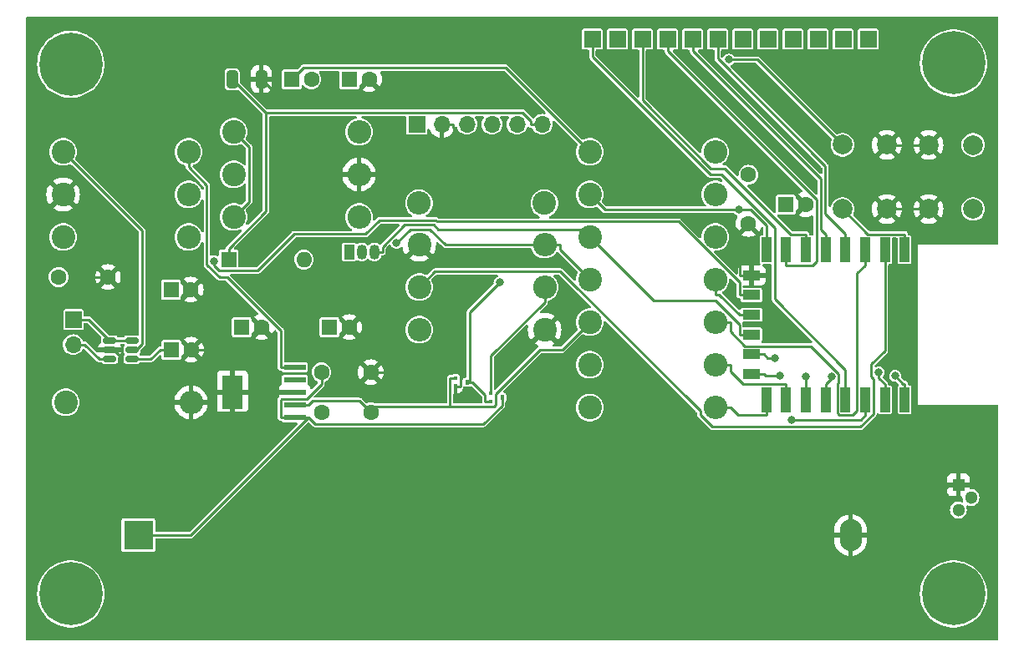
<source format=gbr>
G04 #@! TF.GenerationSoftware,KiCad,Pcbnew,7.0.9*
G04 #@! TF.CreationDate,2024-01-09T09:24:08+01:00*
G04 #@! TF.ProjectId,ltl,6c746c2e-6b69-4636-9164-5f7063625858,rev?*
G04 #@! TF.SameCoordinates,Original*
G04 #@! TF.FileFunction,Copper,L1,Top*
G04 #@! TF.FilePolarity,Positive*
%FSLAX46Y46*%
G04 Gerber Fmt 4.6, Leading zero omitted, Abs format (unit mm)*
G04 Created by KiCad (PCBNEW 7.0.9) date 2024-01-09 09:24:08*
%MOMM*%
%LPD*%
G01*
G04 APERTURE LIST*
G04 Aperture macros list*
%AMRoundRect*
0 Rectangle with rounded corners*
0 $1 Rounding radius*
0 $2 $3 $4 $5 $6 $7 $8 $9 X,Y pos of 4 corners*
0 Add a 4 corners polygon primitive as box body*
4,1,4,$2,$3,$4,$5,$6,$7,$8,$9,$2,$3,0*
0 Add four circle primitives for the rounded corners*
1,1,$1+$1,$2,$3*
1,1,$1+$1,$4,$5*
1,1,$1+$1,$6,$7*
1,1,$1+$1,$8,$9*
0 Add four rect primitives between the rounded corners*
20,1,$1+$1,$2,$3,$4,$5,0*
20,1,$1+$1,$4,$5,$6,$7,0*
20,1,$1+$1,$6,$7,$8,$9,0*
20,1,$1+$1,$8,$9,$2,$3,0*%
G04 Aperture macros list end*
G04 #@! TA.AperFunction,ComponentPad*
%ADD10C,2.400000*%
G04 #@! TD*
G04 #@! TA.AperFunction,ComponentPad*
%ADD11O,2.400000X2.400000*%
G04 #@! TD*
G04 #@! TA.AperFunction,SMDPad,CuDef*
%ADD12R,1.000000X2.500000*%
G04 #@! TD*
G04 #@! TA.AperFunction,SMDPad,CuDef*
%ADD13R,1.800000X1.000000*%
G04 #@! TD*
G04 #@! TA.AperFunction,ComponentPad*
%ADD14R,1.300000X1.300000*%
G04 #@! TD*
G04 #@! TA.AperFunction,ComponentPad*
%ADD15C,1.300000*%
G04 #@! TD*
G04 #@! TA.AperFunction,ComponentPad*
%ADD16C,2.000000*%
G04 #@! TD*
G04 #@! TA.AperFunction,ComponentPad*
%ADD17R,3.000000X3.000000*%
G04 #@! TD*
G04 #@! TA.AperFunction,ComponentPad*
%ADD18O,2.262000X3.262000*%
G04 #@! TD*
G04 #@! TA.AperFunction,SMDPad,CuDef*
%ADD19R,0.450000X0.400000*%
G04 #@! TD*
G04 #@! TA.AperFunction,SMDPad,CuDef*
%ADD20R,0.450000X0.500000*%
G04 #@! TD*
G04 #@! TA.AperFunction,ComponentPad*
%ADD21R,1.600000X1.600000*%
G04 #@! TD*
G04 #@! TA.AperFunction,ComponentPad*
%ADD22C,1.600000*%
G04 #@! TD*
G04 #@! TA.AperFunction,ComponentPad*
%ADD23R,1.700000X1.700000*%
G04 #@! TD*
G04 #@! TA.AperFunction,SMDPad,CuDef*
%ADD24RoundRect,0.150000X-0.512500X-0.150000X0.512500X-0.150000X0.512500X0.150000X-0.512500X0.150000X0*%
G04 #@! TD*
G04 #@! TA.AperFunction,ComponentPad*
%ADD25R,1.050000X1.500000*%
G04 #@! TD*
G04 #@! TA.AperFunction,ComponentPad*
%ADD26O,1.050000X1.500000*%
G04 #@! TD*
G04 #@! TA.AperFunction,ComponentPad*
%ADD27O,1.600000X1.600000*%
G04 #@! TD*
G04 #@! TA.AperFunction,ComponentPad*
%ADD28C,0.800000*%
G04 #@! TD*
G04 #@! TA.AperFunction,ComponentPad*
%ADD29C,6.400000*%
G04 #@! TD*
G04 #@! TA.AperFunction,SMDPad,CuDef*
%ADD30R,2.200000X0.600000*%
G04 #@! TD*
G04 #@! TA.AperFunction,SMDPad,CuDef*
%ADD31R,2.150000X3.450000*%
G04 #@! TD*
G04 #@! TA.AperFunction,ComponentPad*
%ADD32O,1.700000X1.700000*%
G04 #@! TD*
G04 #@! TA.AperFunction,SMDPad,CuDef*
%ADD33RoundRect,0.250000X-0.325000X-0.650000X0.325000X-0.650000X0.325000X0.650000X-0.325000X0.650000X0*%
G04 #@! TD*
G04 #@! TA.AperFunction,ViaPad*
%ADD34C,0.800000*%
G04 #@! TD*
G04 #@! TA.AperFunction,Conductor*
%ADD35C,0.250000*%
G04 #@! TD*
G04 APERTURE END LIST*
D10*
X133350000Y-107721400D03*
D11*
X146050000Y-107721400D03*
D10*
X133350000Y-103378000D03*
D11*
X146050000Y-103378000D03*
D10*
X133350000Y-81788000D03*
D11*
X146050000Y-81788000D03*
D10*
X133350000Y-86106000D03*
D11*
X146050000Y-86106000D03*
D10*
X133350000Y-94742000D03*
D11*
X146050000Y-94742000D03*
D12*
X165240000Y-91714000D03*
X163240000Y-91714000D03*
X161240000Y-91714000D03*
X159240000Y-91714000D03*
X157240000Y-91714000D03*
X155240000Y-91714000D03*
X153240000Y-91714000D03*
X151240000Y-91714000D03*
D13*
X149740000Y-94314000D03*
X149740000Y-96314000D03*
X149740000Y-98314000D03*
X149740000Y-100314000D03*
X149740000Y-102314000D03*
X149740000Y-104314000D03*
D12*
X151240000Y-106914000D03*
X153240000Y-106914000D03*
X155240000Y-106914000D03*
X157240000Y-106914000D03*
X159240000Y-106914000D03*
X161240000Y-106914000D03*
X163240000Y-106914000D03*
X165240000Y-106914000D03*
D14*
X170688000Y-115570000D03*
D15*
X171958000Y-116840000D03*
X170688000Y-118110000D03*
D16*
X158949000Y-87576800D03*
X158949000Y-81076800D03*
X163449000Y-87576800D03*
X163449000Y-81076800D03*
D17*
X87630000Y-120650000D03*
D18*
X159766000Y-120650000D03*
D16*
X172176000Y-81078000D03*
X172176000Y-87578000D03*
X167676000Y-81078000D03*
X167676000Y-87578000D03*
D10*
X133350000Y-90424000D03*
D11*
X146050000Y-90424000D03*
D19*
X119754000Y-104756000D03*
X119754000Y-105556000D03*
D20*
X120904000Y-105156000D03*
D21*
X153194000Y-87122000D03*
D22*
X155194000Y-87122000D03*
X106172000Y-104140000D03*
X111172000Y-104140000D03*
D23*
X136144000Y-70358000D03*
D10*
X80010000Y-86106000D03*
D11*
X92710000Y-86106000D03*
D23*
X151384000Y-70358000D03*
D19*
X123310000Y-106280000D03*
X123310000Y-107080000D03*
D20*
X124460000Y-106680000D03*
D24*
X84714500Y-100904000D03*
X84714500Y-101854000D03*
X84714500Y-102804000D03*
X86989500Y-102804000D03*
X86989500Y-101854000D03*
X86989500Y-100904000D03*
D10*
X97282000Y-84074000D03*
D11*
X109982000Y-84074000D03*
D25*
X108966000Y-91948000D03*
D26*
X110236000Y-91948000D03*
X111506000Y-91948000D03*
D21*
X96774000Y-92710000D03*
D27*
X104394000Y-92710000D03*
D23*
X161544000Y-70358000D03*
D10*
X80010000Y-90424000D03*
D11*
X92710000Y-90424000D03*
D28*
X78372000Y-72898000D03*
X79074944Y-71200944D03*
X79074944Y-74595056D03*
X80772000Y-70498000D03*
D29*
X80772000Y-72898000D03*
D28*
X80772000Y-75298000D03*
X82469056Y-71200944D03*
X82469056Y-74595056D03*
X83172000Y-72898000D03*
D23*
X143764000Y-70358000D03*
D21*
X103156000Y-74422000D03*
D22*
X105156000Y-74422000D03*
D30*
X103467500Y-108712000D03*
X103467500Y-107442000D03*
X103467500Y-106172000D03*
X103467500Y-104902000D03*
X103467500Y-103632000D03*
D31*
X97167500Y-106172000D03*
D22*
X149428200Y-84103200D03*
X149428200Y-89103200D03*
D23*
X115824000Y-78994000D03*
D32*
X118364000Y-78994000D03*
X120904000Y-78994000D03*
X123444000Y-78994000D03*
X125984000Y-78994000D03*
X128524000Y-78994000D03*
D21*
X98104900Y-99568000D03*
D22*
X100104900Y-99568000D03*
D10*
X128778000Y-99822000D03*
D11*
X116078000Y-99822000D03*
D10*
X97282000Y-88392000D03*
D11*
X109982000Y-88392000D03*
D33*
X97126000Y-74422000D03*
X100076000Y-74422000D03*
D23*
X141224000Y-70358000D03*
D21*
X106994900Y-99568000D03*
D22*
X108994900Y-99568000D03*
D23*
X159004000Y-70358000D03*
X156464000Y-70358000D03*
D10*
X116078000Y-91186000D03*
D11*
X128778000Y-91186000D03*
D10*
X133350000Y-99060000D03*
D11*
X146050000Y-99060000D03*
D21*
X90932000Y-95758000D03*
D22*
X92932000Y-95758000D03*
D10*
X97282000Y-79756000D03*
D11*
X109982000Y-79756000D03*
D10*
X128752600Y-86995000D03*
D11*
X116052600Y-86995000D03*
D22*
X79542000Y-94488000D03*
X84542000Y-94488000D03*
D23*
X138684000Y-70358000D03*
X146304000Y-70358000D03*
D28*
X78372000Y-126619000D03*
X79074944Y-124921944D03*
X79074944Y-128316056D03*
X80772000Y-124219000D03*
D29*
X80772000Y-126619000D03*
D28*
X80772000Y-129019000D03*
X82469056Y-124921944D03*
X82469056Y-128316056D03*
X83172000Y-126619000D03*
D21*
X108998000Y-74422000D03*
D22*
X110998000Y-74422000D03*
D10*
X80010000Y-81788000D03*
D11*
X92710000Y-81788000D03*
D22*
X111172000Y-108204000D03*
X106172000Y-108204000D03*
D10*
X116078000Y-95504000D03*
D11*
X128778000Y-95504000D03*
D23*
X133604000Y-70358000D03*
X153924000Y-70358000D03*
D28*
X167780000Y-72771000D03*
X168482944Y-71073944D03*
X168482944Y-74468056D03*
X170180000Y-70371000D03*
D29*
X170180000Y-72771000D03*
D28*
X170180000Y-75171000D03*
X171877056Y-71073944D03*
X171877056Y-74468056D03*
X172580000Y-72771000D03*
X167780000Y-126619000D03*
X168482944Y-124921944D03*
X168482944Y-128316056D03*
X170180000Y-124219000D03*
D29*
X170180000Y-126619000D03*
D28*
X170180000Y-129019000D03*
X171877056Y-124921944D03*
X171877056Y-128316056D03*
X172580000Y-126619000D03*
D23*
X81026000Y-98801000D03*
D32*
X81026000Y-101341000D03*
D21*
X90964000Y-101854000D03*
D22*
X92964000Y-101854000D03*
D10*
X80264000Y-107188000D03*
D11*
X92964000Y-107188000D03*
D23*
X148844000Y-70358000D03*
D34*
X155790900Y-80424500D03*
X148418800Y-87664300D03*
X113781200Y-91035500D03*
X147415400Y-72438800D03*
X124214100Y-95042800D03*
X155240000Y-104602200D03*
X95291700Y-92872300D03*
X153769000Y-108939600D03*
X157819600Y-104602200D03*
X162620600Y-104151900D03*
X152612400Y-104495700D03*
X164267900Y-104520600D03*
X152100700Y-102711400D03*
D35*
X120304300Y-105556000D02*
X120304300Y-104413900D01*
X97959700Y-101854000D02*
X92964000Y-101854000D01*
X103467500Y-106172000D02*
X100618100Y-106172000D01*
X85153700Y-101854000D02*
X84714500Y-101854000D01*
X119754000Y-105556000D02*
X120304300Y-105556000D01*
X120347200Y-80169300D02*
X119539300Y-79361400D01*
X92964000Y-107188000D02*
X94489300Y-107188000D01*
X163450200Y-81078000D02*
X163449000Y-81076800D01*
X100076000Y-74422000D02*
X101201400Y-75547400D01*
X79957500Y-99976400D02*
X79850600Y-99869500D01*
X167676000Y-81078000D02*
X163450200Y-81078000D01*
X100618100Y-106172000D02*
X98567800Y-108222300D01*
X100104900Y-99568000D02*
X100104900Y-99708800D01*
X119539300Y-79361400D02*
X119539300Y-78994000D01*
X164632700Y-120650000D02*
X169712700Y-115570000D01*
X83136000Y-94488000D02*
X84542000Y-94488000D01*
X159766000Y-120650000D02*
X164632700Y-120650000D01*
X149428200Y-89103200D02*
X148514700Y-90016700D01*
X133379400Y-88403600D02*
X125145100Y-80169300D01*
X118364000Y-78994000D02*
X119539300Y-78994000D01*
X101201400Y-75547400D02*
X109998000Y-75547400D01*
X148514700Y-90016700D02*
X148514700Y-94314000D01*
X85764600Y-102464900D02*
X85153700Y-101854000D01*
X97167500Y-108222300D02*
X95523600Y-108222300D01*
X148514700Y-90016700D02*
X146901600Y-88403600D01*
X170688000Y-115570000D02*
X169712700Y-115570000D01*
X79850600Y-97773400D02*
X83136000Y-94488000D01*
X85764600Y-102955300D02*
X85764600Y-102464900D01*
X92964000Y-107188000D02*
X89997300Y-107188000D01*
X95523600Y-108222300D02*
X94489300Y-107188000D01*
X109998000Y-75547400D02*
X110998000Y-74547400D01*
X89997300Y-107188000D02*
X85764600Y-102955300D01*
X163449000Y-81076800D02*
X162123600Y-82402200D01*
X100104900Y-99708800D02*
X97959700Y-101854000D01*
X84714500Y-101854000D02*
X83439200Y-101854000D01*
X97167500Y-106172000D02*
X97167500Y-108222300D01*
X125145100Y-80169300D02*
X120347200Y-80169300D01*
X98567800Y-108222300D02*
X97167500Y-108222300D01*
X120030400Y-104140000D02*
X111172000Y-104140000D01*
X162123600Y-82402200D02*
X157768600Y-82402200D01*
X79850600Y-99869500D02*
X79850600Y-97773400D01*
X83439200Y-101854000D02*
X81561600Y-99976400D01*
X110998000Y-74547400D02*
X110998000Y-74422000D01*
X149740000Y-94314000D02*
X148514700Y-94314000D01*
X167676000Y-87578000D02*
X163450200Y-87578000D01*
X81561600Y-99976400D02*
X79957500Y-99976400D01*
X146901600Y-88403600D02*
X133379400Y-88403600D01*
X163450200Y-87578000D02*
X163449000Y-87576800D01*
X120304300Y-104413900D02*
X120030400Y-104140000D01*
X157768600Y-82402200D02*
X155790900Y-80424500D01*
X119754000Y-104756000D02*
X119203700Y-104756000D01*
X119203700Y-107629800D02*
X123645700Y-107629800D01*
X115181500Y-89635200D02*
X117153000Y-89635200D01*
X151240000Y-90138700D02*
X151240000Y-89274600D01*
X103467500Y-107442000D02*
X104892800Y-107442000D01*
X133350000Y-86106000D02*
X134908300Y-87664300D01*
X104892800Y-107442000D02*
X105279100Y-107055700D01*
X123645700Y-107629800D02*
X123860400Y-107415100D01*
X128778000Y-91186000D02*
X130303300Y-91186000D01*
X118703800Y-91186000D02*
X128778000Y-91186000D01*
X124824300Y-73262300D02*
X133350000Y-81788000D01*
X151240000Y-91714000D02*
X151240000Y-90138700D01*
X104315700Y-73262300D02*
X124824300Y-73262300D01*
X134908300Y-87664300D02*
X148418800Y-87664300D01*
X130557400Y-101852600D02*
X133350000Y-99060000D01*
X111172000Y-108204000D02*
X111746200Y-107629800D01*
X149629700Y-87664300D02*
X148418800Y-87664300D01*
X119203700Y-107629800D02*
X119203700Y-104756000D01*
X151240000Y-89274600D02*
X149629700Y-87664300D01*
X123860400Y-106312500D02*
X128320300Y-101852600D01*
X105279100Y-107055700D02*
X110023700Y-107055700D01*
X117153000Y-89635200D02*
X118703800Y-91186000D01*
X110023700Y-107055700D02*
X111172000Y-108204000D01*
X128320300Y-101852600D02*
X130557400Y-101852600D01*
X130303300Y-91186000D02*
X130303300Y-91695300D01*
X103156000Y-74422000D02*
X104315700Y-73262300D01*
X130303300Y-91695300D02*
X133350000Y-94742000D01*
X123860400Y-107415100D02*
X123860400Y-106312500D01*
X113781200Y-91035500D02*
X115181500Y-89635200D01*
X111746200Y-107629800D02*
X119203700Y-107629800D01*
X103467500Y-108712000D02*
X104892800Y-108712000D01*
X104683100Y-106816600D02*
X106172000Y-105327700D01*
X124460000Y-107494100D02*
X124460000Y-107255300D01*
X102042200Y-106951500D02*
X102177100Y-106816600D01*
X105556300Y-109375500D02*
X122578600Y-109375500D01*
X87630000Y-120650000D02*
X92954800Y-120650000D01*
X102177100Y-106816600D02*
X104683100Y-106816600D01*
X106172000Y-105327700D02*
X106172000Y-104140000D01*
X104892800Y-108712000D02*
X105556300Y-109375500D01*
X82611500Y-98801000D02*
X81026000Y-98801000D01*
X84714500Y-100904000D02*
X82611500Y-98801000D01*
X124460000Y-106680000D02*
X124460000Y-107255300D01*
X103467500Y-108712000D02*
X102042200Y-108712000D01*
X102042200Y-108712000D02*
X102042200Y-106951500D01*
X122578600Y-109375500D02*
X124460000Y-107494100D01*
X86989500Y-100904000D02*
X84714500Y-100904000D01*
X92954800Y-120650000D02*
X104892800Y-108712000D01*
X86989500Y-102804000D02*
X88888700Y-102804000D01*
X90964000Y-101854000D02*
X89838700Y-101854000D01*
X88888700Y-102804000D02*
X89838700Y-101854000D01*
X126540800Y-77818700D02*
X100522700Y-77818700D01*
X100522700Y-87836000D02*
X96774000Y-91584700D01*
X100522700Y-77818700D02*
X100522700Y-87836000D01*
X127348700Y-78626600D02*
X126540800Y-77818700D01*
X127348700Y-78994000D02*
X127348700Y-78626600D01*
X128524000Y-78994000D02*
X127348700Y-78994000D01*
X100522700Y-77818700D02*
X97126000Y-74422000D01*
X96774000Y-92710000D02*
X96774000Y-91584700D01*
X165240000Y-91714000D02*
X165240000Y-90138700D01*
X158949000Y-81076800D02*
X150311000Y-72438800D01*
X150311000Y-72438800D02*
X147415400Y-72438800D01*
X158949000Y-87576800D02*
X161510900Y-90138700D01*
X161510900Y-90138700D02*
X165240000Y-90138700D01*
X120904000Y-105156000D02*
X121179200Y-105156000D01*
X122759700Y-107080000D02*
X122759700Y-106461400D01*
X121179200Y-105156000D02*
X121454300Y-105156000D01*
X122759700Y-106461400D02*
X121454300Y-105156000D01*
X121179200Y-105156000D02*
X121179200Y-98077700D01*
X123310000Y-107080000D02*
X122759700Y-107080000D01*
X121179200Y-98077700D02*
X124214100Y-95042800D01*
X128778000Y-95504000D02*
X128778000Y-97029300D01*
X123310000Y-106280000D02*
X123310000Y-102497300D01*
X123310000Y-102497300D02*
X128778000Y-97029300D01*
X155240000Y-106914000D02*
X155240000Y-104602200D01*
X158605200Y-108489300D02*
X158414600Y-108298700D01*
X146050000Y-99060000D02*
X147575300Y-99060000D01*
X161240000Y-91714000D02*
X161240000Y-93289300D01*
X160414700Y-94114600D02*
X160414700Y-108014600D01*
X155746100Y-101488600D02*
X149050600Y-101488600D01*
X161240000Y-93289300D02*
X160414700Y-94114600D01*
X160414700Y-108014600D02*
X159940000Y-108489300D01*
X158414600Y-108298700D02*
X158414600Y-105330400D01*
X158569400Y-104311900D02*
X155746100Y-101488600D01*
X149050600Y-101488600D02*
X147575300Y-100013300D01*
X158569400Y-105175600D02*
X158569400Y-104311900D01*
X159940000Y-108489300D02*
X158605200Y-108489300D01*
X147575300Y-100013300D02*
X147575300Y-99060000D01*
X158414600Y-105330400D02*
X158569400Y-105175600D01*
X147575300Y-104045300D02*
X147575300Y-103378000D01*
X153240000Y-106914000D02*
X153240000Y-105338700D01*
X153240000Y-105338700D02*
X148868700Y-105338700D01*
X148868700Y-105338700D02*
X147575300Y-104045300D01*
X146050000Y-103378000D02*
X147575300Y-103378000D01*
X146050000Y-107721400D02*
X147575300Y-107721400D01*
X148343200Y-108489300D02*
X147575300Y-107721400D01*
X151240000Y-106914000D02*
X151240000Y-108489300D01*
X151240000Y-108489300D02*
X148343200Y-108489300D01*
X95291700Y-93302300D02*
X95291700Y-92872300D01*
X148514700Y-96314000D02*
X148514700Y-95046000D01*
X148514700Y-95046000D02*
X142322700Y-88854000D01*
X99689100Y-93835400D02*
X95824800Y-93835400D01*
X95824800Y-93835400D02*
X95291700Y-93302300D01*
X149740000Y-96314000D02*
X148514700Y-96314000D01*
X112021700Y-88734600D02*
X110624900Y-90131400D01*
X117870900Y-88854000D02*
X117751500Y-88734600D01*
X110624900Y-90131400D02*
X103393100Y-90131400D01*
X142322700Y-88854000D02*
X117870900Y-88854000D01*
X103393100Y-90131400D02*
X99689100Y-93835400D01*
X117751500Y-88734600D02*
X112021700Y-88734600D01*
X87993700Y-89771700D02*
X80010000Y-81788000D01*
X87993700Y-101305200D02*
X87993700Y-89771700D01*
X86989500Y-101854000D02*
X87444900Y-101854000D01*
X87444900Y-101854000D02*
X87993700Y-101305200D01*
X92710000Y-81788000D02*
X92710000Y-83313300D01*
X94566400Y-85169700D02*
X94566400Y-93213900D01*
X95891400Y-94538900D02*
X96667300Y-94538900D01*
X96667300Y-94538900D02*
X102042200Y-99913800D01*
X92710000Y-83313300D02*
X94566400Y-85169700D01*
X103467500Y-103632000D02*
X102042200Y-103632000D01*
X94566400Y-93213900D02*
X95891400Y-94538900D01*
X102042200Y-99913800D02*
X102042200Y-103632000D01*
X145780900Y-109681300D02*
X144524600Y-108425000D01*
X130378600Y-93927800D02*
X117654200Y-93927800D01*
X161854200Y-103323200D02*
X161854200Y-104589800D01*
X160751900Y-109681300D02*
X145780900Y-109681300D01*
X144524600Y-108073800D02*
X130378600Y-93927800D01*
X117654200Y-93927800D02*
X116078000Y-95504000D01*
X162065400Y-108367800D02*
X160751900Y-109681300D01*
X144524600Y-108425000D02*
X144524600Y-108073800D01*
X162065400Y-104801000D02*
X162065400Y-108367800D01*
X163240000Y-91714000D02*
X163240000Y-101937400D01*
X161854200Y-104589800D02*
X162065400Y-104801000D01*
X163240000Y-101937400D02*
X161854200Y-103323200D01*
X152065400Y-96693600D02*
X152065400Y-89460700D01*
X145563300Y-84096900D02*
X133604000Y-72137600D01*
X133604000Y-72137600D02*
X133604000Y-71533300D01*
X146701600Y-84096900D02*
X145563300Y-84096900D01*
X159240000Y-103868200D02*
X152065400Y-96693600D01*
X159240000Y-106914000D02*
X159240000Y-103868200D01*
X133604000Y-70358000D02*
X133604000Y-71533300D01*
X152065400Y-89460700D02*
X146701600Y-84096900D01*
X160789700Y-108939600D02*
X161240000Y-108489300D01*
X153769000Y-108939600D02*
X160789700Y-108939600D01*
X161240000Y-106914000D02*
X161240000Y-108489300D01*
X153709400Y-90138700D02*
X155240000Y-90138700D01*
X155240000Y-91714000D02*
X155240000Y-90138700D01*
X138684000Y-70358000D02*
X138684000Y-71533300D01*
X138684000Y-76580700D02*
X145590600Y-83487300D01*
X138684000Y-71533300D02*
X138684000Y-76580700D01*
X147058000Y-83487300D02*
X153709400Y-90138700D01*
X145590600Y-83487300D02*
X147058000Y-83487300D01*
X156319400Y-86628700D02*
X156319400Y-92867000D01*
X141224000Y-70358000D02*
X141224000Y-71533300D01*
X155897100Y-93289300D02*
X153240000Y-93289300D01*
X141224000Y-71533300D02*
X156319400Y-86628700D01*
X156319400Y-92867000D02*
X155897100Y-93289300D01*
X153240000Y-91714000D02*
X153240000Y-93289300D01*
X157240000Y-91714000D02*
X157240000Y-90138700D01*
X143764000Y-71533300D02*
X156769700Y-84539000D01*
X156769700Y-89668400D02*
X157240000Y-90138700D01*
X156769700Y-84539000D02*
X156769700Y-89668400D01*
X143764000Y-70358000D02*
X143764000Y-71533300D01*
X157220000Y-88056800D02*
X159240000Y-90076800D01*
X146304000Y-71533300D02*
X146304000Y-72353100D01*
X146304000Y-70358000D02*
X146304000Y-71533300D01*
X157220000Y-83269100D02*
X157220000Y-88056800D01*
X159240000Y-90076800D02*
X159240000Y-91714000D01*
X146304000Y-72353100D02*
X157220000Y-83269100D01*
X157240000Y-105338700D02*
X157819600Y-104759100D01*
X157819600Y-104759100D02*
X157819600Y-104602200D01*
X157240000Y-106914000D02*
X157240000Y-105338700D01*
X162620600Y-104719300D02*
X162620600Y-104151900D01*
X163240000Y-106914000D02*
X163240000Y-105338700D01*
X163240000Y-105338700D02*
X162620600Y-104719300D01*
X114606100Y-89184900D02*
X112356300Y-91434700D01*
X148514700Y-99318400D02*
X146097300Y-96901000D01*
X146097300Y-96901000D02*
X139827000Y-96901000D01*
X139827000Y-96901000D02*
X133350000Y-90424000D01*
X117564900Y-89184900D02*
X114606100Y-89184900D01*
X132561200Y-89635200D02*
X118015200Y-89635200D01*
X118015200Y-89635200D02*
X117564900Y-89184900D01*
X149740000Y-100314000D02*
X148514700Y-100314000D01*
X148514700Y-100314000D02*
X148514700Y-99318400D01*
X133350000Y-90424000D02*
X132561200Y-89635200D01*
X112356300Y-91434700D02*
X112356300Y-91948000D01*
X111506000Y-91948000D02*
X112356300Y-91948000D01*
X148514700Y-98314000D02*
X146468000Y-96267300D01*
X146050000Y-94742000D02*
X146050000Y-96267300D01*
X149740000Y-98314000D02*
X148514700Y-98314000D01*
X146468000Y-96267300D02*
X146050000Y-96267300D01*
X150965300Y-104314000D02*
X151147000Y-104495700D01*
X151147000Y-104495700D02*
X152612400Y-104495700D01*
X149740000Y-104314000D02*
X150965300Y-104314000D01*
X165086000Y-105338700D02*
X164267900Y-104520600D01*
X165240000Y-105338700D02*
X165086000Y-105338700D01*
X165240000Y-106914000D02*
X165240000Y-105338700D01*
X152100700Y-102711400D02*
X151362700Y-102711400D01*
X149740000Y-102314000D02*
X150965300Y-102314000D01*
X151362700Y-102711400D02*
X150965300Y-102314000D01*
X81026000Y-101341000D02*
X82201300Y-101341000D01*
X82201300Y-101341000D02*
X83664300Y-102804000D01*
X83664300Y-102804000D02*
X84714500Y-102804000D01*
X98837000Y-86837000D02*
X97282000Y-88392000D01*
X98837000Y-81311000D02*
X98837000Y-86837000D01*
X97282000Y-79756000D02*
X98837000Y-81311000D01*
G04 #@! TA.AperFunction,Conductor*
G36*
X119897039Y-105375685D02*
G01*
X119942794Y-105428489D01*
X119954000Y-105480000D01*
X119954000Y-106256000D01*
X120026828Y-106256000D01*
X120026844Y-106255999D01*
X120086372Y-106249598D01*
X120086379Y-106249596D01*
X120221086Y-106199354D01*
X120221093Y-106199350D01*
X120336187Y-106113190D01*
X120336190Y-106113187D01*
X120422350Y-105998093D01*
X120422354Y-105998086D01*
X120472596Y-105863379D01*
X120472598Y-105863372D01*
X120478999Y-105803844D01*
X120479000Y-105803827D01*
X120479000Y-105721740D01*
X120498685Y-105654701D01*
X120551489Y-105608946D01*
X120620647Y-105599002D01*
X120627192Y-105600123D01*
X120659250Y-105606500D01*
X120659252Y-105606500D01*
X121148750Y-105606500D01*
X121148751Y-105606499D01*
X121163568Y-105603552D01*
X121207229Y-105594868D01*
X121207231Y-105594867D01*
X121257859Y-105561038D01*
X121324536Y-105540159D01*
X121391917Y-105558643D01*
X121414432Y-105576458D01*
X122397881Y-106559907D01*
X122431366Y-106621230D01*
X122434200Y-106647588D01*
X122434200Y-107137397D01*
X122434382Y-107137895D01*
X122434434Y-107138722D01*
X122436084Y-107148078D01*
X122435040Y-107148262D01*
X122438810Y-107207624D01*
X122404837Y-107268678D01*
X122343248Y-107301673D01*
X122317858Y-107304300D01*
X119653200Y-107304300D01*
X119586161Y-107284615D01*
X119540406Y-107231811D01*
X119529200Y-107180300D01*
X119529200Y-106332162D01*
X119548885Y-106265123D01*
X119554000Y-106258775D01*
X119554000Y-105480000D01*
X119573685Y-105412961D01*
X119626489Y-105367206D01*
X119678000Y-105356000D01*
X119830000Y-105356000D01*
X119897039Y-105375685D01*
G37*
G04 #@! TD.AperFunction*
G04 #@! TA.AperFunction,Conductor*
G36*
X127035040Y-99335097D02*
G01*
X127090973Y-99376969D01*
X127115390Y-99442433D01*
X127112597Y-99478871D01*
X127092273Y-99567917D01*
X127092273Y-99567919D01*
X127073233Y-99821995D01*
X127073233Y-99822004D01*
X127092273Y-100076079D01*
X127148968Y-100324477D01*
X127148973Y-100324494D01*
X127242058Y-100561671D01*
X127242057Y-100561671D01*
X127369457Y-100782332D01*
X127411452Y-100834993D01*
X128215226Y-100031219D01*
X128253901Y-100124588D01*
X128350075Y-100249925D01*
X128475412Y-100346099D01*
X128568779Y-100384772D01*
X127764813Y-101188737D01*
X127925623Y-101298375D01*
X127925624Y-101298376D01*
X128097869Y-101381324D01*
X128149729Y-101428146D01*
X128168042Y-101495573D01*
X128146994Y-101562197D01*
X128115485Y-101591636D01*
X128116155Y-101592434D01*
X128107840Y-101599410D01*
X128081823Y-101630415D01*
X128078169Y-101634404D01*
X123847181Y-105865392D01*
X123785858Y-105898877D01*
X123716166Y-105893893D01*
X123660233Y-105852021D01*
X123635816Y-105786557D01*
X123635500Y-105777711D01*
X123635500Y-102683487D01*
X123655185Y-102616448D01*
X123671814Y-102595811D01*
X126904030Y-99363595D01*
X126965348Y-99330113D01*
X127035040Y-99335097D01*
G37*
G04 #@! TD.AperFunction*
G04 #@! TA.AperFunction,Conductor*
G36*
X130259451Y-94272985D02*
G01*
X130280093Y-94289619D01*
X133438293Y-97447819D01*
X133471778Y-97509142D01*
X133466794Y-97578834D01*
X133424922Y-97634767D01*
X133359458Y-97659184D01*
X133350612Y-97659500D01*
X133233951Y-97659500D01*
X133188164Y-97667140D01*
X133005015Y-97697702D01*
X132785504Y-97773061D01*
X132785495Y-97773064D01*
X132581371Y-97883531D01*
X132581365Y-97883535D01*
X132398222Y-98026081D01*
X132398219Y-98026084D01*
X132241016Y-98196852D01*
X132114075Y-98391151D01*
X132020842Y-98603699D01*
X131963866Y-98828691D01*
X131963864Y-98828702D01*
X131944700Y-99059993D01*
X131944700Y-99060006D01*
X131963864Y-99291297D01*
X131963866Y-99291308D01*
X132020842Y-99516300D01*
X132112591Y-99725465D01*
X132121494Y-99794765D01*
X132091517Y-99857877D01*
X132086716Y-99862956D01*
X130458893Y-101490781D01*
X130397570Y-101524266D01*
X130371212Y-101527100D01*
X129696900Y-101527100D01*
X129629861Y-101507415D01*
X129584106Y-101454611D01*
X129574162Y-101385453D01*
X129603187Y-101321897D01*
X129627047Y-101300647D01*
X129791185Y-101188737D01*
X128987220Y-100384772D01*
X129080588Y-100346099D01*
X129205925Y-100249925D01*
X129302099Y-100124589D01*
X129340773Y-100031220D01*
X130144545Y-100834993D01*
X130186545Y-100782327D01*
X130313941Y-100561671D01*
X130407026Y-100324494D01*
X130407031Y-100324477D01*
X130463726Y-100076079D01*
X130482767Y-99822004D01*
X130482767Y-99821995D01*
X130463726Y-99567920D01*
X130407031Y-99319522D01*
X130407026Y-99319505D01*
X130313941Y-99082328D01*
X130313942Y-99082328D01*
X130186544Y-98861671D01*
X130144546Y-98809006D01*
X129340772Y-99612779D01*
X129302099Y-99519412D01*
X129205925Y-99394075D01*
X129080588Y-99297901D01*
X128987219Y-99259226D01*
X129791185Y-98455261D01*
X129630377Y-98345624D01*
X129630376Y-98345623D01*
X129400823Y-98235078D01*
X129400825Y-98235078D01*
X129157347Y-98159975D01*
X129157341Y-98159973D01*
X128905404Y-98122000D01*
X128650595Y-98122000D01*
X128428625Y-98155457D01*
X128359401Y-98145984D01*
X128306287Y-98100589D01*
X128286147Y-98033685D01*
X128305375Y-97966513D01*
X128322458Y-97945166D01*
X128996204Y-97271420D01*
X129000166Y-97267789D01*
X129031194Y-97241755D01*
X129051438Y-97206690D01*
X129054335Y-97202141D01*
X129077554Y-97168984D01*
X129077554Y-97168981D01*
X129079819Y-97164124D01*
X129086747Y-97147399D01*
X129088584Y-97142350D01*
X129088588Y-97142345D01*
X129095619Y-97102462D01*
X129096777Y-97097240D01*
X129107264Y-97058107D01*
X129103735Y-97017778D01*
X129103500Y-97012375D01*
X129103500Y-96961520D01*
X129123185Y-96894481D01*
X129175989Y-96848726D01*
X129187237Y-96844239D01*
X129233196Y-96828461D01*
X129342503Y-96790936D01*
X129546626Y-96680470D01*
X129599265Y-96639500D01*
X129649706Y-96600240D01*
X129729784Y-96537913D01*
X129886979Y-96367153D01*
X130013924Y-96172849D01*
X130107157Y-95960300D01*
X130164134Y-95735305D01*
X130165877Y-95714269D01*
X130183300Y-95504006D01*
X130183300Y-95503993D01*
X130164135Y-95272702D01*
X130164133Y-95272691D01*
X130107157Y-95047699D01*
X130013924Y-94835151D01*
X129886983Y-94640852D01*
X129886980Y-94640849D01*
X129886979Y-94640847D01*
X129729784Y-94470087D01*
X129729778Y-94470082D01*
X129728091Y-94468529D01*
X129727605Y-94467721D01*
X129726310Y-94466314D01*
X129726599Y-94466047D01*
X129692101Y-94408641D01*
X129694202Y-94338803D01*
X129733727Y-94281188D01*
X129798127Y-94254087D01*
X129812075Y-94253300D01*
X130192412Y-94253300D01*
X130259451Y-94272985D01*
G37*
G04 #@! TD.AperFunction*
G04 #@! TA.AperFunction,Conductor*
G36*
X154808835Y-87247148D02*
G01*
X154866359Y-87360045D01*
X154955955Y-87449641D01*
X155068852Y-87507165D01*
X155149597Y-87519953D01*
X154468526Y-88201025D01*
X154468526Y-88201026D01*
X154541512Y-88252131D01*
X154541516Y-88252133D01*
X154747673Y-88348265D01*
X154747682Y-88348269D01*
X154967389Y-88407139D01*
X154967400Y-88407141D01*
X155193998Y-88426966D01*
X155194002Y-88426966D01*
X155420599Y-88407141D01*
X155420610Y-88407139D01*
X155640317Y-88348269D01*
X155640326Y-88348265D01*
X155817495Y-88265651D01*
X155886573Y-88255159D01*
X155950357Y-88283679D01*
X155988596Y-88342155D01*
X155993900Y-88378033D01*
X155993900Y-90162318D01*
X155974215Y-90229357D01*
X155921411Y-90275112D01*
X155852253Y-90285056D01*
X155822447Y-90276879D01*
X155818229Y-90275131D01*
X155759752Y-90263500D01*
X155759748Y-90263500D01*
X155689500Y-90263500D01*
X155622461Y-90243815D01*
X155576706Y-90191011D01*
X155565500Y-90139500D01*
X155565500Y-90081306D01*
X155559318Y-90064321D01*
X155553725Y-90043446D01*
X155550588Y-90025657D01*
X155550588Y-90025655D01*
X155541553Y-90010006D01*
X155532419Y-89990418D01*
X155529518Y-89982447D01*
X155526240Y-89973440D01*
X155514624Y-89959597D01*
X155502227Y-89941891D01*
X155493194Y-89926245D01*
X155479349Y-89914627D01*
X155464070Y-89899348D01*
X155461671Y-89896489D01*
X155452455Y-89885506D01*
X155452452Y-89885504D01*
X155452451Y-89885503D01*
X155439811Y-89878206D01*
X155436807Y-89876471D01*
X155419108Y-89864079D01*
X155405261Y-89852460D01*
X155405259Y-89852459D01*
X155405256Y-89852457D01*
X155388276Y-89846277D01*
X155368693Y-89837146D01*
X155367728Y-89836589D01*
X155353045Y-89828112D01*
X155353043Y-89828111D01*
X155353042Y-89828111D01*
X155335252Y-89824974D01*
X155314378Y-89819381D01*
X155297396Y-89813200D01*
X155297394Y-89813200D01*
X155268475Y-89813200D01*
X153895588Y-89813200D01*
X153828549Y-89793515D01*
X153807907Y-89776881D01*
X152365207Y-88334181D01*
X152331722Y-88272858D01*
X152336706Y-88203166D01*
X152378578Y-88147233D01*
X152444042Y-88122816D01*
X152452888Y-88122500D01*
X154013750Y-88122500D01*
X154013751Y-88122499D01*
X154028568Y-88119552D01*
X154072229Y-88110868D01*
X154072229Y-88110867D01*
X154072231Y-88110867D01*
X154138552Y-88066552D01*
X154182867Y-88000231D01*
X154182867Y-88000229D01*
X154182868Y-88000229D01*
X154193048Y-87949046D01*
X154194500Y-87941748D01*
X154194500Y-87819308D01*
X154214185Y-87752269D01*
X154230819Y-87731627D01*
X154796046Y-87166399D01*
X154808835Y-87247148D01*
G37*
G04 #@! TD.AperFunction*
G04 #@! TA.AperFunction,Conductor*
G36*
X174684539Y-68102185D02*
G01*
X174730294Y-68154989D01*
X174741500Y-68206500D01*
X174741500Y-91070000D01*
X174721815Y-91137039D01*
X174669011Y-91182794D01*
X174617500Y-91194000D01*
X166540000Y-91194000D01*
X166540000Y-107434000D01*
X174617622Y-107441868D01*
X174684641Y-107461618D01*
X174730344Y-107514466D01*
X174741500Y-107565868D01*
X174741500Y-131183500D01*
X174721815Y-131250539D01*
X174669011Y-131296294D01*
X174617500Y-131307500D01*
X76334500Y-131307500D01*
X76267461Y-131287815D01*
X76221706Y-131235011D01*
X76210500Y-131183500D01*
X76210500Y-126619002D01*
X77366506Y-126619002D01*
X77386469Y-126987196D01*
X77386470Y-126987213D01*
X77446122Y-127351068D01*
X77446128Y-127351094D01*
X77544768Y-127706365D01*
X77544770Y-127706371D01*
X77681255Y-128048926D01*
X77681261Y-128048938D01*
X77853973Y-128374708D01*
X77853976Y-128374713D01*
X77853978Y-128374716D01*
X78060910Y-128679917D01*
X78299627Y-128960956D01*
X78567330Y-129214538D01*
X78860881Y-129437690D01*
X79176838Y-129627795D01*
X79176840Y-129627796D01*
X79176842Y-129627797D01*
X79176846Y-129627799D01*
X79511486Y-129782620D01*
X79511497Y-129782625D01*
X79860934Y-129900364D01*
X80221052Y-129979632D01*
X80587630Y-130019500D01*
X80587636Y-130019500D01*
X80956364Y-130019500D01*
X80956370Y-130019500D01*
X81322948Y-129979632D01*
X81683066Y-129900364D01*
X82032503Y-129782625D01*
X82367162Y-129627795D01*
X82683119Y-129437690D01*
X82976670Y-129214538D01*
X83244373Y-128960956D01*
X83483090Y-128679917D01*
X83690022Y-128374716D01*
X83862743Y-128048930D01*
X83999227Y-127706379D01*
X84097875Y-127351081D01*
X84157531Y-126987199D01*
X84177494Y-126619002D01*
X166774506Y-126619002D01*
X166794469Y-126987196D01*
X166794470Y-126987213D01*
X166854122Y-127351068D01*
X166854128Y-127351094D01*
X166952768Y-127706365D01*
X166952770Y-127706371D01*
X167089255Y-128048926D01*
X167089261Y-128048938D01*
X167261973Y-128374708D01*
X167261976Y-128374713D01*
X167261978Y-128374716D01*
X167468910Y-128679917D01*
X167707627Y-128960956D01*
X167975330Y-129214538D01*
X168268881Y-129437690D01*
X168584838Y-129627795D01*
X168584840Y-129627796D01*
X168584842Y-129627797D01*
X168584846Y-129627799D01*
X168919486Y-129782620D01*
X168919497Y-129782625D01*
X169268934Y-129900364D01*
X169629052Y-129979632D01*
X169995630Y-130019500D01*
X169995636Y-130019500D01*
X170364364Y-130019500D01*
X170364370Y-130019500D01*
X170730948Y-129979632D01*
X171091066Y-129900364D01*
X171440503Y-129782625D01*
X171775162Y-129627795D01*
X172091119Y-129437690D01*
X172384670Y-129214538D01*
X172652373Y-128960956D01*
X172891090Y-128679917D01*
X173098022Y-128374716D01*
X173270743Y-128048930D01*
X173407227Y-127706379D01*
X173505875Y-127351081D01*
X173565531Y-126987199D01*
X173585494Y-126619000D01*
X173565531Y-126250801D01*
X173505875Y-125886919D01*
X173407227Y-125531621D01*
X173270743Y-125189070D01*
X173098022Y-124863284D01*
X172891090Y-124558083D01*
X172652373Y-124277044D01*
X172384670Y-124023462D01*
X172091119Y-123800310D01*
X171775162Y-123610205D01*
X171775161Y-123610204D01*
X171775157Y-123610202D01*
X171775153Y-123610200D01*
X171440513Y-123455379D01*
X171440508Y-123455377D01*
X171440503Y-123455375D01*
X171270172Y-123397983D01*
X171091065Y-123337635D01*
X170730946Y-123258367D01*
X170364371Y-123218500D01*
X170364370Y-123218500D01*
X169995630Y-123218500D01*
X169995628Y-123218500D01*
X169629053Y-123258367D01*
X169268934Y-123337635D01*
X168998812Y-123428650D01*
X168919497Y-123455375D01*
X168919494Y-123455376D01*
X168919486Y-123455379D01*
X168584846Y-123610200D01*
X168584842Y-123610202D01*
X168349538Y-123751779D01*
X168268881Y-123800310D01*
X168168410Y-123876685D01*
X167975330Y-124023461D01*
X167975330Y-124023462D01*
X167707626Y-124277044D01*
X167468909Y-124558083D01*
X167261979Y-124863282D01*
X167261973Y-124863291D01*
X167089261Y-125189061D01*
X167089255Y-125189073D01*
X166952770Y-125531628D01*
X166952768Y-125531634D01*
X166854128Y-125886905D01*
X166854122Y-125886931D01*
X166794470Y-126250786D01*
X166794469Y-126250803D01*
X166774506Y-126618997D01*
X166774506Y-126619002D01*
X84177494Y-126619002D01*
X84177494Y-126619000D01*
X84157531Y-126250801D01*
X84097875Y-125886919D01*
X83999227Y-125531621D01*
X83862743Y-125189070D01*
X83690022Y-124863284D01*
X83483090Y-124558083D01*
X83244373Y-124277044D01*
X82976670Y-124023462D01*
X82683119Y-123800310D01*
X82367162Y-123610205D01*
X82367161Y-123610204D01*
X82367157Y-123610202D01*
X82367153Y-123610200D01*
X82032513Y-123455379D01*
X82032508Y-123455377D01*
X82032503Y-123455375D01*
X81862172Y-123397983D01*
X81683065Y-123337635D01*
X81322946Y-123258367D01*
X80956371Y-123218500D01*
X80956370Y-123218500D01*
X80587630Y-123218500D01*
X80587628Y-123218500D01*
X80221053Y-123258367D01*
X79860934Y-123337635D01*
X79590812Y-123428650D01*
X79511497Y-123455375D01*
X79511494Y-123455376D01*
X79511486Y-123455379D01*
X79176846Y-123610200D01*
X79176842Y-123610202D01*
X78941538Y-123751779D01*
X78860881Y-123800310D01*
X78760410Y-123876685D01*
X78567330Y-124023461D01*
X78567330Y-124023462D01*
X78299626Y-124277044D01*
X78060909Y-124558083D01*
X77853979Y-124863282D01*
X77853973Y-124863291D01*
X77681261Y-125189061D01*
X77681255Y-125189073D01*
X77544770Y-125531628D01*
X77544768Y-125531634D01*
X77446128Y-125886905D01*
X77446122Y-125886931D01*
X77386470Y-126250786D01*
X77386469Y-126250803D01*
X77366506Y-126618997D01*
X77366506Y-126619002D01*
X76210500Y-126619002D01*
X76210500Y-122169752D01*
X85929500Y-122169752D01*
X85941131Y-122228229D01*
X85941132Y-122228230D01*
X85985447Y-122294552D01*
X86051769Y-122338867D01*
X86051770Y-122338868D01*
X86110247Y-122350499D01*
X86110250Y-122350500D01*
X86110252Y-122350500D01*
X89149750Y-122350500D01*
X89149751Y-122350499D01*
X89164568Y-122347552D01*
X89208229Y-122338868D01*
X89208229Y-122338867D01*
X89208231Y-122338867D01*
X89274552Y-122294552D01*
X89318867Y-122228231D01*
X89318867Y-122228229D01*
X89318868Y-122228229D01*
X89330499Y-122169752D01*
X89330500Y-122169750D01*
X89330500Y-121214081D01*
X158135000Y-121214081D01*
X158150098Y-121405929D01*
X158210032Y-121655569D01*
X158308272Y-121892744D01*
X158308274Y-121892747D01*
X158442409Y-122111637D01*
X158442410Y-122111638D01*
X158609143Y-122306856D01*
X158804361Y-122473589D01*
X158804362Y-122473590D01*
X159023252Y-122607725D01*
X159023255Y-122607727D01*
X159260430Y-122705967D01*
X159510071Y-122765901D01*
X159516000Y-122766368D01*
X159516000Y-121174624D01*
X159530505Y-121247545D01*
X159585760Y-121330240D01*
X159668455Y-121385495D01*
X159766000Y-121404898D01*
X159863545Y-121385495D01*
X159946240Y-121330240D01*
X160001495Y-121247545D01*
X160016000Y-121174624D01*
X160016000Y-122766367D01*
X160021928Y-122765901D01*
X160271569Y-122705967D01*
X160508744Y-122607727D01*
X160508747Y-122607725D01*
X160727637Y-122473590D01*
X160727638Y-122473589D01*
X160922856Y-122306856D01*
X161089589Y-122111638D01*
X161089590Y-122111637D01*
X161223725Y-121892747D01*
X161223727Y-121892744D01*
X161321967Y-121655569D01*
X161381901Y-121405929D01*
X161397000Y-121214081D01*
X161397000Y-120900000D01*
X160016000Y-120900000D01*
X160016000Y-120400000D01*
X161397000Y-120400000D01*
X161397000Y-120085919D01*
X161381901Y-119894070D01*
X161321967Y-119644430D01*
X161223727Y-119407255D01*
X161223725Y-119407252D01*
X161089590Y-119188362D01*
X161089589Y-119188361D01*
X160922856Y-118993143D01*
X160727638Y-118826410D01*
X160727637Y-118826409D01*
X160508747Y-118692274D01*
X160508744Y-118692272D01*
X160271569Y-118594032D01*
X160021934Y-118534099D01*
X160016000Y-118533631D01*
X160016000Y-120125376D01*
X160001495Y-120052455D01*
X159946240Y-119969760D01*
X159863545Y-119914505D01*
X159766000Y-119895102D01*
X159668455Y-119914505D01*
X159585760Y-119969760D01*
X159530505Y-120052455D01*
X159516000Y-120125376D01*
X159516000Y-118533631D01*
X159510068Y-118534099D01*
X159510063Y-118534099D01*
X159260430Y-118594032D01*
X159023255Y-118692272D01*
X159023252Y-118692274D01*
X158804362Y-118826409D01*
X158804361Y-118826410D01*
X158609143Y-118993143D01*
X158442410Y-119188361D01*
X158442409Y-119188362D01*
X158308274Y-119407252D01*
X158308272Y-119407255D01*
X158210032Y-119644430D01*
X158150098Y-119894070D01*
X158135000Y-120085919D01*
X158135000Y-120400000D01*
X159516000Y-120400000D01*
X159516000Y-120900000D01*
X158135000Y-120900000D01*
X158135000Y-121214081D01*
X89330500Y-121214081D01*
X89330500Y-121099500D01*
X89350185Y-121032461D01*
X89402989Y-120986706D01*
X89454500Y-120975500D01*
X92937878Y-120975500D01*
X92943281Y-120975735D01*
X92983607Y-120979264D01*
X93022740Y-120968777D01*
X93027962Y-120967619D01*
X93067845Y-120960588D01*
X93067850Y-120960584D01*
X93072899Y-120958747D01*
X93089624Y-120951819D01*
X93094481Y-120949554D01*
X93094484Y-120949554D01*
X93127641Y-120926335D01*
X93132190Y-120923438D01*
X93167255Y-120903194D01*
X93193281Y-120872176D01*
X93196922Y-120868202D01*
X97797280Y-116267844D01*
X169538000Y-116267844D01*
X169544401Y-116327372D01*
X169544403Y-116327379D01*
X169594645Y-116462086D01*
X169594649Y-116462093D01*
X169680809Y-116577187D01*
X169680812Y-116577190D01*
X169795906Y-116663350D01*
X169795913Y-116663354D01*
X169930620Y-116713596D01*
X169930627Y-116713598D01*
X169990155Y-116719999D01*
X169990172Y-116720000D01*
X170438000Y-116720000D01*
X170438000Y-115850617D01*
X170507052Y-115904363D01*
X170625424Y-115945000D01*
X170719073Y-115945000D01*
X170811446Y-115929586D01*
X170921514Y-115870019D01*
X170938000Y-115852110D01*
X170938000Y-116720000D01*
X170978815Y-116720000D01*
X171045854Y-116739685D01*
X171091609Y-116792489D01*
X171100574Y-116833701D01*
X171102136Y-116833537D01*
X171121503Y-117017805D01*
X171121504Y-117017807D01*
X171169996Y-117167051D01*
X171171991Y-117236893D01*
X171135910Y-117296725D01*
X171073209Y-117327553D01*
X171003795Y-117319588D01*
X171001656Y-117318660D01*
X170952267Y-117296671D01*
X170952265Y-117296670D01*
X170824594Y-117269533D01*
X170777391Y-117259500D01*
X170598609Y-117259500D01*
X170567954Y-117266015D01*
X170423733Y-117296670D01*
X170423728Y-117296672D01*
X170260408Y-117369387D01*
X170115768Y-117474475D01*
X169996140Y-117607336D01*
X169906750Y-117762164D01*
X169906747Y-117762170D01*
X169851504Y-117932192D01*
X169851503Y-117932194D01*
X169832815Y-118110000D01*
X169851503Y-118287805D01*
X169851504Y-118287807D01*
X169906747Y-118457829D01*
X169906750Y-118457835D01*
X169996141Y-118612665D01*
X170037812Y-118658946D01*
X170115764Y-118745521D01*
X170115767Y-118745523D01*
X170115770Y-118745526D01*
X170260407Y-118850612D01*
X170423733Y-118923329D01*
X170598609Y-118960500D01*
X170598610Y-118960500D01*
X170777389Y-118960500D01*
X170777391Y-118960500D01*
X170952267Y-118923329D01*
X171115593Y-118850612D01*
X171260230Y-118745526D01*
X171379859Y-118612665D01*
X171469250Y-118457835D01*
X171524497Y-118287803D01*
X171543185Y-118110000D01*
X171524497Y-117932197D01*
X171476003Y-117782948D01*
X171474008Y-117713107D01*
X171510088Y-117653274D01*
X171572789Y-117622446D01*
X171642203Y-117630411D01*
X171644343Y-117631339D01*
X171693733Y-117653329D01*
X171868609Y-117690500D01*
X171868610Y-117690500D01*
X172047389Y-117690500D01*
X172047391Y-117690500D01*
X172222267Y-117653329D01*
X172385593Y-117580612D01*
X172530230Y-117475526D01*
X172531177Y-117474475D01*
X172556148Y-117446741D01*
X172649859Y-117342665D01*
X172739250Y-117187835D01*
X172794497Y-117017803D01*
X172813185Y-116840000D01*
X172794497Y-116662197D01*
X172739250Y-116492165D01*
X172649859Y-116337335D01*
X172587289Y-116267844D01*
X172530235Y-116204478D01*
X172530232Y-116204476D01*
X172530231Y-116204475D01*
X172530230Y-116204474D01*
X172385593Y-116099388D01*
X172222267Y-116026671D01*
X172222265Y-116026670D01*
X172094594Y-115999533D01*
X172047391Y-115989500D01*
X171962000Y-115989500D01*
X171894961Y-115969815D01*
X171849206Y-115917011D01*
X171838000Y-115865500D01*
X171838000Y-115820000D01*
X170967560Y-115820000D01*
X171006278Y-115777941D01*
X171056551Y-115663330D01*
X171066886Y-115538605D01*
X171036163Y-115417281D01*
X170972606Y-115320000D01*
X171838000Y-115320000D01*
X171838000Y-114872172D01*
X171837999Y-114872155D01*
X171831598Y-114812627D01*
X171831596Y-114812620D01*
X171781354Y-114677913D01*
X171781350Y-114677906D01*
X171695190Y-114562812D01*
X171695187Y-114562809D01*
X171580093Y-114476649D01*
X171580086Y-114476645D01*
X171445379Y-114426403D01*
X171445372Y-114426401D01*
X171385844Y-114420000D01*
X170938000Y-114420000D01*
X170938000Y-115289382D01*
X170868948Y-115235637D01*
X170750576Y-115195000D01*
X170656927Y-115195000D01*
X170564554Y-115210414D01*
X170454486Y-115269981D01*
X170438000Y-115287889D01*
X170438000Y-114420000D01*
X169990155Y-114420000D01*
X169930627Y-114426401D01*
X169930620Y-114426403D01*
X169795913Y-114476645D01*
X169795906Y-114476649D01*
X169680812Y-114562809D01*
X169680809Y-114562812D01*
X169594649Y-114677906D01*
X169594645Y-114677913D01*
X169544403Y-114812620D01*
X169544401Y-114812627D01*
X169538000Y-114872155D01*
X169538000Y-115320000D01*
X170408440Y-115320000D01*
X170369722Y-115362059D01*
X170319449Y-115476670D01*
X170309114Y-115601395D01*
X170339837Y-115722719D01*
X170403394Y-115820000D01*
X169538000Y-115820000D01*
X169538000Y-116267844D01*
X97797280Y-116267844D01*
X104805122Y-109260003D01*
X104866441Y-109226521D01*
X104936133Y-109231505D01*
X104980480Y-109260006D01*
X105314163Y-109593689D01*
X105317818Y-109597678D01*
X105343841Y-109628690D01*
X105343843Y-109628691D01*
X105343845Y-109628694D01*
X105343847Y-109628695D01*
X105343848Y-109628696D01*
X105378899Y-109648933D01*
X105383462Y-109651839D01*
X105416616Y-109675054D01*
X105416619Y-109675054D01*
X105421476Y-109677320D01*
X105438233Y-109684260D01*
X105443253Y-109686087D01*
X105443255Y-109686088D01*
X105479106Y-109692409D01*
X105483108Y-109693115D01*
X105488380Y-109694283D01*
X105527493Y-109704764D01*
X105567822Y-109701235D01*
X105573224Y-109701000D01*
X122561678Y-109701000D01*
X122567081Y-109701235D01*
X122607407Y-109704764D01*
X122646540Y-109694277D01*
X122651762Y-109693119D01*
X122691645Y-109686088D01*
X122691650Y-109686084D01*
X122696699Y-109684247D01*
X122713424Y-109677319D01*
X122718281Y-109675054D01*
X122718284Y-109675054D01*
X122751441Y-109651835D01*
X122755990Y-109648938D01*
X122791055Y-109628694D01*
X122791059Y-109628690D01*
X122817076Y-109597682D01*
X122820722Y-109593702D01*
X124678210Y-107736215D01*
X124682172Y-107732584D01*
X124695494Y-107721406D01*
X131944700Y-107721406D01*
X131963864Y-107952697D01*
X131963866Y-107952708D01*
X132020842Y-108177700D01*
X132114075Y-108390248D01*
X132241016Y-108584547D01*
X132241019Y-108584551D01*
X132241021Y-108584553D01*
X132398216Y-108755313D01*
X132398219Y-108755315D01*
X132398222Y-108755318D01*
X132581365Y-108897864D01*
X132581371Y-108897868D01*
X132581374Y-108897870D01*
X132732492Y-108979651D01*
X132766837Y-108998238D01*
X132785497Y-109008336D01*
X132854641Y-109032073D01*
X133005015Y-109083697D01*
X133005017Y-109083697D01*
X133005019Y-109083698D01*
X133233951Y-109121900D01*
X133233952Y-109121900D01*
X133466048Y-109121900D01*
X133466049Y-109121900D01*
X133694981Y-109083698D01*
X133914503Y-109008336D01*
X134118626Y-108897870D01*
X134301784Y-108755313D01*
X134458979Y-108584553D01*
X134585924Y-108390249D01*
X134679157Y-108177700D01*
X134736134Y-107952705D01*
X134736353Y-107950067D01*
X134755300Y-107721406D01*
X134755300Y-107721393D01*
X134736135Y-107490102D01*
X134736133Y-107490091D01*
X134679157Y-107265099D01*
X134585924Y-107052551D01*
X134458983Y-106858252D01*
X134458980Y-106858249D01*
X134458979Y-106858247D01*
X134301784Y-106687487D01*
X134301779Y-106687483D01*
X134301777Y-106687481D01*
X134118634Y-106544935D01*
X134118628Y-106544931D01*
X133914504Y-106434464D01*
X133914495Y-106434461D01*
X133694984Y-106359102D01*
X133523282Y-106330450D01*
X133466049Y-106320900D01*
X133233951Y-106320900D01*
X133210298Y-106324847D01*
X133005015Y-106359102D01*
X132785504Y-106434461D01*
X132785495Y-106434464D01*
X132581371Y-106544931D01*
X132581365Y-106544935D01*
X132398222Y-106687481D01*
X132398219Y-106687484D01*
X132398216Y-106687486D01*
X132398216Y-106687487D01*
X132339267Y-106751522D01*
X132241016Y-106858252D01*
X132114075Y-107052551D01*
X132020842Y-107265099D01*
X131963866Y-107490091D01*
X131963864Y-107490102D01*
X131944700Y-107721393D01*
X131944700Y-107721406D01*
X124695494Y-107721406D01*
X124713194Y-107706555D01*
X124733444Y-107671478D01*
X124736333Y-107666945D01*
X124759553Y-107633784D01*
X124759555Y-107633776D01*
X124761816Y-107628928D01*
X124768754Y-107612179D01*
X124770583Y-107607152D01*
X124770588Y-107607145D01*
X124777622Y-107567247D01*
X124778779Y-107562029D01*
X124789263Y-107522907D01*
X124785735Y-107482589D01*
X124785500Y-107477186D01*
X124785500Y-107169967D01*
X124805185Y-107102928D01*
X124821819Y-107082286D01*
X124829551Y-107074553D01*
X124829552Y-107074552D01*
X124873867Y-107008231D01*
X124873867Y-107008229D01*
X124873868Y-107008229D01*
X124885499Y-106949752D01*
X124885500Y-106949750D01*
X124885500Y-106410249D01*
X124885499Y-106410247D01*
X124873868Y-106351770D01*
X124873867Y-106351769D01*
X124829552Y-106285447D01*
X124763230Y-106241132D01*
X124763229Y-106241131D01*
X124704752Y-106229500D01*
X124704748Y-106229500D01*
X124703088Y-106229500D01*
X124702249Y-106229253D01*
X124698688Y-106228903D01*
X124698754Y-106228227D01*
X124636049Y-106209815D01*
X124590294Y-106157011D01*
X124580350Y-106087853D01*
X124609375Y-106024297D01*
X124615407Y-106017819D01*
X127255220Y-103378006D01*
X131944700Y-103378006D01*
X131963864Y-103609297D01*
X131963866Y-103609308D01*
X132020842Y-103834300D01*
X132114075Y-104046848D01*
X132241016Y-104241147D01*
X132241019Y-104241151D01*
X132241021Y-104241153D01*
X132398216Y-104411913D01*
X132398219Y-104411915D01*
X132398222Y-104411918D01*
X132581365Y-104554464D01*
X132581371Y-104554468D01*
X132581374Y-104554470D01*
X132714788Y-104626670D01*
X132772144Y-104657710D01*
X132785497Y-104664936D01*
X132895916Y-104702843D01*
X133005015Y-104740297D01*
X133005017Y-104740297D01*
X133005019Y-104740298D01*
X133233951Y-104778500D01*
X133233952Y-104778500D01*
X133466048Y-104778500D01*
X133466049Y-104778500D01*
X133694981Y-104740298D01*
X133914503Y-104664936D01*
X134118626Y-104554470D01*
X134132663Y-104543545D01*
X134212536Y-104481377D01*
X134301784Y-104411913D01*
X134458979Y-104241153D01*
X134585924Y-104046849D01*
X134679157Y-103834300D01*
X134736134Y-103609305D01*
X134736135Y-103609297D01*
X134755300Y-103378006D01*
X134755300Y-103377993D01*
X134736135Y-103146702D01*
X134736133Y-103146691D01*
X134679157Y-102921699D01*
X134585924Y-102709151D01*
X134458983Y-102514852D01*
X134458980Y-102514849D01*
X134458979Y-102514847D01*
X134301784Y-102344087D01*
X134301779Y-102344083D01*
X134301777Y-102344081D01*
X134118634Y-102201535D01*
X134118628Y-102201531D01*
X133914504Y-102091064D01*
X133914495Y-102091061D01*
X133694984Y-102015702D01*
X133509412Y-101984736D01*
X133466049Y-101977500D01*
X133233951Y-101977500D01*
X133190588Y-101984736D01*
X133005015Y-102015702D01*
X132785504Y-102091061D01*
X132785495Y-102091064D01*
X132581371Y-102201531D01*
X132581365Y-102201535D01*
X132398222Y-102344081D01*
X132398219Y-102344084D01*
X132398216Y-102344086D01*
X132398216Y-102344087D01*
X132341634Y-102405552D01*
X132241016Y-102514852D01*
X132114075Y-102709151D01*
X132020842Y-102921699D01*
X131963866Y-103146691D01*
X131963864Y-103146702D01*
X131944700Y-103377993D01*
X131944700Y-103378006D01*
X127255220Y-103378006D01*
X128418807Y-102214419D01*
X128480130Y-102180934D01*
X128506488Y-102178100D01*
X130540478Y-102178100D01*
X130545881Y-102178335D01*
X130586207Y-102181864D01*
X130625340Y-102171377D01*
X130630562Y-102170219D01*
X130670445Y-102163188D01*
X130670450Y-102163184D01*
X130675499Y-102161347D01*
X130692224Y-102154419D01*
X130697081Y-102152154D01*
X130697084Y-102152154D01*
X130730241Y-102128935D01*
X130734790Y-102126038D01*
X130769855Y-102105794D01*
X130770192Y-102105393D01*
X130782217Y-102091061D01*
X130795881Y-102074776D01*
X130799522Y-102070802D01*
X132550047Y-100320277D01*
X132611368Y-100286794D01*
X132681060Y-100291778D01*
X132696744Y-100298905D01*
X132743997Y-100324477D01*
X132785497Y-100346936D01*
X132840353Y-100365768D01*
X133005015Y-100422297D01*
X133005017Y-100422297D01*
X133005019Y-100422298D01*
X133233951Y-100460500D01*
X133233952Y-100460500D01*
X133466048Y-100460500D01*
X133466049Y-100460500D01*
X133694981Y-100422298D01*
X133914503Y-100346936D01*
X134118626Y-100236470D01*
X134301784Y-100093913D01*
X134458979Y-99923153D01*
X134585924Y-99728849D01*
X134679157Y-99516300D01*
X134736134Y-99291305D01*
X134739954Y-99245206D01*
X134755724Y-99054889D01*
X134757975Y-99055075D01*
X134774985Y-98997149D01*
X134827789Y-98951394D01*
X134896947Y-98941450D01*
X134960503Y-98970475D01*
X134966981Y-98976507D01*
X144162781Y-108172307D01*
X144196266Y-108233630D01*
X144199100Y-108259988D01*
X144199100Y-108408078D01*
X144198864Y-108413485D01*
X144195335Y-108453808D01*
X144205812Y-108492910D01*
X144206983Y-108498190D01*
X144214011Y-108538043D01*
X144215835Y-108543055D01*
X144222797Y-108559861D01*
X144225045Y-108564681D01*
X144225046Y-108564684D01*
X144235949Y-108580255D01*
X144248255Y-108597831D01*
X144251161Y-108602392D01*
X144271406Y-108637455D01*
X144302415Y-108663475D01*
X144306405Y-108667131D01*
X145538768Y-109899495D01*
X145542423Y-109903484D01*
X145568441Y-109934490D01*
X145568442Y-109934491D01*
X145568445Y-109934494D01*
X145597287Y-109951145D01*
X145603504Y-109954735D01*
X145608054Y-109957633D01*
X145641216Y-109980853D01*
X145641218Y-109980853D01*
X145641219Y-109980854D01*
X145646068Y-109983115D01*
X145662847Y-109990065D01*
X145667852Y-109991887D01*
X145667853Y-109991887D01*
X145667855Y-109991888D01*
X145707729Y-109998918D01*
X145712992Y-110000086D01*
X145724807Y-110003251D01*
X145752093Y-110010563D01*
X145792410Y-110007035D01*
X145797812Y-110006800D01*
X160734978Y-110006800D01*
X160740381Y-110007035D01*
X160780707Y-110010564D01*
X160819840Y-110000077D01*
X160825062Y-109998919D01*
X160864945Y-109991888D01*
X160864950Y-109991884D01*
X160869999Y-109990047D01*
X160886724Y-109983119D01*
X160891581Y-109980854D01*
X160891584Y-109980854D01*
X160924741Y-109957635D01*
X160929290Y-109954738D01*
X160964355Y-109934494D01*
X160964359Y-109934490D01*
X160975437Y-109921286D01*
X160990381Y-109903476D01*
X160994022Y-109899502D01*
X162283604Y-108609920D01*
X162287566Y-108606289D01*
X162318594Y-108580255D01*
X162338838Y-108545190D01*
X162341735Y-108540641D01*
X162364954Y-108507484D01*
X162364954Y-108507481D01*
X162367218Y-108502627D01*
X162374148Y-108485898D01*
X162375986Y-108480848D01*
X162375988Y-108480845D01*
X162380755Y-108453807D01*
X162383016Y-108440985D01*
X162384182Y-108435719D01*
X162394664Y-108396606D01*
X162394663Y-108396599D01*
X162394775Y-108395334D01*
X162395503Y-108393471D01*
X162397472Y-108386126D01*
X162398290Y-108386345D01*
X162420226Y-108330265D01*
X162476816Y-108289285D01*
X162546578Y-108285406D01*
X162587194Y-108303037D01*
X162661769Y-108352867D01*
X162661770Y-108352868D01*
X162720247Y-108364499D01*
X162720250Y-108364500D01*
X162720252Y-108364500D01*
X163759750Y-108364500D01*
X163759751Y-108364499D01*
X163774568Y-108361552D01*
X163818229Y-108352868D01*
X163818229Y-108352867D01*
X163818231Y-108352867D01*
X163884552Y-108308552D01*
X163928867Y-108242231D01*
X163928867Y-108242229D01*
X163928868Y-108242229D01*
X163940499Y-108183752D01*
X163940500Y-108183750D01*
X163940500Y-105644249D01*
X163940499Y-105644247D01*
X163928868Y-105585770D01*
X163928867Y-105585769D01*
X163884552Y-105519447D01*
X163818230Y-105475132D01*
X163818229Y-105475131D01*
X163759752Y-105463500D01*
X163759748Y-105463500D01*
X163691147Y-105463500D01*
X163624108Y-105443815D01*
X163578353Y-105391011D01*
X163567619Y-105328690D01*
X163567619Y-105328689D01*
X163569264Y-105309893D01*
X163558782Y-105270776D01*
X163557615Y-105265511D01*
X163550588Y-105225655D01*
X163550586Y-105225652D01*
X163550586Y-105225650D01*
X163548760Y-105220633D01*
X163541820Y-105203876D01*
X163539554Y-105199019D01*
X163539554Y-105199016D01*
X163516339Y-105165862D01*
X163513433Y-105161299D01*
X163493196Y-105126248D01*
X163493195Y-105126247D01*
X163493194Y-105126245D01*
X163462177Y-105100218D01*
X163458193Y-105096567D01*
X163079287Y-104717661D01*
X163045802Y-104656338D01*
X163050786Y-104586646D01*
X163068590Y-104554496D01*
X163094599Y-104520601D01*
X163662218Y-104520601D01*
X163682855Y-104677360D01*
X163682856Y-104677362D01*
X163731688Y-104795254D01*
X163743364Y-104823441D01*
X163839618Y-104948882D01*
X163965059Y-105045136D01*
X164111138Y-105105644D01*
X164139448Y-105109371D01*
X164267899Y-105126282D01*
X164267900Y-105126282D01*
X164267901Y-105126282D01*
X164331222Y-105117945D01*
X164335718Y-105117353D01*
X164404753Y-105128118D01*
X164439585Y-105152611D01*
X164615077Y-105328103D01*
X164648562Y-105389426D01*
X164643578Y-105459118D01*
X164601706Y-105515051D01*
X164596293Y-105518882D01*
X164595448Y-105519446D01*
X164551132Y-105585769D01*
X164551131Y-105585770D01*
X164539500Y-105644247D01*
X164539500Y-108183752D01*
X164551131Y-108242229D01*
X164551132Y-108242230D01*
X164595447Y-108308552D01*
X164661769Y-108352867D01*
X164661770Y-108352868D01*
X164720247Y-108364499D01*
X164720250Y-108364500D01*
X164720252Y-108364500D01*
X165759750Y-108364500D01*
X165759751Y-108364499D01*
X165774568Y-108361552D01*
X165818229Y-108352868D01*
X165818229Y-108352867D01*
X165818231Y-108352867D01*
X165884552Y-108308552D01*
X165928867Y-108242231D01*
X165928867Y-108242229D01*
X165928868Y-108242229D01*
X165940499Y-108183752D01*
X165940500Y-108183750D01*
X165940500Y-105644249D01*
X165940499Y-105644247D01*
X165928868Y-105585770D01*
X165928867Y-105585769D01*
X165884552Y-105519447D01*
X165818230Y-105475132D01*
X165818229Y-105475131D01*
X165759752Y-105463500D01*
X165759748Y-105463500D01*
X165689500Y-105463500D01*
X165622461Y-105443815D01*
X165576706Y-105391011D01*
X165565500Y-105339500D01*
X165565500Y-105281306D01*
X165559318Y-105264321D01*
X165553725Y-105243446D01*
X165552522Y-105236622D01*
X165550588Y-105225655D01*
X165541553Y-105210006D01*
X165532419Y-105190418D01*
X165529446Y-105182249D01*
X165526240Y-105173440D01*
X165514624Y-105159597D01*
X165502227Y-105141891D01*
X165493194Y-105126245D01*
X165479349Y-105114627D01*
X165464070Y-105099348D01*
X165461671Y-105096489D01*
X165452455Y-105085506D01*
X165452452Y-105085504D01*
X165452451Y-105085503D01*
X165436809Y-105076473D01*
X165419108Y-105064079D01*
X165405261Y-105052460D01*
X165405259Y-105052459D01*
X165405256Y-105052457D01*
X165388276Y-105046277D01*
X165368693Y-105037146D01*
X165353045Y-105028112D01*
X165353043Y-105028111D01*
X165353042Y-105028111D01*
X165335252Y-105024974D01*
X165314378Y-105019381D01*
X165297396Y-105013200D01*
X165297394Y-105013200D01*
X165272188Y-105013200D01*
X165205149Y-104993515D01*
X165184507Y-104976881D01*
X164899911Y-104692285D01*
X164866426Y-104630962D01*
X164864653Y-104588418D01*
X164864929Y-104586326D01*
X164873582Y-104520600D01*
X164873062Y-104516653D01*
X164853378Y-104367132D01*
X164852944Y-104363838D01*
X164792436Y-104217759D01*
X164696182Y-104092318D01*
X164570741Y-103996064D01*
X164568684Y-103995212D01*
X164424662Y-103935556D01*
X164424660Y-103935555D01*
X164267901Y-103914918D01*
X164267899Y-103914918D01*
X164111139Y-103935555D01*
X164111137Y-103935556D01*
X163965060Y-103996063D01*
X163839618Y-104092318D01*
X163743363Y-104217760D01*
X163682856Y-104363837D01*
X163682855Y-104363839D01*
X163662218Y-104520598D01*
X163662218Y-104520601D01*
X163094599Y-104520601D01*
X163145136Y-104454741D01*
X163205644Y-104308662D01*
X163226282Y-104151900D01*
X163224715Y-104140000D01*
X163205644Y-103995139D01*
X163205644Y-103995138D01*
X163145136Y-103849059D01*
X163048882Y-103723618D01*
X162923441Y-103627364D01*
X162918052Y-103625132D01*
X162777362Y-103566856D01*
X162777360Y-103566855D01*
X162620601Y-103546218D01*
X162620599Y-103546218D01*
X162463839Y-103566855D01*
X162463834Y-103566857D01*
X162368935Y-103606165D01*
X162299465Y-103613634D01*
X162236986Y-103582358D01*
X162201335Y-103522269D01*
X162203829Y-103452444D01*
X162233800Y-103403925D01*
X163458210Y-102179515D01*
X163462172Y-102175884D01*
X163493194Y-102149855D01*
X163513444Y-102114779D01*
X163516328Y-102110252D01*
X163539554Y-102077084D01*
X163539554Y-102077081D01*
X163541819Y-102072224D01*
X163548747Y-102055499D01*
X163550587Y-102050446D01*
X163550588Y-102050445D01*
X163557621Y-102010550D01*
X163558777Y-102005337D01*
X163569263Y-101966207D01*
X163565735Y-101925889D01*
X163565500Y-101920486D01*
X163565500Y-93288500D01*
X163585185Y-93221461D01*
X163637989Y-93175706D01*
X163689500Y-93164500D01*
X163759750Y-93164500D01*
X163759751Y-93164499D01*
X163774568Y-93161552D01*
X163818229Y-93152868D01*
X163818229Y-93152867D01*
X163818231Y-93152867D01*
X163884552Y-93108552D01*
X163928867Y-93042231D01*
X163928867Y-93042229D01*
X163928868Y-93042229D01*
X163940499Y-92983752D01*
X163940500Y-92983750D01*
X163940500Y-90588200D01*
X163960185Y-90521161D01*
X164012989Y-90475406D01*
X164064500Y-90464200D01*
X164415500Y-90464200D01*
X164482539Y-90483885D01*
X164528294Y-90536689D01*
X164539500Y-90588200D01*
X164539500Y-92983752D01*
X164551131Y-93042229D01*
X164551132Y-93042230D01*
X164595447Y-93108552D01*
X164661769Y-93152867D01*
X164661770Y-93152868D01*
X164720247Y-93164499D01*
X164720250Y-93164500D01*
X164720252Y-93164500D01*
X165759750Y-93164500D01*
X165759751Y-93164499D01*
X165774568Y-93161552D01*
X165818229Y-93152868D01*
X165818229Y-93152867D01*
X165818231Y-93152867D01*
X165884552Y-93108552D01*
X165928867Y-93042231D01*
X165928867Y-93042229D01*
X165928868Y-93042229D01*
X165940499Y-92983752D01*
X165940500Y-92983750D01*
X165940500Y-90444249D01*
X165940499Y-90444247D01*
X165928868Y-90385770D01*
X165928867Y-90385769D01*
X165884552Y-90319447D01*
X165818230Y-90275132D01*
X165818229Y-90275131D01*
X165759752Y-90263500D01*
X165759748Y-90263500D01*
X165689500Y-90263500D01*
X165622461Y-90243815D01*
X165576706Y-90191011D01*
X165565500Y-90139500D01*
X165565500Y-90081306D01*
X165559318Y-90064321D01*
X165553725Y-90043446D01*
X165550588Y-90025657D01*
X165550588Y-90025655D01*
X165541553Y-90010006D01*
X165532419Y-89990418D01*
X165529518Y-89982447D01*
X165526240Y-89973440D01*
X165514624Y-89959597D01*
X165502227Y-89941891D01*
X165493194Y-89926245D01*
X165479349Y-89914627D01*
X165464070Y-89899348D01*
X165461671Y-89896489D01*
X165452455Y-89885506D01*
X165452452Y-89885504D01*
X165452451Y-89885503D01*
X165439811Y-89878206D01*
X165436807Y-89876471D01*
X165419108Y-89864079D01*
X165405261Y-89852460D01*
X165405259Y-89852459D01*
X165405256Y-89852457D01*
X165388276Y-89846277D01*
X165368693Y-89837146D01*
X165367728Y-89836589D01*
X165353045Y-89828112D01*
X165353043Y-89828111D01*
X165353042Y-89828111D01*
X165335252Y-89824974D01*
X165314378Y-89819381D01*
X165297396Y-89813200D01*
X165297394Y-89813200D01*
X165268475Y-89813200D01*
X161697088Y-89813200D01*
X161630049Y-89793515D01*
X161609407Y-89776881D01*
X160060400Y-88227874D01*
X160026915Y-88166551D01*
X160031899Y-88096859D01*
X160037077Y-88084928D01*
X160073229Y-88012328D01*
X160134115Y-87798336D01*
X160154643Y-87576805D01*
X161943859Y-87576805D01*
X161964385Y-87824529D01*
X161964387Y-87824538D01*
X162025412Y-88065517D01*
X162125266Y-88293164D01*
X162225564Y-88446682D01*
X162923070Y-87749176D01*
X162925884Y-87762715D01*
X162995442Y-87896956D01*
X163098638Y-88007452D01*
X163227819Y-88086009D01*
X163279002Y-88100349D01*
X162578942Y-88800409D01*
X162625768Y-88836855D01*
X162625770Y-88836856D01*
X162844385Y-88955164D01*
X162844396Y-88955169D01*
X163079506Y-89035883D01*
X163324707Y-89076800D01*
X163573293Y-89076800D01*
X163818493Y-89035883D01*
X164053603Y-88955169D01*
X164053614Y-88955164D01*
X164272228Y-88836857D01*
X164272231Y-88836855D01*
X164319056Y-88800409D01*
X163620568Y-88101921D01*
X163737458Y-88051149D01*
X163854739Y-87955734D01*
X163941928Y-87832215D01*
X163972354Y-87746602D01*
X164672434Y-88446682D01*
X164772731Y-88293169D01*
X164872587Y-88065517D01*
X164933612Y-87824538D01*
X164933614Y-87824529D01*
X164954042Y-87578005D01*
X166170859Y-87578005D01*
X166191385Y-87825729D01*
X166191387Y-87825738D01*
X166252412Y-88066717D01*
X166352266Y-88294364D01*
X166452564Y-88447882D01*
X167150070Y-87750376D01*
X167152884Y-87763915D01*
X167222442Y-87898156D01*
X167325638Y-88008652D01*
X167454819Y-88087209D01*
X167506002Y-88101549D01*
X166805942Y-88801609D01*
X166852768Y-88838055D01*
X166852770Y-88838056D01*
X167071385Y-88956364D01*
X167071396Y-88956369D01*
X167306506Y-89037083D01*
X167551707Y-89078000D01*
X167800293Y-89078000D01*
X168045493Y-89037083D01*
X168280603Y-88956369D01*
X168280614Y-88956364D01*
X168499228Y-88838057D01*
X168499231Y-88838055D01*
X168546056Y-88801609D01*
X167847568Y-88103121D01*
X167964458Y-88052349D01*
X168081739Y-87956934D01*
X168168928Y-87833415D01*
X168199354Y-87747802D01*
X168899434Y-88447882D01*
X168999731Y-88294369D01*
X169099587Y-88066717D01*
X169160612Y-87825738D01*
X169160614Y-87825729D01*
X169181141Y-87578005D01*
X169181141Y-87578000D01*
X170970357Y-87578000D01*
X170990884Y-87799535D01*
X170990885Y-87799537D01*
X171051769Y-88013523D01*
X171051775Y-88013538D01*
X171150938Y-88212683D01*
X171150943Y-88212691D01*
X171285020Y-88390238D01*
X171449437Y-88540123D01*
X171449439Y-88540125D01*
X171638595Y-88657245D01*
X171638596Y-88657245D01*
X171638599Y-88657247D01*
X171846060Y-88737618D01*
X172064757Y-88778500D01*
X172064759Y-88778500D01*
X172287241Y-88778500D01*
X172287243Y-88778500D01*
X172505940Y-88737618D01*
X172713401Y-88657247D01*
X172902562Y-88540124D01*
X173064603Y-88392404D01*
X173066979Y-88390238D01*
X173067601Y-88389415D01*
X173201058Y-88212689D01*
X173300229Y-88013528D01*
X173361115Y-87799536D01*
X173381643Y-87578000D01*
X173381642Y-87577994D01*
X173361115Y-87356464D01*
X173361114Y-87356462D01*
X173360773Y-87355264D01*
X173300229Y-87142472D01*
X173300224Y-87142461D01*
X173201061Y-86943316D01*
X173201056Y-86943308D01*
X173066979Y-86765761D01*
X172902562Y-86615876D01*
X172902560Y-86615874D01*
X172713404Y-86498754D01*
X172713398Y-86498752D01*
X172710303Y-86497553D01*
X172505940Y-86418382D01*
X172287243Y-86377500D01*
X172064757Y-86377500D01*
X171846060Y-86418382D01*
X171761737Y-86451049D01*
X171638601Y-86498752D01*
X171638595Y-86498754D01*
X171449439Y-86615874D01*
X171449437Y-86615876D01*
X171285020Y-86765761D01*
X171150943Y-86943308D01*
X171150938Y-86943316D01*
X171051775Y-87142461D01*
X171051769Y-87142476D01*
X170990885Y-87356462D01*
X170990884Y-87356464D01*
X170970357Y-87577999D01*
X170970357Y-87578000D01*
X169181141Y-87578000D01*
X169181141Y-87577994D01*
X169160614Y-87330270D01*
X169160612Y-87330261D01*
X169099587Y-87089282D01*
X168999731Y-86861630D01*
X168899434Y-86708116D01*
X168201929Y-87405622D01*
X168199116Y-87392085D01*
X168129558Y-87257844D01*
X168026362Y-87147348D01*
X167897181Y-87068791D01*
X167845997Y-87054450D01*
X168546057Y-86354390D01*
X168546056Y-86354389D01*
X168499229Y-86317943D01*
X168280614Y-86199635D01*
X168280603Y-86199630D01*
X168045493Y-86118916D01*
X167800293Y-86078000D01*
X167551707Y-86078000D01*
X167306506Y-86118916D01*
X167071396Y-86199630D01*
X167071390Y-86199632D01*
X166852761Y-86317949D01*
X166805942Y-86354388D01*
X166805942Y-86354390D01*
X167504431Y-87052878D01*
X167387542Y-87103651D01*
X167270261Y-87199066D01*
X167183072Y-87322585D01*
X167152645Y-87408197D01*
X166452564Y-86708116D01*
X166352267Y-86861632D01*
X166252412Y-87089282D01*
X166191387Y-87330261D01*
X166191385Y-87330270D01*
X166170859Y-87577994D01*
X166170859Y-87578005D01*
X164954042Y-87578005D01*
X164954141Y-87576805D01*
X164954141Y-87576794D01*
X164933614Y-87329070D01*
X164933612Y-87329061D01*
X164872587Y-87088082D01*
X164772731Y-86860430D01*
X164672434Y-86706916D01*
X163974929Y-87404422D01*
X163972116Y-87390885D01*
X163902558Y-87256644D01*
X163799362Y-87146148D01*
X163670181Y-87067591D01*
X163618997Y-87053250D01*
X164319057Y-86353190D01*
X164319056Y-86353189D01*
X164272229Y-86316743D01*
X164053614Y-86198435D01*
X164053603Y-86198430D01*
X163818493Y-86117716D01*
X163573293Y-86076800D01*
X163324707Y-86076800D01*
X163079506Y-86117716D01*
X162844396Y-86198430D01*
X162844390Y-86198432D01*
X162625761Y-86316749D01*
X162578942Y-86353188D01*
X162578942Y-86353190D01*
X163277431Y-87051678D01*
X163160542Y-87102451D01*
X163043261Y-87197866D01*
X162956072Y-87321385D01*
X162925645Y-87406997D01*
X162225564Y-86706916D01*
X162125267Y-86860432D01*
X162025412Y-87088082D01*
X161964387Y-87329061D01*
X161964385Y-87329070D01*
X161943859Y-87576794D01*
X161943859Y-87576805D01*
X160154643Y-87576805D01*
X160154643Y-87576800D01*
X160154642Y-87576794D01*
X160134115Y-87355264D01*
X160134114Y-87355262D01*
X160134031Y-87354971D01*
X160073229Y-87141272D01*
X160072555Y-87139918D01*
X159974061Y-86942116D01*
X159974056Y-86942108D01*
X159839979Y-86764561D01*
X159675562Y-86614676D01*
X159675560Y-86614674D01*
X159486404Y-86497554D01*
X159486398Y-86497552D01*
X159278940Y-86417182D01*
X159060243Y-86376300D01*
X158837757Y-86376300D01*
X158619060Y-86417182D01*
X158509688Y-86459553D01*
X158411601Y-86497552D01*
X158411595Y-86497554D01*
X158222439Y-86614674D01*
X158222437Y-86614676D01*
X158058020Y-86764561D01*
X157923943Y-86942108D01*
X157923938Y-86942116D01*
X157824775Y-87141261D01*
X157824769Y-87141276D01*
X157788766Y-87267816D01*
X157751487Y-87326910D01*
X157688177Y-87356467D01*
X157618938Y-87347105D01*
X157565751Y-87301795D01*
X157545504Y-87234923D01*
X157545500Y-87233882D01*
X157545500Y-83286012D01*
X157545736Y-83280606D01*
X157546902Y-83267286D01*
X157549263Y-83240293D01*
X157549262Y-83240292D01*
X157549263Y-83240291D01*
X157538785Y-83201190D01*
X157537618Y-83195930D01*
X157530588Y-83156055D01*
X157530587Y-83156053D01*
X157528760Y-83151033D01*
X157521820Y-83134276D01*
X157519554Y-83129419D01*
X157519554Y-83129416D01*
X157510154Y-83115992D01*
X157496338Y-83096260D01*
X157493435Y-83091705D01*
X157473194Y-83056645D01*
X157442182Y-83030622D01*
X157438210Y-83026983D01*
X147606446Y-73195220D01*
X147572962Y-73133898D01*
X147577946Y-73064206D01*
X147619818Y-73008273D01*
X147646674Y-72992979D01*
X147718241Y-72963336D01*
X147843682Y-72867082D01*
X147885323Y-72812813D01*
X147941751Y-72771611D01*
X147983699Y-72764300D01*
X150124812Y-72764300D01*
X150191851Y-72783985D01*
X150212493Y-72800619D01*
X157837599Y-80425725D01*
X157871084Y-80487048D01*
X157866100Y-80556740D01*
X157860918Y-80568678D01*
X157824775Y-80641261D01*
X157824769Y-80641276D01*
X157763885Y-80855262D01*
X157763884Y-80855264D01*
X157743357Y-81076799D01*
X157743357Y-81076800D01*
X157763884Y-81298335D01*
X157763885Y-81298337D01*
X157824769Y-81512323D01*
X157824775Y-81512338D01*
X157923938Y-81711483D01*
X157923943Y-81711491D01*
X158058020Y-81889038D01*
X158222437Y-82038923D01*
X158222439Y-82038925D01*
X158411595Y-82156045D01*
X158411596Y-82156045D01*
X158411599Y-82156047D01*
X158619060Y-82236418D01*
X158837757Y-82277300D01*
X158837759Y-82277300D01*
X159060241Y-82277300D01*
X159060243Y-82277300D01*
X159278940Y-82236418D01*
X159486401Y-82156047D01*
X159675562Y-82038924D01*
X159829641Y-81898462D01*
X159839979Y-81889038D01*
X159854749Y-81869480D01*
X159974058Y-81711489D01*
X160073229Y-81512328D01*
X160134115Y-81298336D01*
X160154643Y-81076805D01*
X161943859Y-81076805D01*
X161964385Y-81324529D01*
X161964387Y-81324538D01*
X162025412Y-81565517D01*
X162125266Y-81793164D01*
X162225564Y-81946682D01*
X162923070Y-81249176D01*
X162925884Y-81262715D01*
X162995442Y-81396956D01*
X163098638Y-81507452D01*
X163227819Y-81586009D01*
X163279002Y-81600349D01*
X162578942Y-82300409D01*
X162625768Y-82336855D01*
X162625770Y-82336856D01*
X162844385Y-82455164D01*
X162844396Y-82455169D01*
X163079506Y-82535883D01*
X163324707Y-82576800D01*
X163573293Y-82576800D01*
X163818493Y-82535883D01*
X164053603Y-82455169D01*
X164053614Y-82455164D01*
X164272228Y-82336857D01*
X164272231Y-82336855D01*
X164319056Y-82300409D01*
X163620568Y-81601921D01*
X163737458Y-81551149D01*
X163854739Y-81455734D01*
X163941928Y-81332215D01*
X163972354Y-81246602D01*
X164672434Y-81946682D01*
X164772731Y-81793169D01*
X164872587Y-81565517D01*
X164933612Y-81324538D01*
X164933614Y-81324529D01*
X164954042Y-81078005D01*
X166170859Y-81078005D01*
X166191385Y-81325729D01*
X166191387Y-81325738D01*
X166252412Y-81566717D01*
X166352266Y-81794364D01*
X166452564Y-81947882D01*
X167150070Y-81250376D01*
X167152884Y-81263915D01*
X167222442Y-81398156D01*
X167325638Y-81508652D01*
X167454819Y-81587209D01*
X167506002Y-81601549D01*
X166805942Y-82301609D01*
X166852768Y-82338055D01*
X166852770Y-82338056D01*
X167071385Y-82456364D01*
X167071396Y-82456369D01*
X167306506Y-82537083D01*
X167551707Y-82578000D01*
X167800293Y-82578000D01*
X168045493Y-82537083D01*
X168280603Y-82456369D01*
X168280614Y-82456364D01*
X168499228Y-82338057D01*
X168499231Y-82338055D01*
X168546056Y-82301609D01*
X167847568Y-81603121D01*
X167964458Y-81552349D01*
X168081739Y-81456934D01*
X168168928Y-81333415D01*
X168199354Y-81247802D01*
X168899434Y-81947882D01*
X168999731Y-81794369D01*
X169099587Y-81566717D01*
X169160612Y-81325738D01*
X169160614Y-81325729D01*
X169181141Y-81078005D01*
X169181141Y-81078000D01*
X170970357Y-81078000D01*
X170990884Y-81299535D01*
X170990885Y-81299537D01*
X171051769Y-81513523D01*
X171051775Y-81513538D01*
X171150938Y-81712683D01*
X171150943Y-81712691D01*
X171285020Y-81890238D01*
X171449437Y-82040123D01*
X171449439Y-82040125D01*
X171638595Y-82157245D01*
X171638596Y-82157245D01*
X171638599Y-82157247D01*
X171846060Y-82237618D01*
X172064757Y-82278500D01*
X172064759Y-82278500D01*
X172287241Y-82278500D01*
X172287243Y-82278500D01*
X172505940Y-82237618D01*
X172713401Y-82157247D01*
X172902562Y-82040124D01*
X173066981Y-81890236D01*
X173201058Y-81712689D01*
X173300229Y-81513528D01*
X173361115Y-81299536D01*
X173381643Y-81078000D01*
X173381642Y-81077994D01*
X173361115Y-80856464D01*
X173361114Y-80856462D01*
X173360773Y-80855264D01*
X173300229Y-80642472D01*
X173300224Y-80642461D01*
X173201061Y-80443316D01*
X173201056Y-80443308D01*
X173066979Y-80265761D01*
X172902562Y-80115876D01*
X172902560Y-80115874D01*
X172713404Y-79998754D01*
X172713398Y-79998752D01*
X172710303Y-79997553D01*
X172505940Y-79918382D01*
X172287243Y-79877500D01*
X172064757Y-79877500D01*
X171846060Y-79918382D01*
X171730418Y-79963182D01*
X171638601Y-79998752D01*
X171638595Y-79998754D01*
X171449439Y-80115874D01*
X171449437Y-80115876D01*
X171285020Y-80265761D01*
X171150943Y-80443308D01*
X171150938Y-80443316D01*
X171051775Y-80642461D01*
X171051769Y-80642476D01*
X170990885Y-80856462D01*
X170990884Y-80856464D01*
X170970357Y-81077999D01*
X170970357Y-81078000D01*
X169181141Y-81078000D01*
X169181141Y-81077994D01*
X169160614Y-80830270D01*
X169160612Y-80830261D01*
X169099587Y-80589282D01*
X168999731Y-80361630D01*
X168899434Y-80208116D01*
X168201929Y-80905622D01*
X168199116Y-80892085D01*
X168129558Y-80757844D01*
X168026362Y-80647348D01*
X167897181Y-80568791D01*
X167845997Y-80554450D01*
X168546057Y-79854390D01*
X168546056Y-79854389D01*
X168499229Y-79817943D01*
X168280614Y-79699635D01*
X168280603Y-79699630D01*
X168045493Y-79618916D01*
X167800293Y-79578000D01*
X167551707Y-79578000D01*
X167306506Y-79618916D01*
X167071396Y-79699630D01*
X167071390Y-79699632D01*
X166852761Y-79817949D01*
X166805942Y-79854388D01*
X166805942Y-79854390D01*
X167504431Y-80552878D01*
X167387542Y-80603651D01*
X167270261Y-80699066D01*
X167183072Y-80822585D01*
X167152645Y-80908197D01*
X166452564Y-80208116D01*
X166352267Y-80361632D01*
X166252412Y-80589282D01*
X166191387Y-80830261D01*
X166191385Y-80830270D01*
X166170859Y-81077994D01*
X166170859Y-81078005D01*
X164954042Y-81078005D01*
X164954141Y-81076805D01*
X164954141Y-81076794D01*
X164933614Y-80829070D01*
X164933612Y-80829061D01*
X164872587Y-80588082D01*
X164772731Y-80360430D01*
X164672434Y-80206916D01*
X163974929Y-80904422D01*
X163972116Y-80890885D01*
X163902558Y-80756644D01*
X163799362Y-80646148D01*
X163670181Y-80567591D01*
X163618997Y-80553250D01*
X164319057Y-79853190D01*
X164319056Y-79853189D01*
X164272229Y-79816743D01*
X164053614Y-79698435D01*
X164053603Y-79698430D01*
X163818493Y-79617716D01*
X163573293Y-79576800D01*
X163324707Y-79576800D01*
X163079506Y-79617716D01*
X162844396Y-79698430D01*
X162844390Y-79698432D01*
X162625761Y-79816749D01*
X162578942Y-79853188D01*
X162578942Y-79853190D01*
X163277431Y-80551678D01*
X163160542Y-80602451D01*
X163043261Y-80697866D01*
X162956072Y-80821385D01*
X162925645Y-80906997D01*
X162225564Y-80206916D01*
X162125267Y-80360432D01*
X162025412Y-80588082D01*
X161964387Y-80829061D01*
X161964385Y-80829070D01*
X161943859Y-81076794D01*
X161943859Y-81076805D01*
X160154643Y-81076805D01*
X160154643Y-81076800D01*
X160154642Y-81076794D01*
X160134115Y-80855264D01*
X160134114Y-80855262D01*
X160127003Y-80830270D01*
X160073229Y-80641272D01*
X160058420Y-80611531D01*
X159974061Y-80442116D01*
X159974056Y-80442108D01*
X159839979Y-80264561D01*
X159675562Y-80114676D01*
X159675560Y-80114674D01*
X159486404Y-79997554D01*
X159486398Y-79997552D01*
X159278940Y-79917182D01*
X159060243Y-79876300D01*
X158837757Y-79876300D01*
X158619060Y-79917182D01*
X158619057Y-79917182D01*
X158619057Y-79917183D01*
X158428182Y-79991128D01*
X158358559Y-79996990D01*
X158296819Y-79964280D01*
X158295708Y-79963182D01*
X154464158Y-76131632D01*
X151103526Y-72771000D01*
X166774506Y-72771000D01*
X166787370Y-73008273D01*
X166794469Y-73139196D01*
X166794470Y-73139213D01*
X166854122Y-73503068D01*
X166854128Y-73503094D01*
X166952768Y-73858365D01*
X166952770Y-73858371D01*
X166952772Y-73858377D01*
X166952773Y-73858379D01*
X166954798Y-73863462D01*
X167089255Y-74200926D01*
X167089261Y-74200938D01*
X167261973Y-74526708D01*
X167261976Y-74526713D01*
X167261978Y-74526716D01*
X167323958Y-74618129D01*
X167468909Y-74831916D01*
X167624393Y-75014965D01*
X167707627Y-75112956D01*
X167975330Y-75366538D01*
X168268881Y-75589690D01*
X168584838Y-75779795D01*
X168584840Y-75779796D01*
X168584842Y-75779797D01*
X168584846Y-75779799D01*
X168859348Y-75906797D01*
X168919497Y-75934625D01*
X169268934Y-76052364D01*
X169629052Y-76131632D01*
X169995630Y-76171500D01*
X169995636Y-76171500D01*
X170364364Y-76171500D01*
X170364370Y-76171500D01*
X170730948Y-76131632D01*
X171091066Y-76052364D01*
X171440503Y-75934625D01*
X171775162Y-75779795D01*
X172091119Y-75589690D01*
X172384670Y-75366538D01*
X172652373Y-75112956D01*
X172891090Y-74831917D01*
X173098022Y-74526716D01*
X173270743Y-74200930D01*
X173407227Y-73858379D01*
X173505875Y-73503081D01*
X173565531Y-73139199D01*
X173585494Y-72771000D01*
X173565531Y-72402801D01*
X173561149Y-72376075D01*
X173505877Y-72038931D01*
X173505876Y-72038930D01*
X173505875Y-72038919D01*
X173454465Y-71853756D01*
X173407231Y-71683634D01*
X173407229Y-71683628D01*
X173407228Y-71683627D01*
X173407227Y-71683621D01*
X173270743Y-71341070D01*
X173098022Y-71015284D01*
X172891090Y-70710083D01*
X172652373Y-70429044D01*
X172384670Y-70175462D01*
X172091119Y-69952310D01*
X171775162Y-69762205D01*
X171775161Y-69762204D01*
X171775157Y-69762202D01*
X171775153Y-69762200D01*
X171440513Y-69607379D01*
X171440508Y-69607377D01*
X171440503Y-69607375D01*
X171232727Y-69537367D01*
X171091065Y-69489635D01*
X170730946Y-69410367D01*
X170364371Y-69370500D01*
X170364370Y-69370500D01*
X169995630Y-69370500D01*
X169995628Y-69370500D01*
X169629053Y-69410367D01*
X169268934Y-69489635D01*
X168998812Y-69580650D01*
X168919497Y-69607375D01*
X168919494Y-69607376D01*
X168919486Y-69607379D01*
X168584846Y-69762200D01*
X168584842Y-69762202D01*
X168373771Y-69889200D01*
X168268881Y-69952310D01*
X168168410Y-70028685D01*
X167975330Y-70175461D01*
X167975330Y-70175462D01*
X167707626Y-70429044D01*
X167468909Y-70710083D01*
X167261979Y-71015282D01*
X167261973Y-71015291D01*
X167089261Y-71341061D01*
X167089255Y-71341073D01*
X166952770Y-71683628D01*
X166952768Y-71683634D01*
X166854128Y-72038905D01*
X166854122Y-72038931D01*
X166794470Y-72402786D01*
X166794469Y-72402799D01*
X166794469Y-72402801D01*
X166774506Y-72771000D01*
X151103526Y-72771000D01*
X150553119Y-72220593D01*
X150549474Y-72216614D01*
X150523456Y-72185607D01*
X150523455Y-72185606D01*
X150512058Y-72179026D01*
X150488392Y-72165361D01*
X150483831Y-72162455D01*
X150470687Y-72153252D01*
X150450684Y-72139246D01*
X150450681Y-72139245D01*
X150445861Y-72136997D01*
X150429055Y-72130035D01*
X150424043Y-72128211D01*
X150384190Y-72121183D01*
X150378910Y-72120012D01*
X150339808Y-72109535D01*
X150304892Y-72112590D01*
X150299481Y-72113064D01*
X150294078Y-72113300D01*
X147983699Y-72113300D01*
X147916660Y-72093615D01*
X147885323Y-72064786D01*
X147843683Y-72010519D01*
X147833588Y-72002773D01*
X147718241Y-71914264D01*
X147572162Y-71853756D01*
X147572160Y-71853755D01*
X147415401Y-71833118D01*
X147415399Y-71833118D01*
X147258639Y-71853755D01*
X147258637Y-71853756D01*
X147112560Y-71914263D01*
X146987118Y-72010518D01*
X146890863Y-72135960D01*
X146868061Y-72191010D01*
X146824220Y-72245413D01*
X146757925Y-72267478D01*
X146690226Y-72250199D01*
X146642616Y-72199061D01*
X146629500Y-72143557D01*
X146629500Y-71532500D01*
X146649185Y-71465461D01*
X146701989Y-71419706D01*
X146753500Y-71408500D01*
X147173750Y-71408500D01*
X147173751Y-71408499D01*
X147188568Y-71405552D01*
X147232229Y-71396868D01*
X147232229Y-71396867D01*
X147232231Y-71396867D01*
X147298552Y-71352552D01*
X147342867Y-71286231D01*
X147342867Y-71286229D01*
X147342868Y-71286229D01*
X147354499Y-71227752D01*
X147793500Y-71227752D01*
X147805131Y-71286229D01*
X147805132Y-71286230D01*
X147849447Y-71352552D01*
X147915769Y-71396867D01*
X147915770Y-71396868D01*
X147974247Y-71408499D01*
X147974250Y-71408500D01*
X147974252Y-71408500D01*
X149713750Y-71408500D01*
X149713751Y-71408499D01*
X149728568Y-71405552D01*
X149772229Y-71396868D01*
X149772229Y-71396867D01*
X149772231Y-71396867D01*
X149838552Y-71352552D01*
X149882867Y-71286231D01*
X149882867Y-71286229D01*
X149882868Y-71286229D01*
X149894499Y-71227752D01*
X150333500Y-71227752D01*
X150345131Y-71286229D01*
X150345132Y-71286230D01*
X150389447Y-71352552D01*
X150455769Y-71396867D01*
X150455770Y-71396868D01*
X150514247Y-71408499D01*
X150514250Y-71408500D01*
X150514252Y-71408500D01*
X152253750Y-71408500D01*
X152253751Y-71408499D01*
X152268568Y-71405552D01*
X152312229Y-71396868D01*
X152312229Y-71396867D01*
X152312231Y-71396867D01*
X152378552Y-71352552D01*
X152422867Y-71286231D01*
X152422867Y-71286229D01*
X152422868Y-71286229D01*
X152434499Y-71227752D01*
X152873500Y-71227752D01*
X152885131Y-71286229D01*
X152885132Y-71286230D01*
X152929447Y-71352552D01*
X152995769Y-71396867D01*
X152995770Y-71396868D01*
X153054247Y-71408499D01*
X153054250Y-71408500D01*
X153054252Y-71408500D01*
X154793750Y-71408500D01*
X154793751Y-71408499D01*
X154808568Y-71405552D01*
X154852229Y-71396868D01*
X154852229Y-71396867D01*
X154852231Y-71396867D01*
X154918552Y-71352552D01*
X154962867Y-71286231D01*
X154962867Y-71286229D01*
X154962868Y-71286229D01*
X154974499Y-71227752D01*
X155413500Y-71227752D01*
X155425131Y-71286229D01*
X155425132Y-71286230D01*
X155469447Y-71352552D01*
X155535769Y-71396867D01*
X155535770Y-71396868D01*
X155594247Y-71408499D01*
X155594250Y-71408500D01*
X155594252Y-71408500D01*
X157333750Y-71408500D01*
X157333751Y-71408499D01*
X157348568Y-71405552D01*
X157392229Y-71396868D01*
X157392229Y-71396867D01*
X157392231Y-71396867D01*
X157458552Y-71352552D01*
X157502867Y-71286231D01*
X157502867Y-71286229D01*
X157502868Y-71286229D01*
X157514499Y-71227752D01*
X157953500Y-71227752D01*
X157965131Y-71286229D01*
X157965132Y-71286230D01*
X158009447Y-71352552D01*
X158075769Y-71396867D01*
X158075770Y-71396868D01*
X158134247Y-71408499D01*
X158134250Y-71408500D01*
X158134252Y-71408500D01*
X159873750Y-71408500D01*
X159873751Y-71408499D01*
X159888568Y-71405552D01*
X159932229Y-71396868D01*
X159932229Y-71396867D01*
X159932231Y-71396867D01*
X159998552Y-71352552D01*
X160042867Y-71286231D01*
X160042867Y-71286229D01*
X160042868Y-71286229D01*
X160054499Y-71227752D01*
X160493500Y-71227752D01*
X160505131Y-71286229D01*
X160505132Y-71286230D01*
X160549447Y-71352552D01*
X160615769Y-71396867D01*
X160615770Y-71396868D01*
X160674247Y-71408499D01*
X160674250Y-71408500D01*
X160674252Y-71408500D01*
X162413750Y-71408500D01*
X162413751Y-71408499D01*
X162428568Y-71405552D01*
X162472229Y-71396868D01*
X162472229Y-71396867D01*
X162472231Y-71396867D01*
X162538552Y-71352552D01*
X162582867Y-71286231D01*
X162582867Y-71286229D01*
X162582868Y-71286229D01*
X162594499Y-71227752D01*
X162594500Y-71227750D01*
X162594500Y-69488249D01*
X162594499Y-69488247D01*
X162582868Y-69429770D01*
X162582867Y-69429769D01*
X162538552Y-69363447D01*
X162472230Y-69319132D01*
X162472229Y-69319131D01*
X162413752Y-69307500D01*
X162413748Y-69307500D01*
X160674252Y-69307500D01*
X160674247Y-69307500D01*
X160615770Y-69319131D01*
X160615769Y-69319132D01*
X160549447Y-69363447D01*
X160505132Y-69429769D01*
X160505131Y-69429770D01*
X160493500Y-69488247D01*
X160493500Y-71227752D01*
X160054499Y-71227752D01*
X160054500Y-71227750D01*
X160054500Y-69488249D01*
X160054499Y-69488247D01*
X160042868Y-69429770D01*
X160042867Y-69429769D01*
X159998552Y-69363447D01*
X159932230Y-69319132D01*
X159932229Y-69319131D01*
X159873752Y-69307500D01*
X159873748Y-69307500D01*
X158134252Y-69307500D01*
X158134247Y-69307500D01*
X158075770Y-69319131D01*
X158075769Y-69319132D01*
X158009447Y-69363447D01*
X157965132Y-69429769D01*
X157965131Y-69429770D01*
X157953500Y-69488247D01*
X157953500Y-71227752D01*
X157514499Y-71227752D01*
X157514500Y-71227750D01*
X157514500Y-69488249D01*
X157514499Y-69488247D01*
X157502868Y-69429770D01*
X157502867Y-69429769D01*
X157458552Y-69363447D01*
X157392230Y-69319132D01*
X157392229Y-69319131D01*
X157333752Y-69307500D01*
X157333748Y-69307500D01*
X155594252Y-69307500D01*
X155594247Y-69307500D01*
X155535770Y-69319131D01*
X155535769Y-69319132D01*
X155469447Y-69363447D01*
X155425132Y-69429769D01*
X155425131Y-69429770D01*
X155413500Y-69488247D01*
X155413500Y-71227752D01*
X154974499Y-71227752D01*
X154974500Y-71227750D01*
X154974500Y-69488249D01*
X154974499Y-69488247D01*
X154962868Y-69429770D01*
X154962867Y-69429769D01*
X154918552Y-69363447D01*
X154852230Y-69319132D01*
X154852229Y-69319131D01*
X154793752Y-69307500D01*
X154793748Y-69307500D01*
X153054252Y-69307500D01*
X153054247Y-69307500D01*
X152995770Y-69319131D01*
X152995769Y-69319132D01*
X152929447Y-69363447D01*
X152885132Y-69429769D01*
X152885131Y-69429770D01*
X152873500Y-69488247D01*
X152873500Y-71227752D01*
X152434499Y-71227752D01*
X152434500Y-71227750D01*
X152434500Y-69488249D01*
X152434499Y-69488247D01*
X152422868Y-69429770D01*
X152422867Y-69429769D01*
X152378552Y-69363447D01*
X152312230Y-69319132D01*
X152312229Y-69319131D01*
X152253752Y-69307500D01*
X152253748Y-69307500D01*
X150514252Y-69307500D01*
X150514247Y-69307500D01*
X150455770Y-69319131D01*
X150455769Y-69319132D01*
X150389447Y-69363447D01*
X150345132Y-69429769D01*
X150345131Y-69429770D01*
X150333500Y-69488247D01*
X150333500Y-71227752D01*
X149894499Y-71227752D01*
X149894500Y-71227750D01*
X149894500Y-69488249D01*
X149894499Y-69488247D01*
X149882868Y-69429770D01*
X149882867Y-69429769D01*
X149838552Y-69363447D01*
X149772230Y-69319132D01*
X149772229Y-69319131D01*
X149713752Y-69307500D01*
X149713748Y-69307500D01*
X147974252Y-69307500D01*
X147974247Y-69307500D01*
X147915770Y-69319131D01*
X147915769Y-69319132D01*
X147849447Y-69363447D01*
X147805132Y-69429769D01*
X147805131Y-69429770D01*
X147793500Y-69488247D01*
X147793500Y-71227752D01*
X147354499Y-71227752D01*
X147354500Y-71227750D01*
X147354500Y-69488249D01*
X147354499Y-69488247D01*
X147342868Y-69429770D01*
X147342867Y-69429769D01*
X147298552Y-69363447D01*
X147232230Y-69319132D01*
X147232229Y-69319131D01*
X147173752Y-69307500D01*
X147173748Y-69307500D01*
X145434252Y-69307500D01*
X145434247Y-69307500D01*
X145375770Y-69319131D01*
X145375769Y-69319132D01*
X145309447Y-69363447D01*
X145265132Y-69429769D01*
X145265131Y-69429770D01*
X145253500Y-69488247D01*
X145253500Y-71227752D01*
X145265131Y-71286229D01*
X145265132Y-71286230D01*
X145309447Y-71352552D01*
X145375769Y-71396867D01*
X145375770Y-71396868D01*
X145434247Y-71408499D01*
X145434250Y-71408500D01*
X145434252Y-71408500D01*
X145854500Y-71408500D01*
X145921539Y-71428185D01*
X145967294Y-71480989D01*
X145978500Y-71532500D01*
X145978500Y-72336178D01*
X145978264Y-72341585D01*
X145974735Y-72381908D01*
X145985212Y-72421010D01*
X145986383Y-72426290D01*
X145993411Y-72466143D01*
X145995235Y-72471155D01*
X146002197Y-72487961D01*
X146004445Y-72492781D01*
X146004446Y-72492784D01*
X146018452Y-72512787D01*
X146027655Y-72525931D01*
X146030561Y-72530492D01*
X146050806Y-72565555D01*
X146081815Y-72591575D01*
X146085805Y-72595231D01*
X156858181Y-83367607D01*
X156891666Y-83428930D01*
X156894500Y-83455288D01*
X156894500Y-83904111D01*
X156874815Y-83971150D01*
X156822011Y-84016905D01*
X156752853Y-84026849D01*
X156689297Y-83997824D01*
X156682819Y-83991792D01*
X144311207Y-71620181D01*
X144277722Y-71558858D01*
X144282706Y-71489166D01*
X144324578Y-71433233D01*
X144390042Y-71408816D01*
X144398888Y-71408500D01*
X144633750Y-71408500D01*
X144633751Y-71408499D01*
X144648568Y-71405552D01*
X144692229Y-71396868D01*
X144692229Y-71396867D01*
X144692231Y-71396867D01*
X144758552Y-71352552D01*
X144802867Y-71286231D01*
X144802867Y-71286229D01*
X144802868Y-71286229D01*
X144814499Y-71227752D01*
X144814500Y-71227750D01*
X144814500Y-69488249D01*
X144814499Y-69488247D01*
X144802868Y-69429770D01*
X144802867Y-69429769D01*
X144758552Y-69363447D01*
X144692230Y-69319132D01*
X144692229Y-69319131D01*
X144633752Y-69307500D01*
X144633748Y-69307500D01*
X142894252Y-69307500D01*
X142894247Y-69307500D01*
X142835770Y-69319131D01*
X142835769Y-69319132D01*
X142769447Y-69363447D01*
X142725132Y-69429769D01*
X142725131Y-69429770D01*
X142713500Y-69488247D01*
X142713500Y-71227752D01*
X142725131Y-71286229D01*
X142725132Y-71286230D01*
X142769447Y-71352552D01*
X142835769Y-71396867D01*
X142835770Y-71396868D01*
X142894247Y-71408499D01*
X142894250Y-71408500D01*
X142894252Y-71408500D01*
X143312853Y-71408500D01*
X143379892Y-71428185D01*
X143425647Y-71480989D01*
X143436381Y-71543311D01*
X143434735Y-71562109D01*
X143445212Y-71601210D01*
X143446383Y-71606490D01*
X143453411Y-71646343D01*
X143455235Y-71651355D01*
X143462197Y-71668161D01*
X143464445Y-71672981D01*
X143464446Y-71672984D01*
X143471894Y-71683621D01*
X143487655Y-71706131D01*
X143490561Y-71710692D01*
X143510806Y-71745755D01*
X143541815Y-71771775D01*
X143545805Y-71775431D01*
X156407881Y-84637507D01*
X156441366Y-84698830D01*
X156444200Y-84725188D01*
X156444200Y-85993811D01*
X156424515Y-86060850D01*
X156371711Y-86106605D01*
X156302553Y-86116549D01*
X156238997Y-86087524D01*
X156232519Y-86081492D01*
X141771207Y-71620181D01*
X141737722Y-71558858D01*
X141742706Y-71489166D01*
X141784578Y-71433233D01*
X141850042Y-71408816D01*
X141858888Y-71408500D01*
X142093750Y-71408500D01*
X142093751Y-71408499D01*
X142108568Y-71405552D01*
X142152229Y-71396868D01*
X142152229Y-71396867D01*
X142152231Y-71396867D01*
X142218552Y-71352552D01*
X142262867Y-71286231D01*
X142262867Y-71286229D01*
X142262868Y-71286229D01*
X142274499Y-71227752D01*
X142274500Y-71227750D01*
X142274500Y-69488249D01*
X142274499Y-69488247D01*
X142262868Y-69429770D01*
X142262867Y-69429769D01*
X142218552Y-69363447D01*
X142152230Y-69319132D01*
X142152229Y-69319131D01*
X142093752Y-69307500D01*
X142093748Y-69307500D01*
X140354252Y-69307500D01*
X140354247Y-69307500D01*
X140295770Y-69319131D01*
X140295769Y-69319132D01*
X140229447Y-69363447D01*
X140185132Y-69429769D01*
X140185131Y-69429770D01*
X140173500Y-69488247D01*
X140173500Y-71227752D01*
X140185131Y-71286229D01*
X140185132Y-71286230D01*
X140229447Y-71352552D01*
X140295769Y-71396867D01*
X140295770Y-71396868D01*
X140354247Y-71408499D01*
X140354250Y-71408500D01*
X140354252Y-71408500D01*
X140772853Y-71408500D01*
X140839892Y-71428185D01*
X140885647Y-71480989D01*
X140896381Y-71543311D01*
X140894735Y-71562109D01*
X140905212Y-71601210D01*
X140906383Y-71606490D01*
X140913411Y-71646343D01*
X140915235Y-71651355D01*
X140922197Y-71668161D01*
X140924445Y-71672981D01*
X140924446Y-71672984D01*
X140931894Y-71683621D01*
X140947655Y-71706131D01*
X140950561Y-71710692D01*
X140970806Y-71745755D01*
X141001815Y-71771775D01*
X141005805Y-71775431D01*
X154894266Y-85663892D01*
X154927751Y-85725215D01*
X154922767Y-85794907D01*
X154880895Y-85850840D01*
X154838679Y-85871348D01*
X154747680Y-85895731D01*
X154747673Y-85895734D01*
X154541513Y-85991868D01*
X154468526Y-86042973D01*
X155149599Y-86724046D01*
X155068852Y-86736835D01*
X154955955Y-86794359D01*
X154866359Y-86883955D01*
X154808835Y-86996852D01*
X154796046Y-87077599D01*
X154230819Y-86512372D01*
X154197334Y-86451049D01*
X154194500Y-86424691D01*
X154194500Y-86302249D01*
X154194499Y-86302247D01*
X154182868Y-86243770D01*
X154182867Y-86243769D01*
X154138552Y-86177447D01*
X154072230Y-86133132D01*
X154072229Y-86133131D01*
X154013752Y-86121500D01*
X154013748Y-86121500D01*
X152374252Y-86121500D01*
X152374247Y-86121500D01*
X152315770Y-86133131D01*
X152315769Y-86133132D01*
X152249447Y-86177447D01*
X152205132Y-86243769D01*
X152205131Y-86243770D01*
X152193500Y-86302247D01*
X152193500Y-87863112D01*
X152173815Y-87930151D01*
X152121011Y-87975906D01*
X152051853Y-87985850D01*
X151988297Y-87956825D01*
X151981819Y-87950793D01*
X149350832Y-85319806D01*
X149317347Y-85258483D01*
X149322331Y-85188791D01*
X149364203Y-85132858D01*
X149426359Y-85108722D01*
X149428198Y-85108540D01*
X149428200Y-85108541D01*
X149624332Y-85089224D01*
X149812927Y-85032014D01*
X149887229Y-84992299D01*
X149952810Y-84957245D01*
X149986738Y-84939110D01*
X150139083Y-84814083D01*
X150264110Y-84661738D01*
X150334365Y-84530300D01*
X150357011Y-84487933D01*
X150357011Y-84487932D01*
X150357014Y-84487927D01*
X150414224Y-84299332D01*
X150433541Y-84103200D01*
X150414224Y-83907068D01*
X150357014Y-83718473D01*
X150357011Y-83718469D01*
X150357011Y-83718466D01*
X150264113Y-83544667D01*
X150264109Y-83544660D01*
X150139083Y-83392316D01*
X149986739Y-83267290D01*
X149986732Y-83267286D01*
X149812933Y-83174388D01*
X149812927Y-83174386D01*
X149624332Y-83117176D01*
X149624329Y-83117175D01*
X149428200Y-83097859D01*
X149232070Y-83117175D01*
X149043466Y-83174388D01*
X148869667Y-83267286D01*
X148869660Y-83267290D01*
X148717316Y-83392316D01*
X148592290Y-83544660D01*
X148592286Y-83544667D01*
X148499388Y-83718466D01*
X148442175Y-83907070D01*
X148422677Y-84105040D01*
X148396516Y-84169828D01*
X148339481Y-84210186D01*
X148269681Y-84213303D01*
X148211593Y-84180567D01*
X147802437Y-83771411D01*
X147300119Y-83269093D01*
X147296474Y-83265114D01*
X147270456Y-83234107D01*
X147270455Y-83234106D01*
X147259058Y-83227526D01*
X147235392Y-83213861D01*
X147230831Y-83210955D01*
X147209336Y-83195905D01*
X147197684Y-83187746D01*
X147197681Y-83187745D01*
X147192861Y-83185497D01*
X147176055Y-83178535D01*
X147171043Y-83176711D01*
X147131190Y-83169683D01*
X147125910Y-83168512D01*
X147086808Y-83158035D01*
X147051892Y-83161090D01*
X147046481Y-83161564D01*
X147041078Y-83161800D01*
X146926297Y-83161800D01*
X146859258Y-83142115D01*
X146813503Y-83089311D01*
X146803559Y-83020153D01*
X146832584Y-82956597D01*
X146850135Y-82939947D01*
X146963698Y-82851555D01*
X147001784Y-82821913D01*
X147158979Y-82651153D01*
X147285924Y-82456849D01*
X147379157Y-82244300D01*
X147436134Y-82019305D01*
X147436135Y-82019297D01*
X147455300Y-81788006D01*
X147455300Y-81787993D01*
X147436135Y-81556702D01*
X147436133Y-81556691D01*
X147379157Y-81331699D01*
X147285924Y-81119151D01*
X147158983Y-80924852D01*
X147158980Y-80924849D01*
X147158979Y-80924847D01*
X147001784Y-80754087D01*
X147001779Y-80754083D01*
X147001777Y-80754081D01*
X146818634Y-80611535D01*
X146818628Y-80611531D01*
X146614504Y-80501064D01*
X146614495Y-80501061D01*
X146394984Y-80425702D01*
X146223282Y-80397050D01*
X146166049Y-80387500D01*
X145933951Y-80387500D01*
X145888164Y-80395140D01*
X145705015Y-80425702D01*
X145485504Y-80501061D01*
X145485495Y-80501064D01*
X145281371Y-80611531D01*
X145281365Y-80611535D01*
X145098222Y-80754081D01*
X145098219Y-80754084D01*
X145098216Y-80754086D01*
X145098216Y-80754087D01*
X145065236Y-80789913D01*
X144941016Y-80924852D01*
X144814075Y-81119151D01*
X144720842Y-81331699D01*
X144663866Y-81556691D01*
X144663864Y-81556703D01*
X144644364Y-81792039D01*
X144619211Y-81857224D01*
X144562809Y-81898462D01*
X144493065Y-81902660D01*
X144433107Y-81869480D01*
X139045819Y-76482192D01*
X139012334Y-76420869D01*
X139009500Y-76394511D01*
X139009500Y-71532500D01*
X139029185Y-71465461D01*
X139081989Y-71419706D01*
X139133500Y-71408500D01*
X139553750Y-71408500D01*
X139553751Y-71408499D01*
X139568568Y-71405552D01*
X139612229Y-71396868D01*
X139612229Y-71396867D01*
X139612231Y-71396867D01*
X139678552Y-71352552D01*
X139722867Y-71286231D01*
X139722867Y-71286229D01*
X139722868Y-71286229D01*
X139734499Y-71227752D01*
X139734500Y-71227750D01*
X139734500Y-69488249D01*
X139734499Y-69488247D01*
X139722868Y-69429770D01*
X139722867Y-69429769D01*
X139678552Y-69363447D01*
X139612230Y-69319132D01*
X139612229Y-69319131D01*
X139553752Y-69307500D01*
X139553748Y-69307500D01*
X137814252Y-69307500D01*
X137814247Y-69307500D01*
X137755770Y-69319131D01*
X137755769Y-69319132D01*
X137689447Y-69363447D01*
X137645132Y-69429769D01*
X137645131Y-69429770D01*
X137633500Y-69488247D01*
X137633500Y-71227752D01*
X137645131Y-71286229D01*
X137645132Y-71286230D01*
X137689447Y-71352552D01*
X137755769Y-71396867D01*
X137755770Y-71396868D01*
X137814247Y-71408499D01*
X137814250Y-71408500D01*
X137814252Y-71408500D01*
X138234500Y-71408500D01*
X138301539Y-71428185D01*
X138347294Y-71480989D01*
X138358500Y-71532500D01*
X138358500Y-76132411D01*
X138338815Y-76199450D01*
X138286011Y-76245205D01*
X138216853Y-76255149D01*
X138153297Y-76226124D01*
X138146819Y-76220092D01*
X133965819Y-72039092D01*
X133932334Y-71977769D01*
X133929500Y-71951411D01*
X133929500Y-71532500D01*
X133949185Y-71465461D01*
X134001989Y-71419706D01*
X134053500Y-71408500D01*
X134473750Y-71408500D01*
X134473751Y-71408499D01*
X134488568Y-71405552D01*
X134532229Y-71396868D01*
X134532229Y-71396867D01*
X134532231Y-71396867D01*
X134598552Y-71352552D01*
X134642867Y-71286231D01*
X134642867Y-71286229D01*
X134642868Y-71286229D01*
X134654499Y-71227752D01*
X135093500Y-71227752D01*
X135105131Y-71286229D01*
X135105132Y-71286230D01*
X135149447Y-71352552D01*
X135215769Y-71396867D01*
X135215770Y-71396868D01*
X135274247Y-71408499D01*
X135274250Y-71408500D01*
X135274252Y-71408500D01*
X137013750Y-71408500D01*
X137013751Y-71408499D01*
X137028568Y-71405552D01*
X137072229Y-71396868D01*
X137072229Y-71396867D01*
X137072231Y-71396867D01*
X137138552Y-71352552D01*
X137182867Y-71286231D01*
X137182867Y-71286229D01*
X137182868Y-71286229D01*
X137194499Y-71227752D01*
X137194500Y-71227750D01*
X137194500Y-69488249D01*
X137194499Y-69488247D01*
X137182868Y-69429770D01*
X137182867Y-69429769D01*
X137138552Y-69363447D01*
X137072230Y-69319132D01*
X137072229Y-69319131D01*
X137013752Y-69307500D01*
X137013748Y-69307500D01*
X135274252Y-69307500D01*
X135274247Y-69307500D01*
X135215770Y-69319131D01*
X135215769Y-69319132D01*
X135149447Y-69363447D01*
X135105132Y-69429769D01*
X135105131Y-69429770D01*
X135093500Y-69488247D01*
X135093500Y-71227752D01*
X134654499Y-71227752D01*
X134654500Y-71227750D01*
X134654500Y-69488249D01*
X134654499Y-69488247D01*
X134642868Y-69429770D01*
X134642867Y-69429769D01*
X134598552Y-69363447D01*
X134532230Y-69319132D01*
X134532229Y-69319131D01*
X134473752Y-69307500D01*
X134473748Y-69307500D01*
X132734252Y-69307500D01*
X132734247Y-69307500D01*
X132675770Y-69319131D01*
X132675769Y-69319132D01*
X132609447Y-69363447D01*
X132565132Y-69429769D01*
X132565131Y-69429770D01*
X132553500Y-69488247D01*
X132553500Y-71227752D01*
X132565131Y-71286229D01*
X132565132Y-71286230D01*
X132609447Y-71352552D01*
X132675769Y-71396867D01*
X132675770Y-71396868D01*
X132734247Y-71408499D01*
X132734250Y-71408500D01*
X132734252Y-71408500D01*
X133154500Y-71408500D01*
X133221539Y-71428185D01*
X133267294Y-71480989D01*
X133278500Y-71532500D01*
X133278500Y-72120678D01*
X133278264Y-72126085D01*
X133274735Y-72166408D01*
X133285212Y-72205510D01*
X133286383Y-72210790D01*
X133293411Y-72250643D01*
X133295235Y-72255655D01*
X133302197Y-72272461D01*
X133304445Y-72277281D01*
X133304446Y-72277284D01*
X133307775Y-72282038D01*
X133327655Y-72310431D01*
X133330561Y-72314992D01*
X133350806Y-72350055D01*
X133381815Y-72376075D01*
X133385805Y-72379731D01*
X145321168Y-84315095D01*
X145324823Y-84319084D01*
X145350841Y-84350090D01*
X145350843Y-84350091D01*
X145350845Y-84350094D01*
X145385905Y-84370335D01*
X145390459Y-84373237D01*
X145423616Y-84396454D01*
X145423619Y-84396454D01*
X145428476Y-84398720D01*
X145445233Y-84405660D01*
X145450253Y-84407487D01*
X145450255Y-84407488D01*
X145490130Y-84414518D01*
X145495387Y-84415684D01*
X145534493Y-84426163D01*
X145574810Y-84422635D01*
X145580212Y-84422400D01*
X146515412Y-84422400D01*
X146582451Y-84442085D01*
X146603093Y-84458719D01*
X146773189Y-84628815D01*
X146806674Y-84690138D01*
X146801690Y-84759830D01*
X146759818Y-84815763D01*
X146694354Y-84840180D01*
X146626492Y-84825551D01*
X146614515Y-84819069D01*
X146614495Y-84819061D01*
X146394984Y-84743702D01*
X146223282Y-84715050D01*
X146166049Y-84705500D01*
X145933951Y-84705500D01*
X145888164Y-84713140D01*
X145705015Y-84743702D01*
X145485504Y-84819061D01*
X145485495Y-84819064D01*
X145281371Y-84929531D01*
X145281365Y-84929535D01*
X145098222Y-85072081D01*
X145098219Y-85072084D01*
X145098216Y-85072086D01*
X145098216Y-85072087D01*
X145078959Y-85093006D01*
X144941016Y-85242852D01*
X144814075Y-85437151D01*
X144720842Y-85649699D01*
X144663866Y-85874691D01*
X144663864Y-85874702D01*
X144644700Y-86105993D01*
X144644700Y-86106006D01*
X144663864Y-86337297D01*
X144663866Y-86337308D01*
X144720842Y-86562300D01*
X144814075Y-86774848D01*
X144941018Y-86969150D01*
X145089843Y-87130818D01*
X145120765Y-87193472D01*
X145112905Y-87262898D01*
X145068757Y-87317054D01*
X145002340Y-87338744D01*
X144998613Y-87338800D01*
X135094488Y-87338800D01*
X135027449Y-87319115D01*
X135006807Y-87302481D01*
X134613282Y-86908956D01*
X134579797Y-86847633D01*
X134584781Y-86777941D01*
X134587384Y-86771518D01*
X134679157Y-86562300D01*
X134736134Y-86337305D01*
X134736135Y-86337297D01*
X134755300Y-86106006D01*
X134755300Y-86105993D01*
X134736135Y-85874702D01*
X134736133Y-85874691D01*
X134679157Y-85649699D01*
X134585924Y-85437151D01*
X134458983Y-85242852D01*
X134458980Y-85242849D01*
X134458979Y-85242847D01*
X134301784Y-85072087D01*
X134301779Y-85072083D01*
X134301777Y-85072081D01*
X134118634Y-84929535D01*
X134118628Y-84929531D01*
X133914504Y-84819064D01*
X133914495Y-84819061D01*
X133694984Y-84743702D01*
X133523282Y-84715050D01*
X133466049Y-84705500D01*
X133233951Y-84705500D01*
X133188164Y-84713140D01*
X133005015Y-84743702D01*
X132785504Y-84819061D01*
X132785495Y-84819064D01*
X132581371Y-84929531D01*
X132581365Y-84929535D01*
X132398222Y-85072081D01*
X132398219Y-85072084D01*
X132398216Y-85072086D01*
X132398216Y-85072087D01*
X132378959Y-85093006D01*
X132241016Y-85242852D01*
X132114075Y-85437151D01*
X132020842Y-85649699D01*
X131963866Y-85874691D01*
X131963864Y-85874702D01*
X131944700Y-86105993D01*
X131944700Y-86106006D01*
X131963864Y-86337297D01*
X131963866Y-86337308D01*
X132020842Y-86562300D01*
X132114075Y-86774848D01*
X132241016Y-86969147D01*
X132241019Y-86969150D01*
X132241021Y-86969153D01*
X132398216Y-87139913D01*
X132398219Y-87139915D01*
X132398222Y-87139918D01*
X132581365Y-87282464D01*
X132581371Y-87282468D01*
X132581374Y-87282470D01*
X132785497Y-87392936D01*
X132899487Y-87432068D01*
X133005015Y-87468297D01*
X133005017Y-87468297D01*
X133005019Y-87468298D01*
X133233951Y-87506500D01*
X133233952Y-87506500D01*
X133466048Y-87506500D01*
X133466049Y-87506500D01*
X133694981Y-87468298D01*
X133914503Y-87392936D01*
X134003257Y-87344903D01*
X134071580Y-87330309D01*
X134136953Y-87354971D01*
X134149952Y-87366278D01*
X134666163Y-87882489D01*
X134669818Y-87886478D01*
X134695841Y-87917490D01*
X134695843Y-87917491D01*
X134695845Y-87917494D01*
X134695847Y-87917495D01*
X134695848Y-87917496D01*
X134730899Y-87937733D01*
X134735463Y-87940640D01*
X134758577Y-87956825D01*
X134768616Y-87963854D01*
X134768619Y-87963854D01*
X134773476Y-87966120D01*
X134790233Y-87973060D01*
X134795250Y-87974886D01*
X134795252Y-87974886D01*
X134795255Y-87974888D01*
X134835118Y-87981916D01*
X134840376Y-87983082D01*
X134879493Y-87993564D01*
X134919818Y-87990035D01*
X134925222Y-87989800D01*
X147850501Y-87989800D01*
X147917540Y-88009485D01*
X147948877Y-88038314D01*
X147984638Y-88084920D01*
X147990518Y-88092582D01*
X148115959Y-88188836D01*
X148256527Y-88247061D01*
X148310930Y-88290902D01*
X148332995Y-88357196D01*
X148315716Y-88424895D01*
X148310651Y-88432743D01*
X148298066Y-88450716D01*
X148201934Y-88656873D01*
X148201930Y-88656882D01*
X148143060Y-88876589D01*
X148143058Y-88876600D01*
X148123234Y-89103197D01*
X148123234Y-89103202D01*
X148143058Y-89329799D01*
X148143060Y-89329810D01*
X148201930Y-89549517D01*
X148201934Y-89549526D01*
X148298065Y-89755681D01*
X148298066Y-89755683D01*
X148349173Y-89828671D01*
X148349173Y-89828672D01*
X149030245Y-89147599D01*
X149043035Y-89228348D01*
X149100559Y-89341245D01*
X149190155Y-89430841D01*
X149303052Y-89488365D01*
X149383799Y-89501153D01*
X148702726Y-90182225D01*
X148702726Y-90182226D01*
X148775712Y-90233331D01*
X148775716Y-90233333D01*
X148981873Y-90329465D01*
X148981882Y-90329469D01*
X149201589Y-90388339D01*
X149201600Y-90388341D01*
X149428198Y-90408166D01*
X149428202Y-90408166D01*
X149654799Y-90388341D01*
X149654810Y-90388339D01*
X149874517Y-90329469D01*
X149874531Y-90329464D01*
X150080678Y-90233336D01*
X150153672Y-90182225D01*
X149472601Y-89501153D01*
X149553348Y-89488365D01*
X149666245Y-89430841D01*
X149755841Y-89341245D01*
X149813365Y-89228348D01*
X149826153Y-89147600D01*
X150507225Y-89828672D01*
X150558336Y-89755678D01*
X150654464Y-89549531D01*
X150654469Y-89549517D01*
X150670725Y-89488850D01*
X150707090Y-89429189D01*
X150769937Y-89398660D01*
X150839312Y-89406955D01*
X150893190Y-89451440D01*
X150914465Y-89517992D01*
X150914500Y-89520943D01*
X150914500Y-90139500D01*
X150894815Y-90206539D01*
X150842011Y-90252294D01*
X150790500Y-90263500D01*
X150720247Y-90263500D01*
X150661770Y-90275131D01*
X150661769Y-90275132D01*
X150595447Y-90319447D01*
X150551132Y-90385769D01*
X150551131Y-90385770D01*
X150539500Y-90444247D01*
X150539500Y-92983752D01*
X150551131Y-93042229D01*
X150551132Y-93042230D01*
X150602233Y-93118707D01*
X150599250Y-93120699D01*
X150622699Y-93163642D01*
X150617715Y-93233334D01*
X150575843Y-93289267D01*
X150510379Y-93313684D01*
X150501533Y-93314000D01*
X149990000Y-93314000D01*
X149990000Y-94064000D01*
X151140000Y-94064000D01*
X151140000Y-93766172D01*
X151139999Y-93766155D01*
X151133598Y-93706627D01*
X151133596Y-93706620D01*
X151083354Y-93571913D01*
X151083350Y-93571906D01*
X150997190Y-93456812D01*
X150997187Y-93456809D01*
X150904958Y-93387766D01*
X150863087Y-93331832D01*
X150858103Y-93262141D01*
X150891589Y-93200818D01*
X150952912Y-93167334D01*
X150979269Y-93164500D01*
X151615900Y-93164500D01*
X151682939Y-93184185D01*
X151728694Y-93236989D01*
X151739900Y-93288500D01*
X151739900Y-96676678D01*
X151739664Y-96682085D01*
X151736135Y-96722408D01*
X151746612Y-96761510D01*
X151747783Y-96766790D01*
X151754811Y-96806643D01*
X151756635Y-96811655D01*
X151763597Y-96828461D01*
X151765845Y-96833281D01*
X151765846Y-96833284D01*
X151779852Y-96853287D01*
X151789055Y-96866431D01*
X151791961Y-96870992D01*
X151812206Y-96906055D01*
X151843215Y-96932075D01*
X151847205Y-96935731D01*
X155858971Y-100947497D01*
X155892456Y-101008820D01*
X155887472Y-101078512D01*
X155845600Y-101134445D01*
X155782100Y-101158706D01*
X155746696Y-101161804D01*
X155734580Y-101162864D01*
X155729178Y-101163100D01*
X150879367Y-101163100D01*
X150812328Y-101143415D01*
X150766573Y-101090611D01*
X150756629Y-101021453D01*
X150780027Y-100970217D01*
X150777767Y-100968707D01*
X150798924Y-100937043D01*
X150828867Y-100892231D01*
X150828867Y-100892229D01*
X150828868Y-100892229D01*
X150840499Y-100833752D01*
X150840500Y-100833750D01*
X150840500Y-99794249D01*
X150840499Y-99794247D01*
X150828868Y-99735770D01*
X150828867Y-99735769D01*
X150784552Y-99669447D01*
X150718230Y-99625132D01*
X150718229Y-99625131D01*
X150659752Y-99613500D01*
X150659748Y-99613500D01*
X148964200Y-99613500D01*
X148897161Y-99593815D01*
X148851406Y-99541011D01*
X148840200Y-99489500D01*
X148840200Y-99335320D01*
X148840436Y-99329913D01*
X148843964Y-99289593D01*
X148833482Y-99250476D01*
X148832316Y-99245218D01*
X148825288Y-99205355D01*
X148825286Y-99205352D01*
X148825286Y-99205350D01*
X148823461Y-99200336D01*
X148813791Y-99176989D01*
X148812077Y-99170592D01*
X148813740Y-99100742D01*
X148852903Y-99042880D01*
X148917132Y-99015377D01*
X148931852Y-99014500D01*
X150659750Y-99014500D01*
X150659751Y-99014499D01*
X150674568Y-99011552D01*
X150718229Y-99002868D01*
X150718229Y-99002867D01*
X150718231Y-99002867D01*
X150784552Y-98958552D01*
X150828867Y-98892231D01*
X150828867Y-98892229D01*
X150828868Y-98892229D01*
X150840499Y-98833752D01*
X150840500Y-98833749D01*
X150840500Y-97794249D01*
X150840499Y-97794247D01*
X150828868Y-97735770D01*
X150828867Y-97735769D01*
X150784552Y-97669447D01*
X150718230Y-97625132D01*
X150718229Y-97625131D01*
X150659752Y-97613500D01*
X150659748Y-97613500D01*
X148820252Y-97613500D01*
X148820247Y-97613500D01*
X148761770Y-97625131D01*
X148761769Y-97625132D01*
X148695447Y-97669447D01*
X148651130Y-97735773D01*
X148647653Y-97744166D01*
X148603809Y-97798567D01*
X148537514Y-97820628D01*
X148469815Y-97803345D01*
X148445414Y-97784388D01*
X146781053Y-96120027D01*
X146747568Y-96058704D01*
X146752552Y-95989012D01*
X146794424Y-95933079D01*
X146809713Y-95923293D01*
X146818626Y-95918470D01*
X147001784Y-95775913D01*
X147158979Y-95605153D01*
X147166387Y-95593815D01*
X147207171Y-95531389D01*
X147285924Y-95410849D01*
X147379157Y-95198300D01*
X147436134Y-94973305D01*
X147439039Y-94938247D01*
X147455724Y-94736889D01*
X147458004Y-94737077D01*
X147474985Y-94679249D01*
X147527789Y-94633494D01*
X147596947Y-94623550D01*
X147660503Y-94652575D01*
X147666971Y-94658597D01*
X147800464Y-94792090D01*
X148152881Y-95144507D01*
X148186366Y-95205830D01*
X148189200Y-95232188D01*
X148189200Y-96371392D01*
X148189201Y-96371397D01*
X148195381Y-96388379D01*
X148200974Y-96409251D01*
X148204111Y-96427044D01*
X148213147Y-96442695D01*
X148222279Y-96462280D01*
X148228457Y-96479254D01*
X148228458Y-96479257D01*
X148228460Y-96479260D01*
X148238704Y-96491468D01*
X148240074Y-96493101D01*
X148252473Y-96510809D01*
X148261505Y-96526455D01*
X148270224Y-96533770D01*
X148275347Y-96538069D01*
X148290632Y-96553354D01*
X148301762Y-96566619D01*
X148302245Y-96567194D01*
X148312866Y-96573326D01*
X148317889Y-96576226D01*
X148335594Y-96588623D01*
X148343305Y-96595093D01*
X148349439Y-96600240D01*
X148366426Y-96606422D01*
X148386007Y-96615554D01*
X148401655Y-96624588D01*
X148419447Y-96627724D01*
X148440321Y-96633317D01*
X148457306Y-96639500D01*
X148486225Y-96639500D01*
X148515500Y-96639500D01*
X148582539Y-96659185D01*
X148628294Y-96711989D01*
X148639500Y-96763500D01*
X148639500Y-96833752D01*
X148651131Y-96892229D01*
X148651132Y-96892230D01*
X148695447Y-96958552D01*
X148761769Y-97002867D01*
X148761770Y-97002868D01*
X148820247Y-97014499D01*
X148820250Y-97014500D01*
X148820252Y-97014500D01*
X150659750Y-97014500D01*
X150659751Y-97014499D01*
X150674568Y-97011552D01*
X150718229Y-97002868D01*
X150718229Y-97002867D01*
X150718231Y-97002867D01*
X150784552Y-96958552D01*
X150828867Y-96892231D01*
X150828867Y-96892229D01*
X150828868Y-96892229D01*
X150840499Y-96833752D01*
X150840500Y-96833750D01*
X150840500Y-95794249D01*
X150840499Y-95794247D01*
X150828868Y-95735770D01*
X150828867Y-95735769D01*
X150784552Y-95669447D01*
X150718230Y-95625132D01*
X150718229Y-95625131D01*
X150659752Y-95613500D01*
X150659748Y-95613500D01*
X148964200Y-95613500D01*
X148897161Y-95593815D01*
X148851406Y-95541011D01*
X148840200Y-95489500D01*
X148840200Y-95438000D01*
X148859885Y-95370961D01*
X148912689Y-95325206D01*
X148964200Y-95314000D01*
X149490000Y-95314000D01*
X149490000Y-94564000D01*
X149990000Y-94564000D01*
X149990000Y-95314000D01*
X150687828Y-95314000D01*
X150687844Y-95313999D01*
X150747372Y-95307598D01*
X150747379Y-95307596D01*
X150882086Y-95257354D01*
X150882093Y-95257350D01*
X150997187Y-95171190D01*
X150997190Y-95171187D01*
X151083350Y-95056093D01*
X151083354Y-95056086D01*
X151133596Y-94921379D01*
X151133598Y-94921372D01*
X151139999Y-94861844D01*
X151140000Y-94861827D01*
X151140000Y-94564000D01*
X149990000Y-94564000D01*
X149490000Y-94564000D01*
X149490000Y-93314000D01*
X148792155Y-93314000D01*
X148732627Y-93320401D01*
X148732620Y-93320403D01*
X148597913Y-93370645D01*
X148597906Y-93370649D01*
X148482812Y-93456809D01*
X148482809Y-93456812D01*
X148396649Y-93571906D01*
X148396645Y-93571913D01*
X148346403Y-93706620D01*
X148346401Y-93706627D01*
X148340000Y-93766155D01*
X148340000Y-94111611D01*
X148320315Y-94178650D01*
X148267511Y-94224405D01*
X148198353Y-94234349D01*
X148134797Y-94205324D01*
X148128319Y-94199292D01*
X145965207Y-92036181D01*
X145931722Y-91974858D01*
X145936706Y-91905166D01*
X145978578Y-91849233D01*
X146044042Y-91824816D01*
X146052888Y-91824500D01*
X146166048Y-91824500D01*
X146166049Y-91824500D01*
X146394981Y-91786298D01*
X146614503Y-91710936D01*
X146818626Y-91600470D01*
X146820627Y-91598913D01*
X146928100Y-91515263D01*
X147001784Y-91457913D01*
X147158979Y-91287153D01*
X147285924Y-91092849D01*
X147379157Y-90880300D01*
X147436134Y-90655305D01*
X147440597Y-90601444D01*
X147455300Y-90424006D01*
X147455300Y-90423993D01*
X147436135Y-90192702D01*
X147436133Y-90192691D01*
X147379157Y-89967699D01*
X147285924Y-89755151D01*
X147158983Y-89560852D01*
X147158980Y-89560849D01*
X147158979Y-89560847D01*
X147001784Y-89390087D01*
X147001779Y-89390083D01*
X147001777Y-89390081D01*
X146818634Y-89247535D01*
X146818628Y-89247531D01*
X146614504Y-89137064D01*
X146614495Y-89137061D01*
X146394984Y-89061702D01*
X146223282Y-89033050D01*
X146166049Y-89023500D01*
X145933951Y-89023500D01*
X145888164Y-89031140D01*
X145705015Y-89061702D01*
X145485504Y-89137061D01*
X145485495Y-89137064D01*
X145281371Y-89247531D01*
X145281365Y-89247535D01*
X145098222Y-89390081D01*
X145098219Y-89390084D01*
X145098216Y-89390086D01*
X145098216Y-89390087D01*
X145059731Y-89431893D01*
X144941016Y-89560852D01*
X144814075Y-89755151D01*
X144720842Y-89967699D01*
X144663866Y-90192691D01*
X144663864Y-90192703D01*
X144644471Y-90426747D01*
X144619318Y-90491932D01*
X144562916Y-90533170D01*
X144493172Y-90537368D01*
X144433215Y-90504189D01*
X142564819Y-88635793D01*
X142561174Y-88631814D01*
X142535156Y-88600807D01*
X142535155Y-88600806D01*
X142523758Y-88594226D01*
X142500092Y-88580561D01*
X142495531Y-88577655D01*
X142482387Y-88568452D01*
X142462384Y-88554446D01*
X142462381Y-88554445D01*
X142457561Y-88552197D01*
X142440755Y-88545235D01*
X142435743Y-88543411D01*
X142395890Y-88536383D01*
X142390610Y-88535212D01*
X142351508Y-88524735D01*
X142316592Y-88527790D01*
X142311181Y-88528264D01*
X142305778Y-88528500D01*
X129341978Y-88528500D01*
X129274939Y-88508815D01*
X129229184Y-88456011D01*
X129219240Y-88386853D01*
X129248265Y-88323297D01*
X129301716Y-88287219D01*
X129317092Y-88281940D01*
X129317095Y-88281938D01*
X129317103Y-88281936D01*
X129521226Y-88171470D01*
X129577077Y-88128000D01*
X129599089Y-88110867D01*
X129704384Y-88028913D01*
X129861579Y-87858153D01*
X129988524Y-87663849D01*
X130081757Y-87451300D01*
X130138734Y-87226305D01*
X130138888Y-87224447D01*
X130157900Y-86995006D01*
X130157900Y-86994993D01*
X130138735Y-86763702D01*
X130138733Y-86763691D01*
X130081757Y-86538699D01*
X129988524Y-86326151D01*
X129861583Y-86131852D01*
X129861580Y-86131849D01*
X129861579Y-86131847D01*
X129704384Y-85961087D01*
X129704379Y-85961083D01*
X129704377Y-85961081D01*
X129521234Y-85818535D01*
X129521228Y-85818531D01*
X129317104Y-85708064D01*
X129317095Y-85708061D01*
X129097584Y-85632702D01*
X128922613Y-85603505D01*
X128868649Y-85594500D01*
X128636551Y-85594500D01*
X128590764Y-85602140D01*
X128407615Y-85632702D01*
X128188104Y-85708061D01*
X128188095Y-85708064D01*
X127983971Y-85818531D01*
X127983965Y-85818535D01*
X127800822Y-85961081D01*
X127800819Y-85961084D01*
X127643616Y-86131852D01*
X127516675Y-86326151D01*
X127423442Y-86538699D01*
X127366466Y-86763691D01*
X127366464Y-86763702D01*
X127347300Y-86994993D01*
X127347300Y-86995006D01*
X127366464Y-87226297D01*
X127366466Y-87226308D01*
X127423442Y-87451300D01*
X127516675Y-87663848D01*
X127643616Y-87858147D01*
X127643619Y-87858151D01*
X127643621Y-87858153D01*
X127800816Y-88028913D01*
X127800819Y-88028915D01*
X127800822Y-88028918D01*
X127983965Y-88171464D01*
X127983971Y-88171468D01*
X127983974Y-88171470D01*
X128123654Y-88247061D01*
X128188095Y-88281935D01*
X128188107Y-88281940D01*
X128203484Y-88287219D01*
X128260500Y-88327604D01*
X128286631Y-88392404D01*
X128273580Y-88461044D01*
X128225491Y-88511731D01*
X128163222Y-88528500D01*
X118061294Y-88528500D01*
X117994255Y-88508815D01*
X117966303Y-88484204D01*
X117963956Y-88481407D01*
X117963955Y-88481406D01*
X117952558Y-88474826D01*
X117928892Y-88461161D01*
X117924331Y-88458255D01*
X117907802Y-88446682D01*
X117891184Y-88435046D01*
X117891181Y-88435045D01*
X117886361Y-88432797D01*
X117869555Y-88425835D01*
X117864543Y-88424011D01*
X117824690Y-88416983D01*
X117819410Y-88415812D01*
X117780308Y-88405335D01*
X117745392Y-88408390D01*
X117739981Y-88408864D01*
X117734578Y-88409100D01*
X116871790Y-88409100D01*
X116804751Y-88389415D01*
X116758996Y-88336611D01*
X116749052Y-88267453D01*
X116778077Y-88203897D01*
X116812771Y-88176046D01*
X116815952Y-88174324D01*
X116821226Y-88171470D01*
X116877077Y-88128000D01*
X116899089Y-88110867D01*
X117004384Y-88028913D01*
X117161579Y-87858153D01*
X117288524Y-87663849D01*
X117381757Y-87451300D01*
X117438734Y-87226305D01*
X117438888Y-87224447D01*
X117457900Y-86995006D01*
X117457900Y-86994993D01*
X117438735Y-86763702D01*
X117438733Y-86763691D01*
X117381757Y-86538699D01*
X117288524Y-86326151D01*
X117161583Y-86131852D01*
X117161580Y-86131849D01*
X117161579Y-86131847D01*
X117004384Y-85961087D01*
X117004379Y-85961083D01*
X117004377Y-85961081D01*
X116821234Y-85818535D01*
X116821228Y-85818531D01*
X116617104Y-85708064D01*
X116617095Y-85708061D01*
X116397584Y-85632702D01*
X116222613Y-85603505D01*
X116168649Y-85594500D01*
X115936551Y-85594500D01*
X115890764Y-85602140D01*
X115707615Y-85632702D01*
X115488104Y-85708061D01*
X115488095Y-85708064D01*
X115283971Y-85818531D01*
X115283965Y-85818535D01*
X115100822Y-85961081D01*
X115100819Y-85961084D01*
X114943616Y-86131852D01*
X114816675Y-86326151D01*
X114723442Y-86538699D01*
X114666466Y-86763691D01*
X114666464Y-86763702D01*
X114647300Y-86994993D01*
X114647300Y-86995006D01*
X114666464Y-87226297D01*
X114666466Y-87226308D01*
X114723442Y-87451300D01*
X114816675Y-87663848D01*
X114943616Y-87858147D01*
X114943619Y-87858151D01*
X114943621Y-87858153D01*
X115100816Y-88028913D01*
X115100819Y-88028915D01*
X115100822Y-88028918D01*
X115283965Y-88171464D01*
X115283976Y-88171471D01*
X115292429Y-88176046D01*
X115342019Y-88225266D01*
X115357126Y-88293483D01*
X115332955Y-88359038D01*
X115277178Y-88401119D01*
X115233410Y-88409100D01*
X112038623Y-88409100D01*
X112033219Y-88408864D01*
X112027318Y-88408347D01*
X111992892Y-88405335D01*
X111953790Y-88415813D01*
X111948509Y-88416984D01*
X111908655Y-88424012D01*
X111903662Y-88425829D01*
X111886817Y-88432806D01*
X111882013Y-88435046D01*
X111848866Y-88458256D01*
X111844306Y-88461162D01*
X111809248Y-88481404D01*
X111809240Y-88481410D01*
X111783223Y-88512415D01*
X111779569Y-88516404D01*
X111579811Y-88716161D01*
X111518488Y-88749646D01*
X111448796Y-88744662D01*
X111392863Y-88702790D01*
X111368446Y-88637326D01*
X111368554Y-88618240D01*
X111387300Y-88392005D01*
X111387300Y-88391993D01*
X111368135Y-88160702D01*
X111368133Y-88160691D01*
X111311157Y-87935699D01*
X111217924Y-87723151D01*
X111090983Y-87528852D01*
X111090980Y-87528849D01*
X111090979Y-87528847D01*
X110933784Y-87358087D01*
X110933779Y-87358083D01*
X110933777Y-87358081D01*
X110750634Y-87215535D01*
X110750628Y-87215531D01*
X110546504Y-87105064D01*
X110546495Y-87105061D01*
X110326984Y-87029702D01*
X110155282Y-87001050D01*
X110098049Y-86991500D01*
X109865951Y-86991500D01*
X109820164Y-86999140D01*
X109637015Y-87029702D01*
X109417504Y-87105061D01*
X109417495Y-87105064D01*
X109213371Y-87215531D01*
X109213365Y-87215535D01*
X109030222Y-87358081D01*
X109030219Y-87358084D01*
X109030216Y-87358086D01*
X109030216Y-87358087D01*
X108998919Y-87392085D01*
X108873016Y-87528852D01*
X108746075Y-87723151D01*
X108652842Y-87935699D01*
X108595866Y-88160691D01*
X108595864Y-88160702D01*
X108576700Y-88391993D01*
X108576700Y-88392006D01*
X108595864Y-88623297D01*
X108595866Y-88623308D01*
X108652842Y-88848300D01*
X108746075Y-89060848D01*
X108873016Y-89255147D01*
X108873019Y-89255151D01*
X108873021Y-89255153D01*
X109030216Y-89425913D01*
X109030219Y-89425915D01*
X109030222Y-89425918D01*
X109213365Y-89568464D01*
X109213376Y-89568471D01*
X109221458Y-89572845D01*
X109271049Y-89622064D01*
X109286157Y-89690281D01*
X109261987Y-89755836D01*
X109206211Y-89797918D01*
X109162441Y-89805900D01*
X103410022Y-89805900D01*
X103404618Y-89805664D01*
X103399207Y-89805190D01*
X103364292Y-89802135D01*
X103364291Y-89802135D01*
X103325191Y-89812612D01*
X103319911Y-89813783D01*
X103280059Y-89820810D01*
X103275061Y-89822629D01*
X103258217Y-89829606D01*
X103253413Y-89831846D01*
X103220266Y-89855056D01*
X103215706Y-89857962D01*
X103180648Y-89878204D01*
X103180640Y-89878210D01*
X103154623Y-89909215D01*
X103150968Y-89913204D01*
X101354075Y-91710099D01*
X99590593Y-93473581D01*
X99529270Y-93507066D01*
X99502912Y-93509900D01*
X97898500Y-93509900D01*
X97831461Y-93490215D01*
X97785706Y-93437411D01*
X97774500Y-93385900D01*
X97774500Y-91890249D01*
X97774499Y-91890247D01*
X97762868Y-91831770D01*
X97762867Y-91831769D01*
X97718552Y-91765447D01*
X97652230Y-91721132D01*
X97652229Y-91721131D01*
X97593752Y-91709500D01*
X97593748Y-91709500D01*
X97408888Y-91709500D01*
X97341849Y-91689815D01*
X97296094Y-91637011D01*
X97286150Y-91567853D01*
X97315175Y-91504297D01*
X97321207Y-91497819D01*
X99030406Y-89788620D01*
X100740910Y-88078115D01*
X100744872Y-88074484D01*
X100775894Y-88048455D01*
X100796144Y-88013378D01*
X100799033Y-88008845D01*
X100822253Y-87975684D01*
X100822255Y-87975676D01*
X100824516Y-87970828D01*
X100831454Y-87954079D01*
X100833283Y-87949052D01*
X100833288Y-87949045D01*
X100840322Y-87909147D01*
X100841479Y-87903929D01*
X100851963Y-87864807D01*
X100848435Y-87824489D01*
X100848200Y-87819086D01*
X100848200Y-84324000D01*
X108295968Y-84324000D01*
X108296274Y-84328079D01*
X108296275Y-84328086D01*
X108352967Y-84576475D01*
X108352973Y-84576494D01*
X108446058Y-84813671D01*
X108446057Y-84813671D01*
X108573455Y-85034328D01*
X108732320Y-85233540D01*
X108919097Y-85406842D01*
X109129616Y-85550371D01*
X109129624Y-85550376D01*
X109359176Y-85660921D01*
X109359174Y-85660921D01*
X109602652Y-85736024D01*
X109602660Y-85736026D01*
X109732000Y-85755520D01*
X109732000Y-84619881D01*
X109825369Y-84658556D01*
X109942677Y-84674000D01*
X110021323Y-84674000D01*
X110138631Y-84658556D01*
X110232000Y-84619881D01*
X110232000Y-85755519D01*
X110361339Y-85736026D01*
X110361347Y-85736024D01*
X110604824Y-85660921D01*
X110834376Y-85550376D01*
X110834377Y-85550375D01*
X111044905Y-85406840D01*
X111231679Y-85233540D01*
X111390544Y-85034328D01*
X111517941Y-84813671D01*
X111611026Y-84576494D01*
X111611032Y-84576475D01*
X111667724Y-84328086D01*
X111667725Y-84328079D01*
X111668032Y-84324000D01*
X110527882Y-84324000D01*
X110566556Y-84230631D01*
X110587177Y-84074000D01*
X110566556Y-83917369D01*
X110527882Y-83824000D01*
X111668031Y-83824000D01*
X111667725Y-83819920D01*
X111667724Y-83819913D01*
X111611032Y-83571524D01*
X111611026Y-83571505D01*
X111517941Y-83334328D01*
X111517942Y-83334328D01*
X111390544Y-83113671D01*
X111231679Y-82914459D01*
X111044905Y-82741159D01*
X110834377Y-82597624D01*
X110834376Y-82597623D01*
X110604823Y-82487078D01*
X110604825Y-82487078D01*
X110361354Y-82411977D01*
X110361348Y-82411976D01*
X110232000Y-82392479D01*
X110232000Y-83528118D01*
X110138631Y-83489444D01*
X110021323Y-83474000D01*
X109942677Y-83474000D01*
X109825369Y-83489444D01*
X109732000Y-83528118D01*
X109732000Y-82392479D01*
X109602651Y-82411976D01*
X109602645Y-82411977D01*
X109359175Y-82487078D01*
X109129624Y-82597623D01*
X109129616Y-82597628D01*
X108919097Y-82741157D01*
X108732320Y-82914459D01*
X108573455Y-83113671D01*
X108446058Y-83334328D01*
X108352973Y-83571505D01*
X108352967Y-83571524D01*
X108296275Y-83819913D01*
X108296274Y-83819920D01*
X108295968Y-83824000D01*
X109436118Y-83824000D01*
X109397444Y-83917369D01*
X109376823Y-84074000D01*
X109397444Y-84230631D01*
X109436118Y-84324000D01*
X108295968Y-84324000D01*
X100848200Y-84324000D01*
X100848200Y-78268200D01*
X100867885Y-78201161D01*
X100920689Y-78155406D01*
X100972200Y-78144200D01*
X109635744Y-78144200D01*
X109702783Y-78163885D01*
X109748538Y-78216689D01*
X109758482Y-78285847D01*
X109729457Y-78349403D01*
X109670679Y-78387177D01*
X109656153Y-78390509D01*
X109637016Y-78393702D01*
X109417504Y-78469061D01*
X109417495Y-78469064D01*
X109213371Y-78579531D01*
X109213365Y-78579535D01*
X109030222Y-78722081D01*
X109030219Y-78722084D01*
X108873016Y-78892852D01*
X108746075Y-79087151D01*
X108652842Y-79299699D01*
X108595866Y-79524691D01*
X108595864Y-79524702D01*
X108576700Y-79755993D01*
X108576700Y-79756006D01*
X108595864Y-79987297D01*
X108595866Y-79987308D01*
X108652842Y-80212300D01*
X108746075Y-80424848D01*
X108873016Y-80619147D01*
X108873019Y-80619151D01*
X108873021Y-80619153D01*
X109030216Y-80789913D01*
X109030219Y-80789915D01*
X109030222Y-80789918D01*
X109213365Y-80932464D01*
X109213371Y-80932468D01*
X109213374Y-80932470D01*
X109417497Y-81042936D01*
X109519632Y-81077999D01*
X109637015Y-81118297D01*
X109637017Y-81118297D01*
X109637019Y-81118298D01*
X109865951Y-81156500D01*
X109865952Y-81156500D01*
X110098048Y-81156500D01*
X110098049Y-81156500D01*
X110326981Y-81118298D01*
X110546503Y-81042936D01*
X110750626Y-80932470D01*
X110933784Y-80789913D01*
X111090979Y-80619153D01*
X111217924Y-80424849D01*
X111311157Y-80212300D01*
X111368134Y-79987305D01*
X111373526Y-79922231D01*
X111387300Y-79756006D01*
X111387300Y-79755993D01*
X111368135Y-79524702D01*
X111368133Y-79524691D01*
X111311157Y-79299699D01*
X111217924Y-79087151D01*
X111090983Y-78892852D01*
X111090980Y-78892849D01*
X111090979Y-78892847D01*
X110933784Y-78722087D01*
X110933779Y-78722083D01*
X110933777Y-78722081D01*
X110750634Y-78579535D01*
X110750628Y-78579531D01*
X110546504Y-78469064D01*
X110546495Y-78469061D01*
X110326983Y-78393702D01*
X110307847Y-78390509D01*
X110244961Y-78360059D01*
X110208522Y-78300444D01*
X110210097Y-78230592D01*
X110249186Y-78172680D01*
X110313380Y-78145096D01*
X110328256Y-78144200D01*
X114649500Y-78144200D01*
X114716539Y-78163885D01*
X114762294Y-78216689D01*
X114773500Y-78268200D01*
X114773500Y-79863752D01*
X114785131Y-79922229D01*
X114785132Y-79922230D01*
X114829447Y-79988552D01*
X114895769Y-80032867D01*
X114895770Y-80032868D01*
X114954247Y-80044499D01*
X114954250Y-80044500D01*
X114954252Y-80044500D01*
X116693750Y-80044500D01*
X116693751Y-80044499D01*
X116708568Y-80041552D01*
X116752229Y-80032868D01*
X116752229Y-80032867D01*
X116752231Y-80032867D01*
X116818552Y-79988552D01*
X116862867Y-79922231D01*
X116862867Y-79922229D01*
X116862868Y-79922229D01*
X116872922Y-79871682D01*
X116874500Y-79863748D01*
X116874500Y-79553456D01*
X116894185Y-79486417D01*
X116946989Y-79440662D01*
X117016147Y-79430718D01*
X117079703Y-79459743D01*
X117110882Y-79501051D01*
X117190400Y-79671578D01*
X117325894Y-79865082D01*
X117492917Y-80032105D01*
X117686421Y-80167600D01*
X117900507Y-80267429D01*
X117900516Y-80267433D01*
X118114000Y-80324634D01*
X118114000Y-79429501D01*
X118221685Y-79478680D01*
X118328237Y-79494000D01*
X118399763Y-79494000D01*
X118506315Y-79478680D01*
X118614000Y-79429501D01*
X118614000Y-80324633D01*
X118827483Y-80267433D01*
X118827492Y-80267429D01*
X119041578Y-80167600D01*
X119235082Y-80032105D01*
X119402105Y-79865082D01*
X119537600Y-79671578D01*
X119637429Y-79457492D01*
X119637433Y-79457483D01*
X119670158Y-79335350D01*
X119706522Y-79275690D01*
X119769369Y-79245160D01*
X119838745Y-79253454D01*
X119892623Y-79297939D01*
X119908593Y-79331447D01*
X119928768Y-79397954D01*
X120026315Y-79580450D01*
X120026317Y-79580452D01*
X120157589Y-79740410D01*
X120250603Y-79816743D01*
X120317550Y-79871685D01*
X120500046Y-79969232D01*
X120698066Y-80029300D01*
X120698065Y-80029300D01*
X120716529Y-80031118D01*
X120904000Y-80049583D01*
X121109934Y-80029300D01*
X121307954Y-79969232D01*
X121490450Y-79871685D01*
X121650410Y-79740410D01*
X121781685Y-79580450D01*
X121879232Y-79397954D01*
X121939300Y-79199934D01*
X121959583Y-78994000D01*
X121939300Y-78788066D01*
X121879232Y-78590046D01*
X121781685Y-78407550D01*
X121753639Y-78373376D01*
X121731882Y-78346864D01*
X121704570Y-78282554D01*
X121716361Y-78213687D01*
X121763514Y-78162127D01*
X121827736Y-78144200D01*
X122520264Y-78144200D01*
X122587303Y-78163885D01*
X122633058Y-78216689D01*
X122643002Y-78285847D01*
X122616118Y-78346864D01*
X122566317Y-78407547D01*
X122468769Y-78590043D01*
X122408699Y-78788067D01*
X122388417Y-78994000D01*
X122408699Y-79199932D01*
X122422419Y-79245160D01*
X122468768Y-79397954D01*
X122566315Y-79580450D01*
X122566317Y-79580452D01*
X122697589Y-79740410D01*
X122790603Y-79816743D01*
X122857550Y-79871685D01*
X123040046Y-79969232D01*
X123238066Y-80029300D01*
X123238065Y-80029300D01*
X123256529Y-80031118D01*
X123444000Y-80049583D01*
X123649934Y-80029300D01*
X123847954Y-79969232D01*
X124030450Y-79871685D01*
X124190410Y-79740410D01*
X124321685Y-79580450D01*
X124419232Y-79397954D01*
X124479300Y-79199934D01*
X124499583Y-78994000D01*
X124479300Y-78788066D01*
X124419232Y-78590046D01*
X124321685Y-78407550D01*
X124293639Y-78373376D01*
X124271882Y-78346864D01*
X124244570Y-78282554D01*
X124256361Y-78213687D01*
X124303514Y-78162127D01*
X124367736Y-78144200D01*
X125060264Y-78144200D01*
X125127303Y-78163885D01*
X125173058Y-78216689D01*
X125183002Y-78285847D01*
X125156118Y-78346864D01*
X125106317Y-78407547D01*
X125008769Y-78590043D01*
X124948699Y-78788067D01*
X124928417Y-78994000D01*
X124948699Y-79199932D01*
X124962419Y-79245160D01*
X125008768Y-79397954D01*
X125106315Y-79580450D01*
X125106317Y-79580452D01*
X125237589Y-79740410D01*
X125330603Y-79816743D01*
X125397550Y-79871685D01*
X125580046Y-79969232D01*
X125778066Y-80029300D01*
X125778065Y-80029300D01*
X125796529Y-80031118D01*
X125984000Y-80049583D01*
X126189934Y-80029300D01*
X126387954Y-79969232D01*
X126570450Y-79871685D01*
X126730410Y-79740410D01*
X126861685Y-79580450D01*
X126959232Y-79397954D01*
X126978673Y-79333862D01*
X127016969Y-79275426D01*
X127080780Y-79246969D01*
X127149848Y-79257528D01*
X127177038Y-79274869D01*
X127183439Y-79280240D01*
X127200426Y-79286422D01*
X127220007Y-79295554D01*
X127235655Y-79304588D01*
X127253447Y-79307724D01*
X127274321Y-79313317D01*
X127291306Y-79319500D01*
X127320225Y-79319500D01*
X127433417Y-79319500D01*
X127500456Y-79339185D01*
X127546211Y-79391989D01*
X127547979Y-79396049D01*
X127548768Y-79397954D01*
X127646315Y-79580450D01*
X127646317Y-79580452D01*
X127777589Y-79740410D01*
X127870603Y-79816743D01*
X127937550Y-79871685D01*
X128120046Y-79969232D01*
X128318066Y-80029300D01*
X128318065Y-80029300D01*
X128336529Y-80031118D01*
X128524000Y-80049583D01*
X128729934Y-80029300D01*
X128927954Y-79969232D01*
X129110450Y-79871685D01*
X129270410Y-79740410D01*
X129401685Y-79580450D01*
X129499232Y-79397954D01*
X129559300Y-79199934D01*
X129579583Y-78994000D01*
X129559300Y-78788066D01*
X129559118Y-78787469D01*
X129559116Y-78787140D01*
X129558112Y-78782093D01*
X129559068Y-78781902D01*
X129558489Y-78717604D01*
X129595731Y-78658487D01*
X129659023Y-78628890D01*
X129728268Y-78638210D01*
X129765457Y-78663783D01*
X132086716Y-80985042D01*
X132120201Y-81046365D01*
X132115217Y-81116057D01*
X132112591Y-81122533D01*
X132020843Y-81331699D01*
X131963866Y-81556691D01*
X131963864Y-81556702D01*
X131944700Y-81787993D01*
X131944700Y-81788006D01*
X131963864Y-82019297D01*
X131963866Y-82019308D01*
X132020842Y-82244300D01*
X132114075Y-82456848D01*
X132241016Y-82651147D01*
X132241019Y-82651151D01*
X132241021Y-82651153D01*
X132398216Y-82821913D01*
X132398219Y-82821915D01*
X132398222Y-82821918D01*
X132581365Y-82964464D01*
X132581371Y-82964468D01*
X132581374Y-82964470D01*
X132785497Y-83074936D01*
X132881710Y-83107966D01*
X133005015Y-83150297D01*
X133005017Y-83150297D01*
X133005019Y-83150298D01*
X133233951Y-83188500D01*
X133233952Y-83188500D01*
X133466048Y-83188500D01*
X133466049Y-83188500D01*
X133694981Y-83150298D01*
X133914503Y-83074936D01*
X134118626Y-82964470D01*
X134128742Y-82956597D01*
X134204624Y-82897535D01*
X134301784Y-82821913D01*
X134458979Y-82651153D01*
X134585924Y-82456849D01*
X134679157Y-82244300D01*
X134736134Y-82019305D01*
X134736135Y-82019297D01*
X134755300Y-81788006D01*
X134755300Y-81787993D01*
X134736135Y-81556702D01*
X134736133Y-81556691D01*
X134679157Y-81331699D01*
X134585924Y-81119151D01*
X134458983Y-80924852D01*
X134458980Y-80924849D01*
X134458979Y-80924847D01*
X134301784Y-80754087D01*
X134301779Y-80754083D01*
X134301777Y-80754081D01*
X134118634Y-80611535D01*
X134118628Y-80611531D01*
X133914504Y-80501064D01*
X133914495Y-80501061D01*
X133694984Y-80425702D01*
X133523282Y-80397050D01*
X133466049Y-80387500D01*
X133233951Y-80387500D01*
X133188164Y-80395140D01*
X133005015Y-80425702D01*
X132785501Y-80501062D01*
X132785490Y-80501067D01*
X132696744Y-80549094D01*
X132628416Y-80563689D01*
X132563044Y-80539026D01*
X132550046Y-80527720D01*
X129479207Y-77456881D01*
X125066419Y-73044093D01*
X125062774Y-73040114D01*
X125036756Y-73009107D01*
X125036755Y-73009106D01*
X125025358Y-73002526D01*
X125001692Y-72988861D01*
X124997131Y-72985955D01*
X124983987Y-72976752D01*
X124963984Y-72962746D01*
X124963981Y-72962745D01*
X124959161Y-72960497D01*
X124942355Y-72953535D01*
X124937343Y-72951711D01*
X124897490Y-72944683D01*
X124892210Y-72943512D01*
X124853108Y-72933035D01*
X124818192Y-72936090D01*
X124812781Y-72936564D01*
X124807378Y-72936800D01*
X104332610Y-72936800D01*
X104327206Y-72936564D01*
X104321693Y-72936081D01*
X104286892Y-72933036D01*
X104247805Y-72943510D01*
X104242525Y-72944681D01*
X104202657Y-72951711D01*
X104197683Y-72953521D01*
X104180818Y-72960507D01*
X104176013Y-72962747D01*
X104142862Y-72985959D01*
X104138303Y-72988863D01*
X104103245Y-73009105D01*
X104077223Y-73040115D01*
X104073569Y-73044103D01*
X103732492Y-73385181D01*
X103671169Y-73418666D01*
X103644811Y-73421500D01*
X102336247Y-73421500D01*
X102277770Y-73433131D01*
X102277769Y-73433132D01*
X102211447Y-73477447D01*
X102167132Y-73543769D01*
X102167131Y-73543770D01*
X102155500Y-73602247D01*
X102155500Y-75241752D01*
X102167131Y-75300229D01*
X102167132Y-75300230D01*
X102211447Y-75366552D01*
X102277769Y-75410867D01*
X102277770Y-75410868D01*
X102336247Y-75422499D01*
X102336250Y-75422500D01*
X102336252Y-75422500D01*
X103975750Y-75422500D01*
X103975751Y-75422499D01*
X103990568Y-75419552D01*
X104034229Y-75410868D01*
X104034229Y-75410867D01*
X104034231Y-75410867D01*
X104100552Y-75366552D01*
X104144867Y-75300231D01*
X104144867Y-75300229D01*
X104144868Y-75300229D01*
X104156499Y-75241752D01*
X104156500Y-75241750D01*
X104156500Y-75127759D01*
X104176185Y-75060720D01*
X104228989Y-75014965D01*
X104298147Y-75005021D01*
X104361703Y-75034046D01*
X104376351Y-75049092D01*
X104428763Y-75112956D01*
X104445117Y-75132883D01*
X104597460Y-75257909D01*
X104597467Y-75257913D01*
X104771266Y-75350811D01*
X104771269Y-75350811D01*
X104771273Y-75350814D01*
X104959868Y-75408024D01*
X105156000Y-75427341D01*
X105352132Y-75408024D01*
X105540727Y-75350814D01*
X105714538Y-75257910D01*
X105866883Y-75132883D01*
X105991910Y-74980538D01*
X106071350Y-74831916D01*
X106084811Y-74806733D01*
X106084811Y-74806732D01*
X106084814Y-74806727D01*
X106142024Y-74618132D01*
X106161341Y-74422000D01*
X106142024Y-74225868D01*
X106084814Y-74037273D01*
X106084811Y-74037269D01*
X106084811Y-74037266D01*
X105991913Y-73863467D01*
X105991909Y-73863460D01*
X105932003Y-73790465D01*
X105904690Y-73726155D01*
X105916481Y-73657288D01*
X105963633Y-73605727D01*
X106027856Y-73587800D01*
X107873500Y-73587800D01*
X107940539Y-73607485D01*
X107986294Y-73660289D01*
X107997500Y-73711800D01*
X107997500Y-75241752D01*
X108009131Y-75300229D01*
X108009132Y-75300230D01*
X108053447Y-75366552D01*
X108119769Y-75410867D01*
X108119770Y-75410868D01*
X108178247Y-75422499D01*
X108178250Y-75422500D01*
X108178252Y-75422500D01*
X109817750Y-75422500D01*
X109817751Y-75422499D01*
X109832568Y-75419552D01*
X109876229Y-75410868D01*
X109876229Y-75410867D01*
X109876231Y-75410867D01*
X109942552Y-75366552D01*
X109986867Y-75300231D01*
X109986867Y-75300229D01*
X109986868Y-75300229D01*
X109998499Y-75241752D01*
X109998500Y-75241750D01*
X109998500Y-75119308D01*
X110018185Y-75052269D01*
X110034819Y-75031627D01*
X110600045Y-74466399D01*
X110612835Y-74547148D01*
X110670359Y-74660045D01*
X110759955Y-74749641D01*
X110872852Y-74807165D01*
X110953599Y-74819953D01*
X110272526Y-75501025D01*
X110272526Y-75501026D01*
X110345512Y-75552131D01*
X110345516Y-75552133D01*
X110551673Y-75648265D01*
X110551682Y-75648269D01*
X110771389Y-75707139D01*
X110771400Y-75707141D01*
X110997998Y-75726966D01*
X110998002Y-75726966D01*
X111224599Y-75707141D01*
X111224610Y-75707139D01*
X111444317Y-75648269D01*
X111444331Y-75648264D01*
X111650478Y-75552136D01*
X111723472Y-75501025D01*
X111042401Y-74819953D01*
X111123148Y-74807165D01*
X111236045Y-74749641D01*
X111325641Y-74660045D01*
X111383165Y-74547148D01*
X111395953Y-74466400D01*
X112077025Y-75147472D01*
X112128136Y-75074478D01*
X112224264Y-74868331D01*
X112224269Y-74868317D01*
X112283139Y-74648610D01*
X112283141Y-74648599D01*
X112302966Y-74422002D01*
X112302966Y-74421997D01*
X112283141Y-74195400D01*
X112283139Y-74195389D01*
X112224269Y-73975682D01*
X112224265Y-73975673D01*
X112125846Y-73764611D01*
X112128103Y-73763558D01*
X112114139Y-73705807D01*
X112137040Y-73639798D01*
X112191994Y-73596648D01*
X112237994Y-73587800D01*
X124638112Y-73587800D01*
X124705151Y-73607485D01*
X124725793Y-73624119D01*
X128854216Y-77752542D01*
X128887701Y-77813865D01*
X128882717Y-77883557D01*
X128840845Y-77939490D01*
X128775381Y-77963907D01*
X128735985Y-77959493D01*
X128735907Y-77959888D01*
X128731272Y-77958966D01*
X128730540Y-77958884D01*
X128729934Y-77958700D01*
X128729932Y-77958699D01*
X128729934Y-77958699D01*
X128524000Y-77938417D01*
X128318067Y-77958699D01*
X128120043Y-78018769D01*
X128009898Y-78077643D01*
X127937550Y-78116315D01*
X127937548Y-78116316D01*
X127937547Y-78116317D01*
X127777589Y-78247590D01*
X127707712Y-78332736D01*
X127649967Y-78372070D01*
X127580122Y-78373941D01*
X127524178Y-78341752D01*
X127160956Y-77978530D01*
X126782919Y-77600493D01*
X126779274Y-77596514D01*
X126753256Y-77565507D01*
X126753255Y-77565506D01*
X126741858Y-77558926D01*
X126718192Y-77545261D01*
X126713631Y-77542355D01*
X126700487Y-77533152D01*
X126680484Y-77519146D01*
X126680481Y-77519145D01*
X126675661Y-77516897D01*
X126658855Y-77509935D01*
X126653843Y-77508111D01*
X126613990Y-77501083D01*
X126608710Y-77499912D01*
X126569608Y-77489435D01*
X126534692Y-77492490D01*
X126529281Y-77492964D01*
X126523878Y-77493200D01*
X100708889Y-77493200D01*
X100641850Y-77473515D01*
X100621208Y-77456881D01*
X97937819Y-74773492D01*
X97904334Y-74712169D01*
X97901500Y-74685811D01*
X97901500Y-74672000D01*
X99001001Y-74672000D01*
X99001001Y-75121986D01*
X99011494Y-75224697D01*
X99066641Y-75391119D01*
X99066643Y-75391124D01*
X99158684Y-75540345D01*
X99282654Y-75664315D01*
X99431875Y-75756356D01*
X99431880Y-75756358D01*
X99598302Y-75811505D01*
X99598309Y-75811506D01*
X99701019Y-75821999D01*
X99825999Y-75821999D01*
X99826000Y-75821998D01*
X99826000Y-74672000D01*
X100326000Y-74672000D01*
X100326000Y-75821999D01*
X100450972Y-75821999D01*
X100450986Y-75821998D01*
X100553697Y-75811505D01*
X100720119Y-75756358D01*
X100720124Y-75756356D01*
X100869345Y-75664315D01*
X100993315Y-75540345D01*
X101085356Y-75391124D01*
X101085358Y-75391119D01*
X101140505Y-75224697D01*
X101140506Y-75224690D01*
X101150999Y-75121986D01*
X101151000Y-75121973D01*
X101151000Y-74672000D01*
X100326000Y-74672000D01*
X99826000Y-74672000D01*
X99001001Y-74672000D01*
X97901500Y-74672000D01*
X97901500Y-74172000D01*
X99001000Y-74172000D01*
X99826000Y-74172000D01*
X99826000Y-73022000D01*
X100326000Y-73022000D01*
X100326000Y-74172000D01*
X101150999Y-74172000D01*
X101150999Y-73722028D01*
X101150998Y-73722013D01*
X101140505Y-73619302D01*
X101085358Y-73452880D01*
X101085356Y-73452875D01*
X100993315Y-73303654D01*
X100869345Y-73179684D01*
X100720124Y-73087643D01*
X100720119Y-73087641D01*
X100553697Y-73032494D01*
X100553690Y-73032493D01*
X100450986Y-73022000D01*
X100326000Y-73022000D01*
X99826000Y-73022000D01*
X99701027Y-73022000D01*
X99701012Y-73022001D01*
X99598302Y-73032494D01*
X99431880Y-73087641D01*
X99431875Y-73087643D01*
X99282654Y-73179684D01*
X99158684Y-73303654D01*
X99066643Y-73452875D01*
X99066641Y-73452880D01*
X99011494Y-73619302D01*
X99011493Y-73619309D01*
X99001000Y-73722013D01*
X99001000Y-74172000D01*
X97901500Y-74172000D01*
X97901500Y-73717730D01*
X97898646Y-73687300D01*
X97898646Y-73687298D01*
X97853793Y-73559119D01*
X97853792Y-73559117D01*
X97773150Y-73449850D01*
X97663882Y-73369207D01*
X97663880Y-73369206D01*
X97535700Y-73324353D01*
X97505270Y-73321500D01*
X97505266Y-73321500D01*
X96746734Y-73321500D01*
X96746730Y-73321500D01*
X96716300Y-73324353D01*
X96716298Y-73324353D01*
X96588119Y-73369206D01*
X96588117Y-73369207D01*
X96478850Y-73449850D01*
X96398207Y-73559117D01*
X96398206Y-73559119D01*
X96353353Y-73687298D01*
X96353353Y-73687300D01*
X96350500Y-73717730D01*
X96350500Y-75126269D01*
X96353353Y-75156699D01*
X96353353Y-75156701D01*
X96388769Y-75257910D01*
X96398207Y-75284882D01*
X96478850Y-75394150D01*
X96588118Y-75474793D01*
X96630845Y-75489744D01*
X96716299Y-75519646D01*
X96746730Y-75522500D01*
X96746734Y-75522500D01*
X97505270Y-75522500D01*
X97529612Y-75520216D01*
X97535699Y-75519646D01*
X97630777Y-75486376D01*
X97700553Y-75482814D01*
X97759411Y-75515737D01*
X100160881Y-77917207D01*
X100194366Y-77978530D01*
X100197200Y-78004888D01*
X100197200Y-87649811D01*
X100177515Y-87716850D01*
X100160881Y-87737492D01*
X98734108Y-89164264D01*
X98672785Y-89197749D01*
X98603093Y-89192765D01*
X98547160Y-89150893D01*
X98522743Y-89085429D01*
X98532870Y-89026774D01*
X98611157Y-88848300D01*
X98668134Y-88623305D01*
X98669733Y-88604007D01*
X98687300Y-88392006D01*
X98687300Y-88391993D01*
X98668135Y-88160702D01*
X98668133Y-88160691D01*
X98659854Y-88128000D01*
X98611157Y-87935700D01*
X98519406Y-87726531D01*
X98510504Y-87657234D01*
X98540481Y-87594121D01*
X98545264Y-87589060D01*
X99055204Y-87079120D01*
X99059166Y-87075489D01*
X99090194Y-87049455D01*
X99110438Y-87014390D01*
X99113335Y-87009841D01*
X99136554Y-86976684D01*
X99136554Y-86976681D01*
X99138819Y-86971824D01*
X99145747Y-86955099D01*
X99147584Y-86950050D01*
X99147588Y-86950045D01*
X99154619Y-86910162D01*
X99155777Y-86904940D01*
X99166264Y-86865807D01*
X99162735Y-86825481D01*
X99162500Y-86820078D01*
X99162500Y-81327920D01*
X99162736Y-81322513D01*
X99164747Y-81299537D01*
X99166264Y-81282193D01*
X99155782Y-81243076D01*
X99154616Y-81237818D01*
X99147588Y-81197955D01*
X99147586Y-81197952D01*
X99147586Y-81197950D01*
X99145760Y-81192933D01*
X99138820Y-81176176D01*
X99136554Y-81171319D01*
X99136554Y-81171316D01*
X99113339Y-81138162D01*
X99110433Y-81133599D01*
X99090196Y-81098548D01*
X99090195Y-81098547D01*
X99090194Y-81098545D01*
X99059177Y-81072518D01*
X99055193Y-81068867D01*
X98545282Y-80558956D01*
X98511797Y-80497633D01*
X98516781Y-80427941D01*
X98519384Y-80421518D01*
X98611157Y-80212300D01*
X98668134Y-79987305D01*
X98673526Y-79922231D01*
X98687300Y-79756006D01*
X98687300Y-79755993D01*
X98668135Y-79524702D01*
X98668133Y-79524691D01*
X98611157Y-79299699D01*
X98517924Y-79087151D01*
X98390983Y-78892852D01*
X98390980Y-78892849D01*
X98390979Y-78892847D01*
X98233784Y-78722087D01*
X98233779Y-78722083D01*
X98233777Y-78722081D01*
X98050634Y-78579535D01*
X98050628Y-78579531D01*
X97846504Y-78469064D01*
X97846495Y-78469061D01*
X97626984Y-78393702D01*
X97455282Y-78365050D01*
X97398049Y-78355500D01*
X97165951Y-78355500D01*
X97120164Y-78363140D01*
X96937015Y-78393702D01*
X96717504Y-78469061D01*
X96717495Y-78469064D01*
X96513371Y-78579531D01*
X96513365Y-78579535D01*
X96330222Y-78722081D01*
X96330219Y-78722084D01*
X96173016Y-78892852D01*
X96046075Y-79087151D01*
X95952842Y-79299699D01*
X95895866Y-79524691D01*
X95895864Y-79524702D01*
X95876700Y-79755993D01*
X95876700Y-79756006D01*
X95895864Y-79987297D01*
X95895866Y-79987308D01*
X95952842Y-80212300D01*
X96046075Y-80424848D01*
X96173016Y-80619147D01*
X96173019Y-80619151D01*
X96173021Y-80619153D01*
X96330216Y-80789913D01*
X96330219Y-80789915D01*
X96330222Y-80789918D01*
X96513365Y-80932464D01*
X96513371Y-80932468D01*
X96513374Y-80932470D01*
X96717497Y-81042936D01*
X96819632Y-81077999D01*
X96937015Y-81118297D01*
X96937017Y-81118297D01*
X96937019Y-81118298D01*
X97165951Y-81156500D01*
X97165952Y-81156500D01*
X97398048Y-81156500D01*
X97398049Y-81156500D01*
X97626981Y-81118298D01*
X97846503Y-81042936D01*
X97935257Y-80994903D01*
X98003580Y-80980309D01*
X98068953Y-81004971D01*
X98081952Y-81016278D01*
X98475181Y-81409507D01*
X98508666Y-81470830D01*
X98511500Y-81497188D01*
X98511500Y-83023983D01*
X98491815Y-83091022D01*
X98439011Y-83136777D01*
X98369853Y-83146721D01*
X98306297Y-83117696D01*
X98296277Y-83107972D01*
X98233784Y-83040087D01*
X98233779Y-83040083D01*
X98233777Y-83040081D01*
X98050634Y-82897535D01*
X98050628Y-82897531D01*
X97846504Y-82787064D01*
X97846495Y-82787061D01*
X97626984Y-82711702D01*
X97455282Y-82683050D01*
X97398049Y-82673500D01*
X97165951Y-82673500D01*
X97120164Y-82681140D01*
X96937015Y-82711702D01*
X96717504Y-82787061D01*
X96717495Y-82787064D01*
X96513371Y-82897531D01*
X96513365Y-82897535D01*
X96330222Y-83040081D01*
X96330219Y-83040084D01*
X96330216Y-83040086D01*
X96330216Y-83040087D01*
X96298136Y-83074935D01*
X96173016Y-83210852D01*
X96046075Y-83405151D01*
X95952842Y-83617699D01*
X95895866Y-83842691D01*
X95895864Y-83842702D01*
X95876700Y-84073993D01*
X95876700Y-84074006D01*
X95895864Y-84305297D01*
X95895866Y-84305307D01*
X95952842Y-84530300D01*
X96046075Y-84742848D01*
X96173016Y-84937147D01*
X96173019Y-84937151D01*
X96173021Y-84937153D01*
X96330216Y-85107913D01*
X96330219Y-85107915D01*
X96330222Y-85107918D01*
X96513365Y-85250464D01*
X96513371Y-85250468D01*
X96513374Y-85250470D01*
X96717497Y-85360936D01*
X96831487Y-85400068D01*
X96937015Y-85436297D01*
X96937017Y-85436297D01*
X96937019Y-85436298D01*
X97165951Y-85474500D01*
X97165952Y-85474500D01*
X97398048Y-85474500D01*
X97398049Y-85474500D01*
X97626981Y-85436298D01*
X97846503Y-85360936D01*
X98050626Y-85250470D01*
X98233784Y-85107913D01*
X98296272Y-85040031D01*
X98356156Y-85004043D01*
X98425994Y-85006142D01*
X98483611Y-85045666D01*
X98510713Y-85110065D01*
X98511500Y-85124016D01*
X98511500Y-86650811D01*
X98491815Y-86717850D01*
X98475181Y-86738492D01*
X98081953Y-87131719D01*
X98020630Y-87165204D01*
X97950938Y-87160220D01*
X97935255Y-87153093D01*
X97846509Y-87105067D01*
X97846506Y-87105066D01*
X97846503Y-87105064D01*
X97846497Y-87105062D01*
X97846495Y-87105061D01*
X97626984Y-87029702D01*
X97455282Y-87001050D01*
X97398049Y-86991500D01*
X97165951Y-86991500D01*
X97120164Y-86999140D01*
X96937015Y-87029702D01*
X96717504Y-87105061D01*
X96717495Y-87105064D01*
X96513371Y-87215531D01*
X96513365Y-87215535D01*
X96330222Y-87358081D01*
X96330219Y-87358084D01*
X96330216Y-87358086D01*
X96330216Y-87358087D01*
X96298919Y-87392085D01*
X96173016Y-87528852D01*
X96046075Y-87723151D01*
X95952842Y-87935699D01*
X95895866Y-88160691D01*
X95895864Y-88160702D01*
X95876700Y-88391993D01*
X95876700Y-88392006D01*
X95895864Y-88623297D01*
X95895866Y-88623308D01*
X95952842Y-88848300D01*
X96046075Y-89060848D01*
X96173016Y-89255147D01*
X96173019Y-89255151D01*
X96173021Y-89255153D01*
X96330216Y-89425913D01*
X96330219Y-89425915D01*
X96330222Y-89425918D01*
X96513365Y-89568464D01*
X96513371Y-89568468D01*
X96513374Y-89568470D01*
X96717497Y-89678936D01*
X96831487Y-89718068D01*
X96937015Y-89754297D01*
X96937017Y-89754297D01*
X96937019Y-89754298D01*
X97165951Y-89792500D01*
X97165952Y-89792500D01*
X97398048Y-89792500D01*
X97398049Y-89792500D01*
X97626981Y-89754298D01*
X97846503Y-89678936D01*
X97846510Y-89678932D01*
X97846513Y-89678931D01*
X97910795Y-89644143D01*
X97979123Y-89629547D01*
X98044495Y-89654209D01*
X98086156Y-89710299D01*
X98090880Y-89780009D01*
X98057494Y-89840878D01*
X96555803Y-91342570D01*
X96551814Y-91346225D01*
X96520805Y-91372245D01*
X96500562Y-91407306D01*
X96497656Y-91411866D01*
X96474446Y-91445013D01*
X96472206Y-91449817D01*
X96465229Y-91466661D01*
X96463410Y-91471659D01*
X96456383Y-91511511D01*
X96455212Y-91516791D01*
X96444735Y-91555891D01*
X96446381Y-91574689D01*
X96432616Y-91643190D01*
X96384002Y-91693374D01*
X96322853Y-91709500D01*
X95954247Y-91709500D01*
X95895770Y-91721131D01*
X95895769Y-91721132D01*
X95829447Y-91765447D01*
X95785132Y-91831769D01*
X95785131Y-91831770D01*
X95773500Y-91890247D01*
X95773500Y-92236312D01*
X95753815Y-92303351D01*
X95701011Y-92349106D01*
X95631853Y-92359050D01*
X95602047Y-92350873D01*
X95448462Y-92287256D01*
X95448460Y-92287255D01*
X95291701Y-92266618D01*
X95291699Y-92266618D01*
X95134939Y-92287255D01*
X95134934Y-92287257D01*
X95063352Y-92316907D01*
X94993882Y-92324376D01*
X94931403Y-92293100D01*
X94895752Y-92233011D01*
X94891900Y-92202346D01*
X94891900Y-85186620D01*
X94892136Y-85181213D01*
X94895664Y-85140893D01*
X94893511Y-85132858D01*
X94885182Y-85101776D01*
X94884016Y-85096518D01*
X94876988Y-85056655D01*
X94876986Y-85056652D01*
X94876986Y-85056650D01*
X94875160Y-85051633D01*
X94868220Y-85034876D01*
X94865954Y-85030019D01*
X94865954Y-85030016D01*
X94842739Y-84996862D01*
X94839833Y-84992299D01*
X94819596Y-84957248D01*
X94819595Y-84957247D01*
X94819594Y-84957245D01*
X94788577Y-84931218D01*
X94784593Y-84927567D01*
X93159966Y-83302940D01*
X93126481Y-83241617D01*
X93131465Y-83171925D01*
X93173337Y-83115992D01*
X93207381Y-83097978D01*
X93274503Y-83074936D01*
X93478626Y-82964470D01*
X93488742Y-82956597D01*
X93564624Y-82897535D01*
X93661784Y-82821913D01*
X93818979Y-82651153D01*
X93945924Y-82456849D01*
X94039157Y-82244300D01*
X94096134Y-82019305D01*
X94096135Y-82019297D01*
X94115300Y-81788006D01*
X94115300Y-81787993D01*
X94096135Y-81556702D01*
X94096133Y-81556691D01*
X94039157Y-81331699D01*
X93945924Y-81119151D01*
X93818983Y-80924852D01*
X93818980Y-80924849D01*
X93818979Y-80924847D01*
X93661784Y-80754087D01*
X93661779Y-80754083D01*
X93661777Y-80754081D01*
X93478634Y-80611535D01*
X93478628Y-80611531D01*
X93274504Y-80501064D01*
X93274495Y-80501061D01*
X93054984Y-80425702D01*
X92883282Y-80397050D01*
X92826049Y-80387500D01*
X92593951Y-80387500D01*
X92548164Y-80395140D01*
X92365015Y-80425702D01*
X92145504Y-80501061D01*
X92145495Y-80501064D01*
X91941371Y-80611531D01*
X91941365Y-80611535D01*
X91758222Y-80754081D01*
X91758219Y-80754084D01*
X91758216Y-80754086D01*
X91758216Y-80754087D01*
X91725236Y-80789913D01*
X91601016Y-80924852D01*
X91474075Y-81119151D01*
X91380842Y-81331699D01*
X91323866Y-81556691D01*
X91323864Y-81556702D01*
X91304700Y-81787993D01*
X91304700Y-81788006D01*
X91323864Y-82019297D01*
X91323866Y-82019308D01*
X91380842Y-82244300D01*
X91474075Y-82456848D01*
X91601016Y-82651147D01*
X91601019Y-82651151D01*
X91601021Y-82651153D01*
X91758216Y-82821913D01*
X91758219Y-82821915D01*
X91758222Y-82821918D01*
X91941365Y-82964464D01*
X91941371Y-82964468D01*
X91941374Y-82964470D01*
X92145497Y-83074936D01*
X92241710Y-83107966D01*
X92300763Y-83128239D01*
X92357778Y-83168624D01*
X92383909Y-83233424D01*
X92384500Y-83245520D01*
X92384500Y-83296378D01*
X92384264Y-83301785D01*
X92380735Y-83342108D01*
X92391212Y-83381210D01*
X92392383Y-83386490D01*
X92399411Y-83426343D01*
X92401235Y-83431355D01*
X92408197Y-83448161D01*
X92410445Y-83452981D01*
X92410446Y-83452984D01*
X92424452Y-83472987D01*
X92433655Y-83486131D01*
X92436561Y-83490692D01*
X92456806Y-83525755D01*
X92487815Y-83551775D01*
X92491805Y-83555431D01*
X93813443Y-84877069D01*
X93839627Y-84925021D01*
X93862048Y-84930879D01*
X93885855Y-84949481D01*
X94204581Y-85268207D01*
X94238066Y-85329530D01*
X94240900Y-85355888D01*
X94240900Y-85518244D01*
X94221215Y-85585283D01*
X94168411Y-85631038D01*
X94099253Y-85640982D01*
X94035697Y-85611957D01*
X94003344Y-85568054D01*
X93945924Y-85437151D01*
X93818983Y-85242852D01*
X93818980Y-85242849D01*
X93818979Y-85242847D01*
X93706942Y-85121142D01*
X93685531Y-85077757D01*
X93666335Y-85073582D01*
X93649600Y-85062604D01*
X93641950Y-85056650D01*
X93478626Y-84929530D01*
X93381687Y-84877069D01*
X93274504Y-84819064D01*
X93274495Y-84819061D01*
X93054984Y-84743702D01*
X92883282Y-84715050D01*
X92826049Y-84705500D01*
X92593951Y-84705500D01*
X92548164Y-84713140D01*
X92365015Y-84743702D01*
X92145504Y-84819061D01*
X92145495Y-84819064D01*
X91941371Y-84929531D01*
X91941365Y-84929535D01*
X91758222Y-85072081D01*
X91758219Y-85072084D01*
X91758216Y-85072086D01*
X91758216Y-85072087D01*
X91738959Y-85093006D01*
X91601016Y-85242852D01*
X91474075Y-85437151D01*
X91380842Y-85649699D01*
X91323866Y-85874691D01*
X91323864Y-85874702D01*
X91304700Y-86105993D01*
X91304700Y-86106006D01*
X91323864Y-86337297D01*
X91323866Y-86337308D01*
X91380842Y-86562300D01*
X91474075Y-86774848D01*
X91601016Y-86969147D01*
X91601019Y-86969150D01*
X91601021Y-86969153D01*
X91758216Y-87139913D01*
X91758219Y-87139915D01*
X91758222Y-87139918D01*
X91941365Y-87282464D01*
X91941371Y-87282468D01*
X91941374Y-87282470D01*
X92145497Y-87392936D01*
X92259487Y-87432068D01*
X92365015Y-87468297D01*
X92365017Y-87468297D01*
X92365019Y-87468298D01*
X92593951Y-87506500D01*
X92593952Y-87506500D01*
X92826048Y-87506500D01*
X92826049Y-87506500D01*
X93054981Y-87468298D01*
X93274503Y-87392936D01*
X93478626Y-87282470D01*
X93511808Y-87256644D01*
X93564624Y-87215535D01*
X93661784Y-87139913D01*
X93818979Y-86969153D01*
X93945924Y-86774849D01*
X94003344Y-86643944D01*
X94048300Y-86590459D01*
X94115036Y-86569769D01*
X94182364Y-86588444D01*
X94228907Y-86640554D01*
X94240900Y-86693755D01*
X94240900Y-89836244D01*
X94221215Y-89903283D01*
X94168411Y-89949038D01*
X94099253Y-89958982D01*
X94035697Y-89929957D01*
X94003344Y-89886054D01*
X93945924Y-89755151D01*
X93818983Y-89560852D01*
X93818980Y-89560849D01*
X93818979Y-89560847D01*
X93661784Y-89390087D01*
X93661779Y-89390083D01*
X93661777Y-89390081D01*
X93478634Y-89247535D01*
X93478628Y-89247531D01*
X93274504Y-89137064D01*
X93274495Y-89137061D01*
X93054984Y-89061702D01*
X92883282Y-89033050D01*
X92826049Y-89023500D01*
X92593951Y-89023500D01*
X92548164Y-89031140D01*
X92365015Y-89061702D01*
X92145504Y-89137061D01*
X92145495Y-89137064D01*
X91941371Y-89247531D01*
X91941365Y-89247535D01*
X91758222Y-89390081D01*
X91758219Y-89390084D01*
X91758216Y-89390086D01*
X91758216Y-89390087D01*
X91719731Y-89431893D01*
X91601016Y-89560852D01*
X91474075Y-89755151D01*
X91380842Y-89967699D01*
X91323866Y-90192691D01*
X91323864Y-90192702D01*
X91304700Y-90423993D01*
X91304700Y-90424006D01*
X91323864Y-90655297D01*
X91323866Y-90655308D01*
X91380842Y-90880300D01*
X91474075Y-91092848D01*
X91601016Y-91287147D01*
X91601019Y-91287151D01*
X91601021Y-91287153D01*
X91758216Y-91457913D01*
X91758219Y-91457915D01*
X91758222Y-91457918D01*
X91941365Y-91600464D01*
X91941371Y-91600468D01*
X91941374Y-91600470D01*
X92008896Y-91637011D01*
X92142843Y-91709500D01*
X92145497Y-91710936D01*
X92259487Y-91750068D01*
X92365015Y-91786297D01*
X92365017Y-91786297D01*
X92365019Y-91786298D01*
X92593951Y-91824500D01*
X92593952Y-91824500D01*
X92826048Y-91824500D01*
X92826049Y-91824500D01*
X93054981Y-91786298D01*
X93274503Y-91710936D01*
X93478626Y-91600470D01*
X93480627Y-91598913D01*
X93588100Y-91515263D01*
X93661784Y-91457913D01*
X93818979Y-91287153D01*
X93945924Y-91092849D01*
X94003344Y-90961944D01*
X94048300Y-90908459D01*
X94115036Y-90887769D01*
X94182364Y-90906444D01*
X94228907Y-90958554D01*
X94240900Y-91011755D01*
X94240900Y-93196978D01*
X94240664Y-93202381D01*
X94240622Y-93202860D01*
X94237135Y-93242708D01*
X94247612Y-93281810D01*
X94248783Y-93287090D01*
X94255811Y-93326943D01*
X94257635Y-93331955D01*
X94264597Y-93348761D01*
X94266845Y-93353581D01*
X94266846Y-93353584D01*
X94278792Y-93370645D01*
X94290055Y-93386731D01*
X94292961Y-93391292D01*
X94313206Y-93426355D01*
X94344215Y-93452375D01*
X94348205Y-93456031D01*
X95649263Y-94757089D01*
X95652918Y-94761078D01*
X95678941Y-94792090D01*
X95678943Y-94792091D01*
X95678945Y-94792094D01*
X95678947Y-94792095D01*
X95678948Y-94792096D01*
X95713999Y-94812333D01*
X95718562Y-94815239D01*
X95751716Y-94838454D01*
X95751719Y-94838454D01*
X95756576Y-94840720D01*
X95773333Y-94847660D01*
X95778350Y-94849486D01*
X95778352Y-94849486D01*
X95778355Y-94849488D01*
X95818218Y-94856516D01*
X95823476Y-94857682D01*
X95862593Y-94868164D01*
X95902918Y-94864635D01*
X95908322Y-94864400D01*
X96481112Y-94864400D01*
X96548151Y-94884085D01*
X96568793Y-94900719D01*
X99783714Y-98115640D01*
X99817199Y-98176963D01*
X99812215Y-98246655D01*
X99770343Y-98302588D01*
X99728127Y-98323096D01*
X99658580Y-98341731D01*
X99658573Y-98341734D01*
X99452413Y-98437868D01*
X99379426Y-98488973D01*
X100060499Y-99170046D01*
X99979752Y-99182835D01*
X99866855Y-99240359D01*
X99777259Y-99329955D01*
X99719735Y-99442852D01*
X99706946Y-99523599D01*
X99141719Y-98958372D01*
X99108234Y-98897049D01*
X99105400Y-98870691D01*
X99105400Y-98748249D01*
X99105399Y-98748247D01*
X99093768Y-98689770D01*
X99093767Y-98689769D01*
X99049452Y-98623447D01*
X98983130Y-98579132D01*
X98983129Y-98579131D01*
X98924652Y-98567500D01*
X98924648Y-98567500D01*
X97285152Y-98567500D01*
X97285147Y-98567500D01*
X97226670Y-98579131D01*
X97226669Y-98579132D01*
X97160347Y-98623447D01*
X97116032Y-98689769D01*
X97116031Y-98689770D01*
X97104400Y-98748247D01*
X97104400Y-100387752D01*
X97116031Y-100446229D01*
X97116032Y-100446230D01*
X97160347Y-100512552D01*
X97226669Y-100556867D01*
X97226670Y-100556868D01*
X97285147Y-100568499D01*
X97285150Y-100568500D01*
X97285152Y-100568500D01*
X98924650Y-100568500D01*
X98924651Y-100568499D01*
X98939468Y-100565552D01*
X98983129Y-100556868D01*
X98983129Y-100556867D01*
X98983131Y-100556867D01*
X99049452Y-100512552D01*
X99093767Y-100446231D01*
X99093767Y-100446229D01*
X99093768Y-100446229D01*
X99105399Y-100387752D01*
X99105400Y-100387750D01*
X99105400Y-100265308D01*
X99125085Y-100198269D01*
X99141719Y-100177627D01*
X99706946Y-99612399D01*
X99719735Y-99693148D01*
X99777259Y-99806045D01*
X99866855Y-99895641D01*
X99979752Y-99953165D01*
X100060499Y-99965953D01*
X99379426Y-100647025D01*
X99379426Y-100647026D01*
X99452412Y-100698131D01*
X99452416Y-100698133D01*
X99658573Y-100794265D01*
X99658582Y-100794269D01*
X99878289Y-100853139D01*
X99878300Y-100853141D01*
X100104898Y-100872966D01*
X100104902Y-100872966D01*
X100331499Y-100853141D01*
X100331510Y-100853139D01*
X100551217Y-100794269D01*
X100551231Y-100794264D01*
X100757378Y-100698136D01*
X100830372Y-100647025D01*
X100149301Y-99965953D01*
X100230048Y-99953165D01*
X100342945Y-99895641D01*
X100432541Y-99806045D01*
X100490065Y-99693148D01*
X100502853Y-99612400D01*
X101183925Y-100293472D01*
X101235036Y-100220478D01*
X101331164Y-100014331D01*
X101331170Y-100014315D01*
X101349803Y-99944774D01*
X101386167Y-99885113D01*
X101449014Y-99854583D01*
X101518390Y-99862877D01*
X101557259Y-99889185D01*
X101680381Y-100012307D01*
X101713866Y-100073630D01*
X101716700Y-100099988D01*
X101716700Y-103689392D01*
X101716701Y-103689397D01*
X101722881Y-103706379D01*
X101728474Y-103727251D01*
X101731611Y-103745044D01*
X101740647Y-103760695D01*
X101749779Y-103780280D01*
X101755957Y-103797254D01*
X101755958Y-103797257D01*
X101755960Y-103797260D01*
X101758505Y-103800293D01*
X101767574Y-103811101D01*
X101779973Y-103828809D01*
X101789005Y-103844455D01*
X101794494Y-103849060D01*
X101802847Y-103856069D01*
X101818130Y-103871352D01*
X101829745Y-103885194D01*
X101838101Y-103890018D01*
X101845389Y-103894226D01*
X101863094Y-103906623D01*
X101867901Y-103910656D01*
X101876939Y-103918240D01*
X101893926Y-103924422D01*
X101913507Y-103933554D01*
X101929155Y-103942588D01*
X101946947Y-103945724D01*
X101967821Y-103951317D01*
X101984806Y-103957500D01*
X102013725Y-103957500D01*
X102077120Y-103957500D01*
X102144159Y-103977185D01*
X102180222Y-104012609D01*
X102222947Y-104076552D01*
X102289269Y-104120867D01*
X102289270Y-104120868D01*
X102347747Y-104132499D01*
X102347750Y-104132500D01*
X102347752Y-104132500D01*
X104587250Y-104132500D01*
X104587251Y-104132499D01*
X104602068Y-104129552D01*
X104645729Y-104120868D01*
X104645729Y-104120867D01*
X104645731Y-104120867D01*
X104712052Y-104076552D01*
X104756367Y-104010231D01*
X104756367Y-104010229D01*
X104756368Y-104010229D01*
X104767999Y-103951752D01*
X104768000Y-103951750D01*
X104768000Y-103312249D01*
X104767999Y-103312247D01*
X104756368Y-103253770D01*
X104756367Y-103253769D01*
X104712052Y-103187447D01*
X104645730Y-103143132D01*
X104645729Y-103143131D01*
X104587252Y-103131500D01*
X104587248Y-103131500D01*
X102491700Y-103131500D01*
X102424661Y-103111815D01*
X102378906Y-103059011D01*
X102367700Y-103007500D01*
X102367700Y-100387752D01*
X105994400Y-100387752D01*
X106006031Y-100446229D01*
X106006032Y-100446230D01*
X106050347Y-100512552D01*
X106116669Y-100556867D01*
X106116670Y-100556868D01*
X106175147Y-100568499D01*
X106175150Y-100568500D01*
X106175152Y-100568500D01*
X107814650Y-100568500D01*
X107814651Y-100568499D01*
X107829468Y-100565552D01*
X107873129Y-100556868D01*
X107873129Y-100556867D01*
X107873131Y-100556867D01*
X107939452Y-100512552D01*
X107983767Y-100446231D01*
X107983767Y-100446229D01*
X107983768Y-100446229D01*
X107995399Y-100387752D01*
X107995400Y-100387750D01*
X107995400Y-100265308D01*
X108015085Y-100198269D01*
X108031719Y-100177627D01*
X108596946Y-99612399D01*
X108609735Y-99693148D01*
X108667259Y-99806045D01*
X108756855Y-99895641D01*
X108869752Y-99953165D01*
X108950499Y-99965953D01*
X108269426Y-100647025D01*
X108269426Y-100647026D01*
X108342412Y-100698131D01*
X108342416Y-100698133D01*
X108548573Y-100794265D01*
X108548582Y-100794269D01*
X108768289Y-100853139D01*
X108768300Y-100853141D01*
X108994898Y-100872966D01*
X108994902Y-100872966D01*
X109221499Y-100853141D01*
X109221510Y-100853139D01*
X109441217Y-100794269D01*
X109441231Y-100794264D01*
X109647378Y-100698136D01*
X109720372Y-100647025D01*
X109039301Y-99965953D01*
X109120048Y-99953165D01*
X109232945Y-99895641D01*
X109322541Y-99806045D01*
X109380065Y-99693148D01*
X109392853Y-99612400D01*
X110073925Y-100293472D01*
X110125036Y-100220478D01*
X110221164Y-100014331D01*
X110221169Y-100014317D01*
X110272698Y-99822006D01*
X114672700Y-99822006D01*
X114691864Y-100053297D01*
X114691866Y-100053308D01*
X114748842Y-100278300D01*
X114842075Y-100490848D01*
X114969016Y-100685147D01*
X114969019Y-100685151D01*
X114969021Y-100685153D01*
X115126216Y-100855913D01*
X115126219Y-100855915D01*
X115126222Y-100855918D01*
X115309365Y-100998464D01*
X115309371Y-100998468D01*
X115309374Y-100998470D01*
X115513497Y-101108936D01*
X115589611Y-101135066D01*
X115733015Y-101184297D01*
X115733017Y-101184297D01*
X115733019Y-101184298D01*
X115961951Y-101222500D01*
X115961952Y-101222500D01*
X116194048Y-101222500D01*
X116194049Y-101222500D01*
X116422981Y-101184298D01*
X116642503Y-101108936D01*
X116846626Y-100998470D01*
X116875793Y-100975769D01*
X116983122Y-100892231D01*
X117029784Y-100855913D01*
X117186979Y-100685153D01*
X117313924Y-100490849D01*
X117407157Y-100278300D01*
X117464134Y-100053305D01*
X117465062Y-100042107D01*
X117483300Y-99822006D01*
X117483300Y-99821993D01*
X117464135Y-99590702D01*
X117464133Y-99590691D01*
X117407157Y-99365699D01*
X117313924Y-99153151D01*
X117186983Y-98958852D01*
X117186980Y-98958849D01*
X117186979Y-98958847D01*
X117029784Y-98788087D01*
X117029779Y-98788083D01*
X117029777Y-98788081D01*
X116846634Y-98645535D01*
X116846628Y-98645531D01*
X116642504Y-98535064D01*
X116642495Y-98535061D01*
X116422984Y-98459702D01*
X116251282Y-98431050D01*
X116194049Y-98421500D01*
X115961951Y-98421500D01*
X115916164Y-98429140D01*
X115733015Y-98459702D01*
X115513504Y-98535061D01*
X115513495Y-98535064D01*
X115309371Y-98645531D01*
X115309365Y-98645535D01*
X115126222Y-98788081D01*
X115126219Y-98788084D01*
X115126216Y-98788086D01*
X115126216Y-98788087D01*
X115084182Y-98833748D01*
X114969016Y-98958852D01*
X114842075Y-99153151D01*
X114748842Y-99365699D01*
X114691866Y-99590691D01*
X114691864Y-99590702D01*
X114672700Y-99821993D01*
X114672700Y-99822006D01*
X110272698Y-99822006D01*
X110280039Y-99794610D01*
X110280041Y-99794599D01*
X110299866Y-99568002D01*
X110299866Y-99567997D01*
X110280041Y-99341400D01*
X110280039Y-99341389D01*
X110221169Y-99121682D01*
X110221165Y-99121673D01*
X110125033Y-98915516D01*
X110125031Y-98915512D01*
X110073926Y-98842526D01*
X110073925Y-98842526D01*
X109392853Y-99523598D01*
X109380065Y-99442852D01*
X109322541Y-99329955D01*
X109232945Y-99240359D01*
X109120048Y-99182835D01*
X109039300Y-99170046D01*
X109720372Y-98488974D01*
X109720371Y-98488973D01*
X109647383Y-98437866D01*
X109647381Y-98437865D01*
X109441226Y-98341734D01*
X109441217Y-98341730D01*
X109221510Y-98282860D01*
X109221499Y-98282858D01*
X108994902Y-98263034D01*
X108994898Y-98263034D01*
X108768300Y-98282858D01*
X108768289Y-98282860D01*
X108548582Y-98341730D01*
X108548573Y-98341734D01*
X108342413Y-98437868D01*
X108269427Y-98488972D01*
X108269426Y-98488973D01*
X108950500Y-99170046D01*
X108869752Y-99182835D01*
X108756855Y-99240359D01*
X108667259Y-99329955D01*
X108609735Y-99442852D01*
X108596946Y-99523599D01*
X108031719Y-98958372D01*
X107998234Y-98897049D01*
X107995400Y-98870691D01*
X107995400Y-98748249D01*
X107995399Y-98748247D01*
X107983768Y-98689770D01*
X107983767Y-98689769D01*
X107939452Y-98623447D01*
X107873130Y-98579132D01*
X107873129Y-98579131D01*
X107814652Y-98567500D01*
X107814648Y-98567500D01*
X106175152Y-98567500D01*
X106175147Y-98567500D01*
X106116670Y-98579131D01*
X106116669Y-98579132D01*
X106050347Y-98623447D01*
X106006032Y-98689769D01*
X106006031Y-98689770D01*
X105994400Y-98748247D01*
X105994400Y-100387752D01*
X102367700Y-100387752D01*
X102367700Y-99930709D01*
X102367936Y-99925302D01*
X102371453Y-99885113D01*
X102371463Y-99884993D01*
X102371462Y-99884992D01*
X102371463Y-99884991D01*
X102360986Y-99845892D01*
X102359817Y-99840624D01*
X102352788Y-99800755D01*
X102352787Y-99800754D01*
X102352787Y-99800751D01*
X102350965Y-99795747D01*
X102344015Y-99778968D01*
X102341754Y-99774119D01*
X102341753Y-99774118D01*
X102341753Y-99774116D01*
X102318533Y-99740954D01*
X102315635Y-99736404D01*
X102311273Y-99728849D01*
X102295394Y-99701345D01*
X102295391Y-99701342D01*
X102295390Y-99701341D01*
X102278389Y-99687076D01*
X102264382Y-99675322D01*
X102260410Y-99671683D01*
X96961306Y-94372580D01*
X96927822Y-94311258D01*
X96932806Y-94241566D01*
X96974678Y-94185633D01*
X97040142Y-94161216D01*
X97048988Y-94160900D01*
X99672178Y-94160900D01*
X99677581Y-94161135D01*
X99717907Y-94164664D01*
X99757040Y-94154177D01*
X99762262Y-94153019D01*
X99802145Y-94145988D01*
X99802150Y-94145984D01*
X99807199Y-94144147D01*
X99823924Y-94137219D01*
X99828781Y-94134954D01*
X99828784Y-94134954D01*
X99861941Y-94111735D01*
X99866490Y-94108838D01*
X99901555Y-94088594D01*
X99902054Y-94088000D01*
X99927576Y-94057582D01*
X99931222Y-94053602D01*
X101274825Y-92710000D01*
X103388659Y-92710000D01*
X103407975Y-92906129D01*
X103407976Y-92906132D01*
X103460909Y-93080629D01*
X103465188Y-93094733D01*
X103558086Y-93268532D01*
X103558090Y-93268539D01*
X103683116Y-93420883D01*
X103835460Y-93545909D01*
X103835467Y-93545913D01*
X104009266Y-93638811D01*
X104009269Y-93638811D01*
X104009273Y-93638814D01*
X104197868Y-93696024D01*
X104394000Y-93715341D01*
X104590132Y-93696024D01*
X104778727Y-93638814D01*
X104798497Y-93628247D01*
X104868454Y-93590854D01*
X104952538Y-93545910D01*
X105104883Y-93420883D01*
X105229910Y-93268538D01*
X105289224Y-93157569D01*
X105322811Y-93094733D01*
X105322811Y-93094732D01*
X105322814Y-93094727D01*
X105380024Y-92906132D01*
X105399341Y-92710000D01*
X105380024Y-92513868D01*
X105322814Y-92325273D01*
X105322811Y-92325269D01*
X105322811Y-92325266D01*
X105229913Y-92151467D01*
X105229909Y-92151460D01*
X105104883Y-91999116D01*
X104952539Y-91874090D01*
X104952532Y-91874086D01*
X104778733Y-91781188D01*
X104778727Y-91781186D01*
X104590132Y-91723976D01*
X104590129Y-91723975D01*
X104394000Y-91704659D01*
X104197870Y-91723975D01*
X104009266Y-91781188D01*
X103835467Y-91874086D01*
X103835460Y-91874090D01*
X103683116Y-91999116D01*
X103558090Y-92151460D01*
X103558086Y-92151467D01*
X103465188Y-92325266D01*
X103407975Y-92513870D01*
X103388659Y-92710000D01*
X101274825Y-92710000D01*
X103491607Y-90493219D01*
X103552930Y-90459734D01*
X103579288Y-90456900D01*
X110607978Y-90456900D01*
X110613381Y-90457135D01*
X110653707Y-90460664D01*
X110692840Y-90450177D01*
X110698062Y-90449019D01*
X110737945Y-90441988D01*
X110737950Y-90441984D01*
X110742999Y-90440147D01*
X110759724Y-90433219D01*
X110764581Y-90430954D01*
X110764584Y-90430954D01*
X110797741Y-90407735D01*
X110802290Y-90404838D01*
X110837355Y-90384594D01*
X110863381Y-90353576D01*
X110867022Y-90349602D01*
X112120207Y-89096419D01*
X112181530Y-89062934D01*
X112207888Y-89060100D01*
X113971212Y-89060100D01*
X114038251Y-89079785D01*
X114084006Y-89132589D01*
X114093950Y-89201747D01*
X114064925Y-89265303D01*
X114058893Y-89271781D01*
X112156706Y-91173966D01*
X112095383Y-91207451D01*
X112025691Y-91202467D01*
X111983931Y-91176480D01*
X111942187Y-91137097D01*
X111795314Y-91052300D01*
X111795313Y-91052299D01*
X111795312Y-91052299D01*
X111689894Y-91020739D01*
X111632840Y-91003658D01*
X111632834Y-91003657D01*
X111463530Y-90993796D01*
X111463528Y-90993797D01*
X111296514Y-91023245D01*
X111296509Y-91023246D01*
X111296508Y-91023247D01*
X111226494Y-91053448D01*
X111140780Y-91090421D01*
X111004745Y-91191695D01*
X111004740Y-91191699D01*
X110967854Y-91235658D01*
X110909683Y-91274359D01*
X110839822Y-91275467D01*
X110787772Y-91246145D01*
X110672190Y-91137098D01*
X110525314Y-91052300D01*
X110525313Y-91052299D01*
X110525312Y-91052299D01*
X110419894Y-91020739D01*
X110362840Y-91003658D01*
X110362834Y-91003657D01*
X110193530Y-90993796D01*
X110193528Y-90993797D01*
X110026514Y-91023245D01*
X110026509Y-91023246D01*
X110026508Y-91023247D01*
X109956494Y-91053448D01*
X109870780Y-91090421D01*
X109834851Y-91117170D01*
X109769322Y-91141413D01*
X109701088Y-91126380D01*
X109657702Y-91086597D01*
X109635552Y-91053447D01*
X109569230Y-91009132D01*
X109569229Y-91009131D01*
X109510752Y-90997500D01*
X109510748Y-90997500D01*
X108421252Y-90997500D01*
X108421247Y-90997500D01*
X108362770Y-91009131D01*
X108362769Y-91009132D01*
X108296447Y-91053447D01*
X108252132Y-91119769D01*
X108252131Y-91119770D01*
X108240500Y-91178247D01*
X108240500Y-92717752D01*
X108252131Y-92776229D01*
X108252132Y-92776230D01*
X108296447Y-92842552D01*
X108362769Y-92886867D01*
X108362770Y-92886868D01*
X108421247Y-92898499D01*
X108421250Y-92898500D01*
X108421252Y-92898500D01*
X109510750Y-92898500D01*
X109510751Y-92898499D01*
X109525568Y-92895552D01*
X109569229Y-92886868D01*
X109569229Y-92886867D01*
X109569231Y-92886867D01*
X109635552Y-92842552D01*
X109657088Y-92810320D01*
X109710700Y-92765515D01*
X109780024Y-92756806D01*
X109822191Y-92771823D01*
X109846007Y-92785573D01*
X109946688Y-92843701D01*
X110109161Y-92892342D01*
X110214875Y-92898499D01*
X110278469Y-92902203D01*
X110278469Y-92902202D01*
X110278471Y-92902203D01*
X110445492Y-92872753D01*
X110601219Y-92805579D01*
X110737258Y-92704302D01*
X110774145Y-92660341D01*
X110832314Y-92621640D01*
X110902175Y-92620531D01*
X110954227Y-92649854D01*
X111069809Y-92758901D01*
X111116007Y-92785573D01*
X111216688Y-92843701D01*
X111379161Y-92892342D01*
X111484875Y-92898499D01*
X111548469Y-92902203D01*
X111548469Y-92902202D01*
X111548471Y-92902203D01*
X111715492Y-92872753D01*
X111871219Y-92805579D01*
X112007258Y-92704302D01*
X112116273Y-92574383D01*
X112192388Y-92422825D01*
X112198262Y-92398039D01*
X112205169Y-92368902D01*
X112239784Y-92308210D01*
X112301717Y-92275866D01*
X112325826Y-92273500D01*
X112413692Y-92273500D01*
X112413694Y-92273500D01*
X112430678Y-92267318D01*
X112451544Y-92261726D01*
X112469345Y-92258588D01*
X112484996Y-92249551D01*
X112504570Y-92240423D01*
X112521560Y-92234240D01*
X112535400Y-92222625D01*
X112553103Y-92210229D01*
X112568755Y-92201194D01*
X112580371Y-92187349D01*
X112595644Y-92172075D01*
X112609494Y-92160455D01*
X112618529Y-92144803D01*
X112630918Y-92127110D01*
X112642540Y-92113261D01*
X112648721Y-92096275D01*
X112657856Y-92076688D01*
X112666888Y-92061045D01*
X112670024Y-92043253D01*
X112675619Y-92022371D01*
X112681800Y-92005394D01*
X112681800Y-91890606D01*
X112681800Y-91620887D01*
X112701485Y-91553848D01*
X112718115Y-91533210D01*
X113024780Y-91226544D01*
X113086101Y-91193061D01*
X113155792Y-91198045D01*
X113211726Y-91239916D01*
X113227019Y-91266773D01*
X113256664Y-91338341D01*
X113352918Y-91463782D01*
X113478359Y-91560036D01*
X113624438Y-91620544D01*
X113702819Y-91630863D01*
X113781199Y-91641182D01*
X113781200Y-91641182D01*
X113781201Y-91641182D01*
X113833454Y-91634302D01*
X113937962Y-91620544D01*
X114084041Y-91560036D01*
X114209482Y-91463782D01*
X114209484Y-91463779D01*
X114215929Y-91458834D01*
X114218048Y-91461596D01*
X114265200Y-91435756D01*
X114334899Y-91440634D01*
X114390897Y-91482420D01*
X114412634Y-91529289D01*
X114448968Y-91688477D01*
X114448973Y-91688494D01*
X114542058Y-91925671D01*
X114542057Y-91925671D01*
X114669457Y-92146332D01*
X114711452Y-92198993D01*
X115515226Y-91395219D01*
X115553901Y-91488588D01*
X115650075Y-91613925D01*
X115775412Y-91710099D01*
X115868779Y-91748772D01*
X115064813Y-92552737D01*
X115225623Y-92662375D01*
X115225624Y-92662376D01*
X115455176Y-92772921D01*
X115455174Y-92772921D01*
X115698652Y-92848024D01*
X115698658Y-92848026D01*
X115950595Y-92885999D01*
X115950604Y-92886000D01*
X116205396Y-92886000D01*
X116205404Y-92885999D01*
X116457341Y-92848026D01*
X116457347Y-92848024D01*
X116700824Y-92772921D01*
X116930381Y-92662373D01*
X117091185Y-92552737D01*
X116287220Y-91748772D01*
X116380588Y-91710099D01*
X116505925Y-91613925D01*
X116602099Y-91488589D01*
X116640772Y-91395220D01*
X117444545Y-92198993D01*
X117486545Y-92146327D01*
X117613941Y-91925671D01*
X117707026Y-91688494D01*
X117707031Y-91688477D01*
X117763726Y-91440079D01*
X117782767Y-91186004D01*
X117782767Y-91185996D01*
X117770419Y-91021227D01*
X117785038Y-90952904D01*
X117834275Y-90903331D01*
X117902497Y-90888247D01*
X117968044Y-90912441D01*
X117981748Y-90924274D01*
X118223106Y-91165633D01*
X118461668Y-91404195D01*
X118465323Y-91408184D01*
X118491341Y-91439190D01*
X118491342Y-91439191D01*
X118491345Y-91439194D01*
X118509745Y-91449817D01*
X118526404Y-91459435D01*
X118530954Y-91462333D01*
X118564116Y-91485553D01*
X118564118Y-91485553D01*
X118564119Y-91485554D01*
X118568968Y-91487815D01*
X118585747Y-91494765D01*
X118590752Y-91496587D01*
X118590753Y-91496587D01*
X118590755Y-91496588D01*
X118630629Y-91503618D01*
X118635892Y-91504786D01*
X118647707Y-91507951D01*
X118674993Y-91515263D01*
X118715310Y-91511735D01*
X118720712Y-91511500D01*
X127319207Y-91511500D01*
X127386246Y-91531185D01*
X127432001Y-91583989D01*
X127439413Y-91605061D01*
X127448842Y-91642299D01*
X127542075Y-91854848D01*
X127669016Y-92049147D01*
X127669019Y-92049151D01*
X127669021Y-92049153D01*
X127826216Y-92219913D01*
X127826219Y-92219915D01*
X127826222Y-92219918D01*
X128009365Y-92362464D01*
X128009371Y-92362468D01*
X128009374Y-92362470D01*
X128213497Y-92472936D01*
X128327487Y-92512068D01*
X128433015Y-92548297D01*
X128433017Y-92548297D01*
X128433019Y-92548298D01*
X128661951Y-92586500D01*
X128661952Y-92586500D01*
X128894048Y-92586500D01*
X128894049Y-92586500D01*
X129122981Y-92548298D01*
X129342503Y-92472936D01*
X129546626Y-92362470D01*
X129565521Y-92347764D01*
X129643261Y-92287256D01*
X129729784Y-92219913D01*
X129886979Y-92049153D01*
X129925902Y-91989575D01*
X129979046Y-91944220D01*
X130048277Y-91934796D01*
X130111613Y-91964297D01*
X130117391Y-91969717D01*
X132086716Y-93939043D01*
X132120201Y-94000366D01*
X132115217Y-94070058D01*
X132112591Y-94076534D01*
X132020842Y-94285699D01*
X131963866Y-94510691D01*
X131963864Y-94510703D01*
X131944479Y-94744655D01*
X131919326Y-94809840D01*
X131862924Y-94851078D01*
X131793181Y-94855276D01*
X131733222Y-94822096D01*
X131177542Y-94266416D01*
X130620719Y-93709593D01*
X130617074Y-93705614D01*
X130591056Y-93674607D01*
X130591055Y-93674606D01*
X130579658Y-93668026D01*
X130555992Y-93654361D01*
X130551431Y-93651455D01*
X130533377Y-93638814D01*
X130518284Y-93628246D01*
X130518281Y-93628245D01*
X130513461Y-93625997D01*
X130496655Y-93619035D01*
X130491643Y-93617211D01*
X130451790Y-93610183D01*
X130446510Y-93609012D01*
X130407408Y-93598535D01*
X130372492Y-93601590D01*
X130367081Y-93602064D01*
X130361678Y-93602300D01*
X117671110Y-93602300D01*
X117665706Y-93602064D01*
X117660193Y-93601581D01*
X117625392Y-93598536D01*
X117586305Y-93609010D01*
X117581025Y-93610181D01*
X117541157Y-93617211D01*
X117536183Y-93619021D01*
X117519318Y-93626007D01*
X117514513Y-93628247D01*
X117481362Y-93651459D01*
X117476803Y-93654363D01*
X117441745Y-93674605D01*
X117415723Y-93705615D01*
X117412069Y-93709603D01*
X116877953Y-94243719D01*
X116816630Y-94277204D01*
X116746939Y-94272220D01*
X116731255Y-94265093D01*
X116642509Y-94217067D01*
X116642506Y-94217066D01*
X116642503Y-94217064D01*
X116642497Y-94217062D01*
X116642495Y-94217061D01*
X116422984Y-94141702D01*
X116251282Y-94113050D01*
X116194049Y-94103500D01*
X115961951Y-94103500D01*
X115929998Y-94108832D01*
X115733015Y-94141702D01*
X115513504Y-94217061D01*
X115513495Y-94217064D01*
X115309371Y-94327531D01*
X115309365Y-94327535D01*
X115126222Y-94470081D01*
X115126219Y-94470084D01*
X115126216Y-94470086D01*
X115126216Y-94470087D01*
X115081867Y-94518263D01*
X114969016Y-94640852D01*
X114842075Y-94835151D01*
X114748842Y-95047699D01*
X114691866Y-95272691D01*
X114691864Y-95272702D01*
X114672700Y-95503993D01*
X114672700Y-95504006D01*
X114691864Y-95735297D01*
X114691866Y-95735308D01*
X114748842Y-95960300D01*
X114842075Y-96172848D01*
X114969016Y-96367147D01*
X114969019Y-96367151D01*
X114969021Y-96367153D01*
X115126216Y-96537913D01*
X115126219Y-96537915D01*
X115126222Y-96537918D01*
X115309365Y-96680464D01*
X115309371Y-96680468D01*
X115309374Y-96680470D01*
X115513497Y-96790936D01*
X115595935Y-96819237D01*
X115733015Y-96866297D01*
X115733017Y-96866297D01*
X115733019Y-96866298D01*
X115961951Y-96904500D01*
X115961952Y-96904500D01*
X116194048Y-96904500D01*
X116194049Y-96904500D01*
X116422981Y-96866298D01*
X116642503Y-96790936D01*
X116846626Y-96680470D01*
X116899265Y-96639500D01*
X116949706Y-96600240D01*
X117029784Y-96537913D01*
X117186979Y-96367153D01*
X117313924Y-96172849D01*
X117407157Y-95960300D01*
X117464134Y-95735305D01*
X117465877Y-95714269D01*
X117483300Y-95504006D01*
X117483300Y-95503993D01*
X117464135Y-95272702D01*
X117464133Y-95272691D01*
X117407157Y-95047699D01*
X117315408Y-94838533D01*
X117306505Y-94769233D01*
X117336482Y-94706121D01*
X117341263Y-94701062D01*
X117752708Y-94289619D01*
X117814031Y-94256134D01*
X117840389Y-94253300D01*
X123927549Y-94253300D01*
X123994588Y-94272985D01*
X124040343Y-94325789D01*
X124050287Y-94394947D01*
X124021262Y-94458503D01*
X123975002Y-94491860D01*
X123955541Y-94499921D01*
X123911260Y-94518263D01*
X123785818Y-94614518D01*
X123689563Y-94739960D01*
X123629056Y-94886037D01*
X123629055Y-94886039D01*
X123608418Y-95042798D01*
X123608418Y-95042801D01*
X123617346Y-95110618D01*
X123606580Y-95179653D01*
X123582088Y-95214484D01*
X120961003Y-97835570D01*
X120957014Y-97839225D01*
X120926005Y-97865245D01*
X120905762Y-97900306D01*
X120902856Y-97904866D01*
X120879646Y-97938013D01*
X120877406Y-97942817D01*
X120870429Y-97959661D01*
X120868610Y-97964659D01*
X120861583Y-98004511D01*
X120860412Y-98009791D01*
X120849935Y-98048891D01*
X120853464Y-98089213D01*
X120853700Y-98094620D01*
X120853700Y-104581500D01*
X120834015Y-104648539D01*
X120781211Y-104694294D01*
X120729700Y-104705500D01*
X120659247Y-104705500D01*
X120600770Y-104717131D01*
X120600769Y-104717132D01*
X120534447Y-104761447D01*
X120490132Y-104827769D01*
X120478958Y-104883943D01*
X120446572Y-104945853D01*
X120385856Y-104980427D01*
X120316087Y-104976686D01*
X120283028Y-104959015D01*
X120229187Y-104918708D01*
X120187317Y-104862774D01*
X120179500Y-104819443D01*
X120179500Y-104536249D01*
X120179499Y-104536247D01*
X120167868Y-104477770D01*
X120167867Y-104477769D01*
X120123552Y-104411447D01*
X120057230Y-104367132D01*
X120057229Y-104367131D01*
X119998752Y-104355500D01*
X119998748Y-104355500D01*
X119509252Y-104355500D01*
X119509247Y-104355500D01*
X119450770Y-104367131D01*
X119450769Y-104367132D01*
X119387210Y-104409602D01*
X119320533Y-104430480D01*
X119318319Y-104430500D01*
X119146305Y-104430500D01*
X119129309Y-104436684D01*
X119108452Y-104442272D01*
X119090658Y-104445410D01*
X119090655Y-104445412D01*
X119075004Y-104454447D01*
X119055426Y-104463576D01*
X119038444Y-104469757D01*
X119038438Y-104469761D01*
X119024594Y-104481377D01*
X119006892Y-104493772D01*
X118991248Y-104502803D01*
X118991241Y-104502809D01*
X118979624Y-104516653D01*
X118964351Y-104531926D01*
X118950510Y-104543541D01*
X118950502Y-104543550D01*
X118941469Y-104559195D01*
X118929077Y-104576892D01*
X118917463Y-104590733D01*
X118917458Y-104590743D01*
X118911276Y-104607725D01*
X118902148Y-104627301D01*
X118893114Y-104642949D01*
X118893112Y-104642954D01*
X118893112Y-104642955D01*
X118891954Y-104649526D01*
X118889975Y-104660747D01*
X118884381Y-104681624D01*
X118878200Y-104698605D01*
X118878200Y-107180300D01*
X118858515Y-107247339D01*
X118805711Y-107293094D01*
X118754200Y-107304300D01*
X111763110Y-107304300D01*
X111757706Y-107304064D01*
X111752193Y-107303581D01*
X111717392Y-107300536D01*
X111689296Y-107308065D01*
X111619447Y-107306402D01*
X111598753Y-107297649D01*
X111574368Y-107284615D01*
X111556730Y-107275187D01*
X111368129Y-107217975D01*
X111172000Y-107198659D01*
X110975869Y-107217975D01*
X110794128Y-107273106D01*
X110724261Y-107273729D01*
X110670452Y-107242126D01*
X110480877Y-107052551D01*
X110265819Y-106837493D01*
X110262174Y-106833514D01*
X110236156Y-106802507D01*
X110236155Y-106802506D01*
X110224758Y-106795926D01*
X110201092Y-106782261D01*
X110196531Y-106779355D01*
X110168995Y-106760075D01*
X110163384Y-106756146D01*
X110163381Y-106756145D01*
X110158561Y-106753897D01*
X110141755Y-106746935D01*
X110136743Y-106745111D01*
X110096890Y-106738083D01*
X110091610Y-106736912D01*
X110052508Y-106726435D01*
X110017592Y-106729490D01*
X110012181Y-106729964D01*
X110006778Y-106730200D01*
X105529187Y-106730200D01*
X105462148Y-106710515D01*
X105416393Y-106657711D01*
X105406449Y-106588553D01*
X105435474Y-106524997D01*
X105441506Y-106518519D01*
X105674578Y-106285447D01*
X106390215Y-105569809D01*
X106394166Y-105566189D01*
X106425194Y-105540155D01*
X106445438Y-105505090D01*
X106448335Y-105500541D01*
X106471554Y-105467384D01*
X106471554Y-105467381D01*
X106473819Y-105462524D01*
X106480747Y-105445799D01*
X106482584Y-105440750D01*
X106482588Y-105440745D01*
X106489619Y-105400862D01*
X106490777Y-105395640D01*
X106501264Y-105356507D01*
X106497735Y-105316178D01*
X106497500Y-105310775D01*
X106497500Y-105174794D01*
X106517185Y-105107755D01*
X106563047Y-105065436D01*
X106642269Y-105023091D01*
X106730538Y-104975910D01*
X106882883Y-104850883D01*
X107007910Y-104698538D01*
X107077371Y-104568586D01*
X107100811Y-104524733D01*
X107100811Y-104524732D01*
X107100814Y-104524727D01*
X107158024Y-104336132D01*
X107177341Y-104140002D01*
X109867034Y-104140002D01*
X109886858Y-104366599D01*
X109886860Y-104366610D01*
X109945730Y-104586317D01*
X109945734Y-104586326D01*
X110041865Y-104792481D01*
X110041866Y-104792483D01*
X110092973Y-104865471D01*
X110092974Y-104865472D01*
X110774046Y-104184399D01*
X110786835Y-104265148D01*
X110844359Y-104378045D01*
X110933955Y-104467641D01*
X111046852Y-104525165D01*
X111127599Y-104537953D01*
X110446526Y-105219025D01*
X110446526Y-105219026D01*
X110519512Y-105270131D01*
X110519516Y-105270133D01*
X110725673Y-105366265D01*
X110725682Y-105366269D01*
X110945389Y-105425139D01*
X110945400Y-105425141D01*
X111171998Y-105444966D01*
X111172002Y-105444966D01*
X111398599Y-105425141D01*
X111398610Y-105425139D01*
X111618317Y-105366269D01*
X111618331Y-105366264D01*
X111824478Y-105270136D01*
X111897472Y-105219025D01*
X111216401Y-104537953D01*
X111297148Y-104525165D01*
X111410045Y-104467641D01*
X111499641Y-104378045D01*
X111557165Y-104265148D01*
X111569953Y-104184400D01*
X112251025Y-104865472D01*
X112302136Y-104792478D01*
X112398264Y-104586331D01*
X112398269Y-104586317D01*
X112457139Y-104366610D01*
X112457141Y-104366599D01*
X112476966Y-104140002D01*
X112476966Y-104139997D01*
X112457141Y-103913400D01*
X112457139Y-103913389D01*
X112398269Y-103693682D01*
X112398265Y-103693673D01*
X112302133Y-103487516D01*
X112302131Y-103487512D01*
X112251026Y-103414526D01*
X112251025Y-103414526D01*
X111569953Y-104095598D01*
X111557165Y-104014852D01*
X111499641Y-103901955D01*
X111410045Y-103812359D01*
X111297148Y-103754835D01*
X111216400Y-103742046D01*
X111897472Y-103060974D01*
X111897471Y-103060973D01*
X111824483Y-103009866D01*
X111824481Y-103009865D01*
X111618326Y-102913734D01*
X111618317Y-102913730D01*
X111398610Y-102854860D01*
X111398599Y-102854858D01*
X111172002Y-102835034D01*
X111171998Y-102835034D01*
X110945400Y-102854858D01*
X110945389Y-102854860D01*
X110725682Y-102913730D01*
X110725673Y-102913734D01*
X110519513Y-103009868D01*
X110446527Y-103060972D01*
X110446526Y-103060973D01*
X111127600Y-103742046D01*
X111046852Y-103754835D01*
X110933955Y-103812359D01*
X110844359Y-103901955D01*
X110786835Y-104014852D01*
X110774046Y-104095599D01*
X110092973Y-103414526D01*
X110092972Y-103414527D01*
X110041868Y-103487513D01*
X109945734Y-103693673D01*
X109945730Y-103693682D01*
X109886860Y-103913389D01*
X109886858Y-103913400D01*
X109867034Y-104139997D01*
X109867034Y-104140002D01*
X107177341Y-104140002D01*
X107177341Y-104140000D01*
X107158024Y-103943868D01*
X107100814Y-103755273D01*
X107100811Y-103755269D01*
X107100811Y-103755266D01*
X107007913Y-103581467D01*
X107007909Y-103581460D01*
X106882883Y-103429116D01*
X106730539Y-103304090D01*
X106730532Y-103304086D01*
X106556733Y-103211188D01*
X106556727Y-103211186D01*
X106368132Y-103153976D01*
X106368129Y-103153975D01*
X106172000Y-103134659D01*
X105975870Y-103153975D01*
X105787266Y-103211188D01*
X105613467Y-103304086D01*
X105613460Y-103304090D01*
X105461116Y-103429116D01*
X105336090Y-103581460D01*
X105336086Y-103581467D01*
X105243188Y-103755266D01*
X105185975Y-103943870D01*
X105166659Y-104140000D01*
X105185975Y-104336129D01*
X105185976Y-104336132D01*
X105242895Y-104523769D01*
X105243188Y-104524733D01*
X105336086Y-104698532D01*
X105336090Y-104698539D01*
X105461116Y-104850883D01*
X105613460Y-104975909D01*
X105613467Y-104975913D01*
X105759263Y-105053843D01*
X105809107Y-105102805D01*
X105824568Y-105170943D01*
X105800736Y-105236622D01*
X105788491Y-105250882D01*
X105255573Y-105783800D01*
X105194250Y-105817285D01*
X105124558Y-105812301D01*
X105068625Y-105770429D01*
X105051710Y-105739452D01*
X105010854Y-105629913D01*
X105010850Y-105629906D01*
X104924690Y-105514812D01*
X104924687Y-105514809D01*
X104802489Y-105423331D01*
X104804071Y-105421216D01*
X104764397Y-105381538D01*
X104749549Y-105313264D01*
X104754503Y-105292313D01*
X104753985Y-105292210D01*
X104767999Y-105221752D01*
X104768000Y-105221750D01*
X104768000Y-104582249D01*
X104767999Y-104582247D01*
X104756368Y-104523770D01*
X104756367Y-104523769D01*
X104712052Y-104457447D01*
X104645730Y-104413132D01*
X104645729Y-104413131D01*
X104587252Y-104401500D01*
X104587248Y-104401500D01*
X102347752Y-104401500D01*
X102347747Y-104401500D01*
X102289270Y-104413131D01*
X102289269Y-104413132D01*
X102222947Y-104457447D01*
X102178632Y-104523769D01*
X102178631Y-104523770D01*
X102167000Y-104582247D01*
X102167000Y-105221752D01*
X102181015Y-105292210D01*
X102178271Y-105292755D01*
X102183797Y-105344127D01*
X102152525Y-105406608D01*
X102131956Y-105422590D01*
X102132511Y-105423331D01*
X102010312Y-105514809D01*
X102010309Y-105514812D01*
X101924149Y-105629906D01*
X101924145Y-105629913D01*
X101873903Y-105764620D01*
X101873901Y-105764627D01*
X101867500Y-105824155D01*
X101867500Y-105922000D01*
X103593500Y-105922000D01*
X103660539Y-105941685D01*
X103706294Y-105994489D01*
X103717500Y-106046000D01*
X103717500Y-106298000D01*
X103697815Y-106365039D01*
X103645011Y-106410794D01*
X103593500Y-106422000D01*
X101867500Y-106422000D01*
X101867500Y-106519844D01*
X101874731Y-106587087D01*
X101872751Y-106587299D01*
X101869561Y-106646649D01*
X101840312Y-106693059D01*
X101824001Y-106709371D01*
X101820013Y-106713025D01*
X101789006Y-106739044D01*
X101789002Y-106739048D01*
X101768762Y-106774105D01*
X101765856Y-106778666D01*
X101742646Y-106811813D01*
X101740406Y-106816617D01*
X101733429Y-106833461D01*
X101731610Y-106838459D01*
X101724583Y-106878311D01*
X101723412Y-106883591D01*
X101712935Y-106922691D01*
X101716464Y-106963013D01*
X101716700Y-106968420D01*
X101716700Y-108769392D01*
X101716701Y-108769397D01*
X101722881Y-108786379D01*
X101728473Y-108807249D01*
X101728621Y-108808086D01*
X101731611Y-108825044D01*
X101740647Y-108840695D01*
X101749779Y-108860280D01*
X101755957Y-108877254D01*
X101755958Y-108877257D01*
X101755960Y-108877260D01*
X101755962Y-108877262D01*
X101767574Y-108891101D01*
X101779973Y-108908809D01*
X101789005Y-108924455D01*
X101797907Y-108931924D01*
X101802847Y-108936069D01*
X101818130Y-108951352D01*
X101829745Y-108965194D01*
X101840366Y-108971326D01*
X101845389Y-108974226D01*
X101863094Y-108986623D01*
X101872107Y-108994185D01*
X101876939Y-108998240D01*
X101893926Y-109004422D01*
X101913507Y-109013554D01*
X101929155Y-109022588D01*
X101946947Y-109025724D01*
X101967821Y-109031317D01*
X101984806Y-109037500D01*
X102013725Y-109037500D01*
X102077120Y-109037500D01*
X102144159Y-109057185D01*
X102180222Y-109092609D01*
X102222947Y-109156552D01*
X102289269Y-109200867D01*
X102289270Y-109200868D01*
X102347747Y-109212499D01*
X102347750Y-109212500D01*
X102347752Y-109212500D01*
X103632612Y-109212500D01*
X103699651Y-109232185D01*
X103745406Y-109284989D01*
X103755350Y-109354147D01*
X103726325Y-109417703D01*
X103720293Y-109424181D01*
X92856293Y-120288181D01*
X92794970Y-120321666D01*
X92768612Y-120324500D01*
X89454500Y-120324500D01*
X89387461Y-120304815D01*
X89341706Y-120252011D01*
X89330500Y-120200500D01*
X89330500Y-119130249D01*
X89330499Y-119130247D01*
X89318868Y-119071770D01*
X89318867Y-119071769D01*
X89274552Y-119005447D01*
X89208230Y-118961132D01*
X89208229Y-118961131D01*
X89149752Y-118949500D01*
X89149748Y-118949500D01*
X86110252Y-118949500D01*
X86110247Y-118949500D01*
X86051770Y-118961131D01*
X86051769Y-118961132D01*
X85985447Y-119005447D01*
X85941132Y-119071769D01*
X85941131Y-119071770D01*
X85929500Y-119130247D01*
X85929500Y-122169752D01*
X76210500Y-122169752D01*
X76210500Y-107188006D01*
X78858700Y-107188006D01*
X78877864Y-107419297D01*
X78877866Y-107419308D01*
X78934842Y-107644300D01*
X79028075Y-107856848D01*
X79155016Y-108051147D01*
X79155019Y-108051151D01*
X79155021Y-108051153D01*
X79312216Y-108221913D01*
X79312219Y-108221915D01*
X79312222Y-108221918D01*
X79495365Y-108364464D01*
X79495371Y-108364468D01*
X79495374Y-108364470D01*
X79699497Y-108474936D01*
X79753389Y-108493437D01*
X79919015Y-108550297D01*
X79919017Y-108550297D01*
X79919019Y-108550298D01*
X80147951Y-108588500D01*
X80147952Y-108588500D01*
X80380048Y-108588500D01*
X80380049Y-108588500D01*
X80608981Y-108550298D01*
X80828503Y-108474936D01*
X81032626Y-108364470D01*
X81047533Y-108352868D01*
X81111555Y-108303037D01*
X81215784Y-108221913D01*
X81372979Y-108051153D01*
X81499924Y-107856849D01*
X81593157Y-107644300D01*
X81645400Y-107438000D01*
X91277968Y-107438000D01*
X91278274Y-107442079D01*
X91278275Y-107442086D01*
X91334967Y-107690475D01*
X91334973Y-107690494D01*
X91428058Y-107927671D01*
X91428057Y-107927671D01*
X91555455Y-108148328D01*
X91714320Y-108347540D01*
X91901097Y-108520842D01*
X92111616Y-108664371D01*
X92111624Y-108664376D01*
X92341176Y-108774921D01*
X92341174Y-108774921D01*
X92584652Y-108850024D01*
X92584660Y-108850026D01*
X92714000Y-108869520D01*
X92714000Y-107733881D01*
X92807369Y-107772556D01*
X92924677Y-107788000D01*
X93003323Y-107788000D01*
X93120631Y-107772556D01*
X93214000Y-107733881D01*
X93214000Y-108869519D01*
X93343339Y-108850026D01*
X93343347Y-108850024D01*
X93586824Y-108774921D01*
X93816376Y-108664376D01*
X93816377Y-108664375D01*
X94026905Y-108520840D01*
X94213679Y-108347540D01*
X94372544Y-108148328D01*
X94499941Y-107927671D01*
X94593026Y-107690494D01*
X94593032Y-107690475D01*
X94649724Y-107442086D01*
X94649725Y-107442079D01*
X94650032Y-107438000D01*
X93509882Y-107438000D01*
X93548556Y-107344631D01*
X93569177Y-107188000D01*
X93548556Y-107031369D01*
X93509882Y-106938000D01*
X94650031Y-106938000D01*
X94649725Y-106933920D01*
X94649724Y-106933913D01*
X94593032Y-106685524D01*
X94593026Y-106685505D01*
X94499941Y-106448328D01*
X94499942Y-106448328D01*
X94484741Y-106422000D01*
X95592500Y-106422000D01*
X95592500Y-107944844D01*
X95598901Y-108004372D01*
X95598903Y-108004379D01*
X95649145Y-108139086D01*
X95649149Y-108139093D01*
X95735309Y-108254187D01*
X95735312Y-108254190D01*
X95850406Y-108340350D01*
X95850413Y-108340354D01*
X95985120Y-108390596D01*
X95985127Y-108390598D01*
X96044655Y-108396999D01*
X96044672Y-108397000D01*
X96917500Y-108397000D01*
X96917500Y-106422000D01*
X97417500Y-106422000D01*
X97417500Y-108397000D01*
X98290328Y-108397000D01*
X98290344Y-108396999D01*
X98349872Y-108390598D01*
X98349879Y-108390596D01*
X98484586Y-108340354D01*
X98484593Y-108340350D01*
X98599687Y-108254190D01*
X98599690Y-108254187D01*
X98685850Y-108139093D01*
X98685854Y-108139086D01*
X98736096Y-108004379D01*
X98736098Y-108004372D01*
X98742499Y-107944844D01*
X98742500Y-107944827D01*
X98742500Y-106422000D01*
X97417500Y-106422000D01*
X96917500Y-106422000D01*
X95592500Y-106422000D01*
X94484741Y-106422000D01*
X94372544Y-106227671D01*
X94213679Y-106028459D01*
X94098943Y-105922000D01*
X95592500Y-105922000D01*
X96917500Y-105922000D01*
X96917500Y-103947000D01*
X97417500Y-103947000D01*
X97417500Y-105922000D01*
X98742500Y-105922000D01*
X98742500Y-104399172D01*
X98742499Y-104399155D01*
X98736098Y-104339627D01*
X98736096Y-104339620D01*
X98685854Y-104204913D01*
X98685850Y-104204906D01*
X98599690Y-104089812D01*
X98599687Y-104089809D01*
X98484593Y-104003649D01*
X98484586Y-104003645D01*
X98349879Y-103953403D01*
X98349872Y-103953401D01*
X98290344Y-103947000D01*
X97417500Y-103947000D01*
X96917500Y-103947000D01*
X96044655Y-103947000D01*
X95985127Y-103953401D01*
X95985120Y-103953403D01*
X95850413Y-104003645D01*
X95850406Y-104003649D01*
X95735312Y-104089809D01*
X95735309Y-104089812D01*
X95649149Y-104204906D01*
X95649145Y-104204913D01*
X95598903Y-104339620D01*
X95598901Y-104339627D01*
X95592500Y-104399155D01*
X95592500Y-105922000D01*
X94098943Y-105922000D01*
X94026905Y-105855159D01*
X93816377Y-105711624D01*
X93816376Y-105711623D01*
X93586823Y-105601078D01*
X93586825Y-105601078D01*
X93343354Y-105525977D01*
X93343348Y-105525976D01*
X93214000Y-105506479D01*
X93214000Y-106642118D01*
X93120631Y-106603444D01*
X93003323Y-106588000D01*
X92924677Y-106588000D01*
X92807369Y-106603444D01*
X92714000Y-106642118D01*
X92714000Y-105506479D01*
X92584651Y-105525976D01*
X92584645Y-105525977D01*
X92341175Y-105601078D01*
X92111624Y-105711623D01*
X92111616Y-105711628D01*
X91901097Y-105855157D01*
X91714320Y-106028459D01*
X91555455Y-106227671D01*
X91428058Y-106448328D01*
X91334973Y-106685505D01*
X91334967Y-106685524D01*
X91278275Y-106933913D01*
X91278274Y-106933920D01*
X91277968Y-106938000D01*
X92418118Y-106938000D01*
X92379444Y-107031369D01*
X92358823Y-107188000D01*
X92379444Y-107344631D01*
X92418118Y-107438000D01*
X91277968Y-107438000D01*
X81645400Y-107438000D01*
X81650134Y-107419305D01*
X81650135Y-107419297D01*
X81669300Y-107188006D01*
X81669300Y-107187993D01*
X81650135Y-106956702D01*
X81650133Y-106956691D01*
X81593157Y-106731699D01*
X81499924Y-106519151D01*
X81372983Y-106324852D01*
X81372980Y-106324849D01*
X81372979Y-106324847D01*
X81215784Y-106154087D01*
X81215779Y-106154083D01*
X81215777Y-106154081D01*
X81032634Y-106011535D01*
X81032628Y-106011531D01*
X80828504Y-105901064D01*
X80828495Y-105901061D01*
X80608984Y-105825702D01*
X80437282Y-105797050D01*
X80380049Y-105787500D01*
X80147951Y-105787500D01*
X80102164Y-105795140D01*
X79919015Y-105825702D01*
X79699504Y-105901061D01*
X79699495Y-105901064D01*
X79495371Y-106011531D01*
X79495365Y-106011535D01*
X79312222Y-106154081D01*
X79312219Y-106154084D01*
X79312216Y-106154086D01*
X79312216Y-106154087D01*
X79270549Y-106199350D01*
X79155016Y-106324852D01*
X79028075Y-106519151D01*
X78934842Y-106731699D01*
X78877866Y-106956691D01*
X78877864Y-106956702D01*
X78858700Y-107187993D01*
X78858700Y-107188006D01*
X76210500Y-107188006D01*
X76210500Y-101341000D01*
X79970417Y-101341000D01*
X79990699Y-101546932D01*
X80017077Y-101633889D01*
X80050768Y-101744954D01*
X80148315Y-101927450D01*
X80148316Y-101927451D01*
X80148317Y-101927452D01*
X80279589Y-102087410D01*
X80369683Y-102161347D01*
X80439550Y-102218685D01*
X80622046Y-102316232D01*
X80820066Y-102376300D01*
X80820065Y-102376300D01*
X80838529Y-102378118D01*
X81026000Y-102396583D01*
X81231934Y-102376300D01*
X81429954Y-102316232D01*
X81612450Y-102218685D01*
X81772410Y-102087410D01*
X81903685Y-101927450D01*
X81972470Y-101798762D01*
X82021432Y-101748918D01*
X82089570Y-101733458D01*
X82155250Y-101757290D01*
X82169508Y-101769534D01*
X82796555Y-102396582D01*
X83422168Y-103022195D01*
X83425823Y-103026184D01*
X83451841Y-103057190D01*
X83451842Y-103057191D01*
X83451845Y-103057194D01*
X83480687Y-103073845D01*
X83486904Y-103077435D01*
X83491454Y-103080333D01*
X83524616Y-103103553D01*
X83524618Y-103103553D01*
X83524619Y-103103554D01*
X83529468Y-103105815D01*
X83546247Y-103112765D01*
X83551252Y-103114587D01*
X83551253Y-103114587D01*
X83551255Y-103114588D01*
X83591129Y-103121618D01*
X83596392Y-103122786D01*
X83608207Y-103125951D01*
X83635493Y-103133263D01*
X83675810Y-103129735D01*
X83681212Y-103129500D01*
X83830456Y-103129500D01*
X83897495Y-103149185D01*
X83918137Y-103165819D01*
X83995514Y-103243196D01*
X83995515Y-103243196D01*
X83995517Y-103243198D01*
X84100607Y-103294573D01*
X84134673Y-103299536D01*
X84168739Y-103304500D01*
X84168740Y-103304500D01*
X85260261Y-103304500D01*
X85282971Y-103301191D01*
X85328393Y-103294573D01*
X85433483Y-103243198D01*
X85516198Y-103160483D01*
X85567573Y-103055393D01*
X85577500Y-102987260D01*
X85577500Y-102622032D01*
X85597185Y-102554993D01*
X85625510Y-102524045D01*
X85628561Y-102521678D01*
X85744678Y-102405561D01*
X85744685Y-102405552D01*
X85828281Y-102264198D01*
X85874100Y-102106486D01*
X85874295Y-102104001D01*
X85874295Y-102104000D01*
X83534442Y-102104000D01*
X83519799Y-102112758D01*
X83449966Y-102110511D01*
X83401027Y-102080400D01*
X83171046Y-101850419D01*
X82443419Y-101122793D01*
X82439774Y-101118814D01*
X82413756Y-101087807D01*
X82413755Y-101087806D01*
X82397658Y-101078512D01*
X82378692Y-101067561D01*
X82374131Y-101064655D01*
X82360987Y-101055452D01*
X82340984Y-101041446D01*
X82340981Y-101041445D01*
X82336161Y-101039197D01*
X82319355Y-101032235D01*
X82314343Y-101030411D01*
X82274490Y-101023383D01*
X82269210Y-101022212D01*
X82230108Y-101011735D01*
X82195192Y-101014790D01*
X82189781Y-101015264D01*
X82184378Y-101015500D01*
X82116583Y-101015500D01*
X82049544Y-100995815D01*
X82003789Y-100943011D01*
X82002021Y-100938951D01*
X82001233Y-100937051D01*
X82001232Y-100937046D01*
X81903685Y-100754550D01*
X81846728Y-100685147D01*
X81772410Y-100594589D01*
X81612452Y-100463317D01*
X81612453Y-100463317D01*
X81612450Y-100463315D01*
X81429954Y-100365768D01*
X81231934Y-100305700D01*
X81231932Y-100305699D01*
X81231934Y-100305699D01*
X81026000Y-100285417D01*
X80820067Y-100305699D01*
X80622043Y-100365769D01*
X80532885Y-100413426D01*
X80439550Y-100463315D01*
X80439548Y-100463316D01*
X80439547Y-100463317D01*
X80279589Y-100594589D01*
X80148317Y-100754547D01*
X80050769Y-100937043D01*
X79990699Y-101135067D01*
X79970417Y-101341000D01*
X76210500Y-101341000D01*
X76210500Y-94488000D01*
X78536659Y-94488000D01*
X78555975Y-94684129D01*
X78555976Y-94684132D01*
X78606136Y-94849488D01*
X78613188Y-94872733D01*
X78706086Y-95046532D01*
X78706090Y-95046539D01*
X78831116Y-95198883D01*
X78983460Y-95323909D01*
X78983467Y-95323913D01*
X79157266Y-95416811D01*
X79157269Y-95416811D01*
X79157273Y-95416814D01*
X79345868Y-95474024D01*
X79542000Y-95493341D01*
X79738132Y-95474024D01*
X79926727Y-95416814D01*
X80100538Y-95323910D01*
X80252883Y-95198883D01*
X80377910Y-95046538D01*
X80455852Y-94900719D01*
X80470811Y-94872733D01*
X80470811Y-94872732D01*
X80470814Y-94872727D01*
X80528024Y-94684132D01*
X80547341Y-94488002D01*
X83237034Y-94488002D01*
X83256858Y-94714599D01*
X83256860Y-94714610D01*
X83315730Y-94934317D01*
X83315734Y-94934326D01*
X83411865Y-95140481D01*
X83411866Y-95140483D01*
X83462973Y-95213471D01*
X83462974Y-95213472D01*
X84144046Y-94532399D01*
X84156835Y-94613148D01*
X84214359Y-94726045D01*
X84303955Y-94815641D01*
X84416852Y-94873165D01*
X84497599Y-94885953D01*
X83816526Y-95567025D01*
X83816526Y-95567026D01*
X83889512Y-95618131D01*
X83889516Y-95618133D01*
X84095673Y-95714265D01*
X84095682Y-95714269D01*
X84315389Y-95773139D01*
X84315400Y-95773141D01*
X84541998Y-95792966D01*
X84542002Y-95792966D01*
X84768599Y-95773141D01*
X84768610Y-95773139D01*
X84988317Y-95714269D01*
X84988331Y-95714264D01*
X85194478Y-95618136D01*
X85267472Y-95567025D01*
X84586401Y-94885953D01*
X84667148Y-94873165D01*
X84780045Y-94815641D01*
X84869641Y-94726045D01*
X84927165Y-94613148D01*
X84939953Y-94532400D01*
X85621025Y-95213472D01*
X85672136Y-95140478D01*
X85768264Y-94934331D01*
X85768269Y-94934317D01*
X85827139Y-94714610D01*
X85827141Y-94714599D01*
X85846966Y-94488002D01*
X85846966Y-94487997D01*
X85827141Y-94261400D01*
X85827139Y-94261389D01*
X85768269Y-94041682D01*
X85768265Y-94041673D01*
X85672133Y-93835516D01*
X85672131Y-93835512D01*
X85621026Y-93762526D01*
X85621025Y-93762526D01*
X84939953Y-94443598D01*
X84927165Y-94362852D01*
X84869641Y-94249955D01*
X84780045Y-94160359D01*
X84667148Y-94102835D01*
X84586400Y-94090046D01*
X85267472Y-93408974D01*
X85267471Y-93408973D01*
X85194483Y-93357866D01*
X85194481Y-93357865D01*
X84988326Y-93261734D01*
X84988317Y-93261730D01*
X84768610Y-93202860D01*
X84768599Y-93202858D01*
X84542002Y-93183034D01*
X84541998Y-93183034D01*
X84315400Y-93202858D01*
X84315389Y-93202860D01*
X84095682Y-93261730D01*
X84095673Y-93261734D01*
X83889513Y-93357868D01*
X83816527Y-93408972D01*
X83816526Y-93408973D01*
X84497600Y-94090046D01*
X84416852Y-94102835D01*
X84303955Y-94160359D01*
X84214359Y-94249955D01*
X84156835Y-94362852D01*
X84144046Y-94443599D01*
X83462973Y-93762526D01*
X83462972Y-93762527D01*
X83411868Y-93835513D01*
X83315734Y-94041673D01*
X83315730Y-94041682D01*
X83256860Y-94261389D01*
X83256858Y-94261400D01*
X83237034Y-94487997D01*
X83237034Y-94488002D01*
X80547341Y-94488002D01*
X80547341Y-94488000D01*
X80528024Y-94291868D01*
X80470814Y-94103273D01*
X80470811Y-94103269D01*
X80470811Y-94103266D01*
X80377913Y-93929467D01*
X80377909Y-93929460D01*
X80252883Y-93777116D01*
X80100539Y-93652090D01*
X80100532Y-93652086D01*
X79926733Y-93559188D01*
X79926727Y-93559186D01*
X79764254Y-93509900D01*
X79738129Y-93501975D01*
X79542000Y-93482659D01*
X79345870Y-93501975D01*
X79157266Y-93559188D01*
X78983467Y-93652086D01*
X78983460Y-93652090D01*
X78831116Y-93777116D01*
X78706090Y-93929460D01*
X78706086Y-93929467D01*
X78613188Y-94103266D01*
X78555975Y-94291870D01*
X78536659Y-94488000D01*
X76210500Y-94488000D01*
X76210500Y-90424006D01*
X78604700Y-90424006D01*
X78623864Y-90655297D01*
X78623866Y-90655308D01*
X78680842Y-90880300D01*
X78774075Y-91092848D01*
X78901016Y-
... [20469 chars truncated]
</source>
